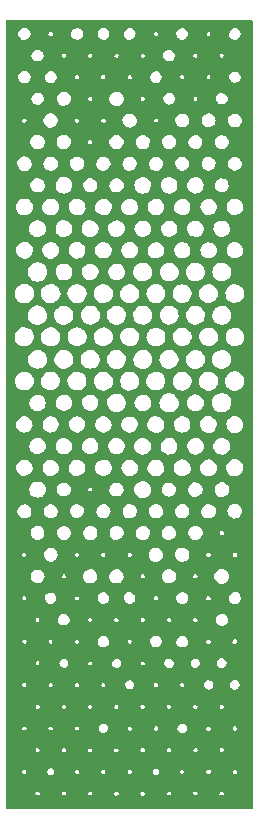
<source format=gbr>
%TF.GenerationSoftware,KiCad,Pcbnew,7.0.5*%
%TF.CreationDate,2024-12-02T14:14:43-05:00*%
%TF.ProjectId,isabel_model,69736162-656c-45f6-9d6f-64656c2e6b69,rev?*%
%TF.SameCoordinates,Original*%
%TF.FileFunction,Soldermask,Bot*%
%TF.FilePolarity,Negative*%
%FSLAX46Y46*%
G04 Gerber Fmt 4.6, Leading zero omitted, Abs format (unit mm)*
G04 Created by KiCad (PCBNEW 7.0.5) date 2024-12-02 14:14:43*
%MOMM*%
%LPD*%
G01*
G04 APERTURE LIST*
G04 APERTURE END LIST*
G36*
X55393039Y-16598635D02*
G01*
X55438794Y-16651439D01*
X55450000Y-16702950D01*
X55450000Y-83296000D01*
X55430315Y-83363039D01*
X55377511Y-83408794D01*
X55326000Y-83420000D01*
X34672325Y-83420000D01*
X34605286Y-83400315D01*
X34559531Y-83347511D01*
X34548325Y-83296000D01*
X34548325Y-82078286D01*
X37026348Y-82078286D01*
X37036870Y-82160596D01*
X37081443Y-82217381D01*
X37116997Y-82233418D01*
X37116995Y-82233418D01*
X37209469Y-82244751D01*
X37298550Y-82223768D01*
X37365630Y-82176868D01*
X37392123Y-82110451D01*
X37392123Y-82110449D01*
X37392035Y-82109211D01*
X39247046Y-82109211D01*
X39291213Y-82194690D01*
X39368524Y-82240029D01*
X39465971Y-82246053D01*
X39465973Y-82246053D01*
X39555898Y-82210895D01*
X39596234Y-82150563D01*
X39600950Y-82082037D01*
X41453698Y-82082037D01*
X41469316Y-82128952D01*
X41469320Y-82128960D01*
X41514321Y-82189500D01*
X41579757Y-82233955D01*
X41671927Y-82250375D01*
X41671929Y-82250374D01*
X41758455Y-82226780D01*
X41822627Y-82168596D01*
X41822628Y-82168593D01*
X41847732Y-82081248D01*
X41846148Y-82061082D01*
X41846148Y-82061079D01*
X41838641Y-82043553D01*
X43702029Y-82043553D01*
X43711311Y-82135539D01*
X43711311Y-82135540D01*
X43777197Y-82218139D01*
X43859594Y-82260689D01*
X43950290Y-82252361D01*
X43950291Y-82252360D01*
X44037647Y-82183508D01*
X44041067Y-82179517D01*
X44041072Y-82179510D01*
X44083356Y-82111374D01*
X44081694Y-82085266D01*
X45913505Y-82085266D01*
X45928061Y-82141354D01*
X45928064Y-82141360D01*
X45983700Y-82206027D01*
X45998153Y-82220077D01*
X46071030Y-82270634D01*
X46071031Y-82270635D01*
X46139677Y-82269501D01*
X46139678Y-82269501D01*
X46223480Y-82217606D01*
X46227275Y-82214576D01*
X46290721Y-82134556D01*
X46291798Y-82107325D01*
X48156134Y-82107325D01*
X48156135Y-82107327D01*
X48202429Y-82194689D01*
X48255272Y-82233866D01*
X48255271Y-82233866D01*
X48341948Y-82250318D01*
X48426462Y-82227152D01*
X48426463Y-82227152D01*
X48490565Y-82170636D01*
X48515990Y-82087042D01*
X48514891Y-82081732D01*
X50376533Y-82081732D01*
X50408565Y-82175824D01*
X50408568Y-82175830D01*
X50421110Y-82192518D01*
X50421113Y-82192521D01*
X50494900Y-82241051D01*
X50583510Y-82249291D01*
X50583516Y-82249290D01*
X50669017Y-82222101D01*
X50669021Y-82222099D01*
X50733477Y-82164344D01*
X50755146Y-82093341D01*
X52609103Y-82093341D01*
X52635618Y-82180140D01*
X52698803Y-82241180D01*
X52757150Y-82261533D01*
X52857994Y-82252035D01*
X52857995Y-82252035D01*
X52948864Y-82183507D01*
X52994781Y-82108538D01*
X52988174Y-82039302D01*
X52927508Y-81960792D01*
X52854717Y-81905214D01*
X52854712Y-81905212D01*
X52768317Y-81891256D01*
X52673582Y-81934741D01*
X52621157Y-82003836D01*
X52609103Y-82093341D01*
X50755146Y-82093341D01*
X50758950Y-82080878D01*
X50758013Y-82063048D01*
X50723350Y-81977224D01*
X50723346Y-81977219D01*
X50651971Y-81919762D01*
X50651970Y-81919761D01*
X50562064Y-81900318D01*
X50471817Y-81928540D01*
X50471814Y-81928542D01*
X50403183Y-81993746D01*
X50403180Y-81993750D01*
X50376533Y-82081731D01*
X50376533Y-82081732D01*
X48514891Y-82081732D01*
X48498200Y-82001118D01*
X48434959Y-81931653D01*
X48334125Y-81906602D01*
X48296141Y-81909850D01*
X48210240Y-81949050D01*
X48161153Y-82020164D01*
X48156134Y-82107325D01*
X46291798Y-82107325D01*
X46294155Y-82047694D01*
X46237436Y-81956548D01*
X46193361Y-81918631D01*
X46193358Y-81918629D01*
X46103668Y-81885619D01*
X46103667Y-81885619D01*
X46019774Y-81905000D01*
X46019771Y-81905001D01*
X45955552Y-81975819D01*
X45955549Y-81975824D01*
X45937019Y-82013077D01*
X45937018Y-82013079D01*
X45913505Y-82085266D01*
X44081694Y-82085266D01*
X44079262Y-82047048D01*
X44027871Y-81966260D01*
X44021721Y-81958726D01*
X44021718Y-81958724D01*
X43938009Y-81897931D01*
X43845702Y-81893732D01*
X43845701Y-81893733D01*
X43757280Y-81947016D01*
X43757275Y-81947020D01*
X43750247Y-81954335D01*
X43702029Y-82043553D01*
X41838641Y-82043553D01*
X41810645Y-81978192D01*
X41743436Y-81912885D01*
X41743434Y-81912884D01*
X41664495Y-81886396D01*
X41664492Y-81886395D01*
X41608258Y-81903449D01*
X41608253Y-81903452D01*
X41536506Y-81954584D01*
X41536499Y-81954591D01*
X41477928Y-82020663D01*
X41453699Y-82082033D01*
X41453698Y-82082037D01*
X39600950Y-82082037D01*
X39602029Y-82066361D01*
X39602028Y-82066356D01*
X39574452Y-81983947D01*
X39516829Y-81927469D01*
X39511062Y-81924777D01*
X39421522Y-81910927D01*
X39329745Y-81933889D01*
X39329741Y-81933891D01*
X39264863Y-81986801D01*
X39250225Y-82017955D01*
X39247046Y-82109211D01*
X37392035Y-82109211D01*
X37389711Y-82076472D01*
X37352692Y-81982518D01*
X37352692Y-81982517D01*
X37282391Y-81920926D01*
X37282390Y-81920925D01*
X37193566Y-81900785D01*
X37193563Y-81900785D01*
X37100967Y-81931177D01*
X37048273Y-81993965D01*
X37048272Y-81993966D01*
X37026348Y-82078286D01*
X34548325Y-82078286D01*
X34548325Y-80195243D01*
X35912224Y-80195243D01*
X35914522Y-80284097D01*
X35967538Y-80370879D01*
X35967540Y-80370880D01*
X36020279Y-80411535D01*
X36106933Y-80427350D01*
X36203279Y-80384319D01*
X36223941Y-80366412D01*
X36264863Y-80287055D01*
X36265035Y-80238556D01*
X38027291Y-80238556D01*
X38049122Y-80348583D01*
X38049123Y-80348585D01*
X38121893Y-80443961D01*
X38121895Y-80443963D01*
X38168305Y-80477833D01*
X38288146Y-80521878D01*
X38406484Y-80507150D01*
X38406484Y-80507149D01*
X38515935Y-80433834D01*
X38573295Y-80361893D01*
X38608120Y-80253075D01*
X38603194Y-80232058D01*
X40363245Y-80232058D01*
X40373253Y-80314796D01*
X40429892Y-80384318D01*
X40429895Y-80384320D01*
X40484908Y-80414919D01*
X40484914Y-80414921D01*
X40544389Y-80431503D01*
X40544394Y-80431504D01*
X40545200Y-80431501D01*
X40632196Y-80404205D01*
X40699341Y-80336956D01*
X40726252Y-80250089D01*
X40715679Y-80197849D01*
X42582544Y-80197849D01*
X42583130Y-80284825D01*
X42635798Y-80370881D01*
X42693792Y-80410422D01*
X42772195Y-80431503D01*
X42772199Y-80431504D01*
X42797351Y-80429047D01*
X42797352Y-80429046D01*
X42878462Y-80393118D01*
X42878466Y-80393116D01*
X42942934Y-80329178D01*
X42957151Y-80289795D01*
X44824732Y-80289795D01*
X44868300Y-80376073D01*
X44868299Y-80376073D01*
X44943266Y-80423033D01*
X45035079Y-80422476D01*
X45121240Y-80370883D01*
X45148331Y-80338230D01*
X45177934Y-80254384D01*
X45176729Y-80247937D01*
X46939857Y-80247937D01*
X46953041Y-80351846D01*
X47004940Y-80436806D01*
X47106566Y-80506532D01*
X47217087Y-80538818D01*
X47217095Y-80538818D01*
X47326208Y-80514335D01*
X47326212Y-80514333D01*
X47432395Y-80429947D01*
X47432398Y-80429944D01*
X47497212Y-80331292D01*
X47509171Y-80230626D01*
X49273940Y-80230626D01*
X49286129Y-80315547D01*
X49341944Y-80385370D01*
X49365712Y-80399754D01*
X49459135Y-80419355D01*
X49459138Y-80419355D01*
X49546890Y-80391730D01*
X49611993Y-80325783D01*
X49611995Y-80325779D01*
X49637469Y-80230412D01*
X49637469Y-80230410D01*
X49636149Y-80214832D01*
X49627984Y-80199251D01*
X51489524Y-80199251D01*
X51495656Y-80294782D01*
X51536559Y-80376074D01*
X51557271Y-80394398D01*
X51557275Y-80394401D01*
X51643384Y-80426864D01*
X51643388Y-80426865D01*
X51741807Y-80422680D01*
X51741811Y-80422679D01*
X51824999Y-80381341D01*
X51865872Y-80314790D01*
X51865873Y-80314788D01*
X51875618Y-80247671D01*
X53712803Y-80247671D01*
X53731188Y-80337436D01*
X53731190Y-80337440D01*
X53785779Y-80400657D01*
X53785782Y-80400659D01*
X53809431Y-80412718D01*
X53909474Y-80430986D01*
X53909476Y-80430986D01*
X54000786Y-80404132D01*
X54000788Y-80404131D01*
X54067331Y-80340170D01*
X54093078Y-80247108D01*
X54071454Y-80153992D01*
X54071452Y-80153989D01*
X54003612Y-80090110D01*
X53894596Y-80067781D01*
X53804361Y-80083980D01*
X53804359Y-80083981D01*
X53743826Y-80140346D01*
X53734623Y-80156161D01*
X53712804Y-80247668D01*
X53712803Y-80247671D01*
X51875618Y-80247671D01*
X51879473Y-80221124D01*
X51856615Y-80137875D01*
X51840920Y-80118381D01*
X51840919Y-80118380D01*
X51764721Y-80075849D01*
X51668243Y-80064840D01*
X51668235Y-80064840D01*
X51575482Y-80085376D01*
X51510448Y-80137489D01*
X51510446Y-80137491D01*
X51489524Y-80199251D01*
X49627984Y-80199251D01*
X49598982Y-80143911D01*
X49525548Y-80089508D01*
X49525545Y-80089507D01*
X49435875Y-80067781D01*
X49358812Y-80088589D01*
X49299967Y-80148879D01*
X49273940Y-80230621D01*
X49273940Y-80230626D01*
X47509171Y-80230626D01*
X47510605Y-80218557D01*
X47510605Y-80218555D01*
X47464510Y-80096475D01*
X47426622Y-80044714D01*
X47332595Y-79976605D01*
X47332593Y-79976604D01*
X47226219Y-79954339D01*
X47120626Y-79974131D01*
X47028952Y-80032185D01*
X46964319Y-80124718D01*
X46964317Y-80124723D01*
X46939857Y-80247937D01*
X45176729Y-80247937D01*
X45163053Y-80174757D01*
X45114433Y-80110329D01*
X45042816Y-80072069D01*
X45042814Y-80072068D01*
X44958946Y-80070949D01*
X44958944Y-80070950D01*
X44873570Y-80117941D01*
X44873567Y-80117945D01*
X44827177Y-80195007D01*
X44827177Y-80195008D01*
X44824732Y-80289793D01*
X44824732Y-80289795D01*
X42957151Y-80289795D01*
X42969211Y-80256387D01*
X42943505Y-80164523D01*
X42943505Y-80164522D01*
X42874756Y-80094881D01*
X42780439Y-80067780D01*
X42780438Y-80067780D01*
X42710909Y-80077098D01*
X42710908Y-80077099D01*
X42627363Y-80123941D01*
X42582544Y-80197849D01*
X40715679Y-80197849D01*
X40708960Y-80164652D01*
X40647840Y-80093756D01*
X40552187Y-80067780D01*
X40549953Y-80067792D01*
X40549951Y-80067793D01*
X40457898Y-80092235D01*
X40393562Y-80152429D01*
X40393561Y-80152431D01*
X40363245Y-80232058D01*
X38603194Y-80232058D01*
X38582768Y-80144899D01*
X38497393Y-80040609D01*
X38493829Y-80037497D01*
X38493820Y-80037490D01*
X38391847Y-79967478D01*
X38391844Y-79967477D01*
X38299279Y-79949474D01*
X38299274Y-79949474D01*
X38200932Y-79980396D01*
X38126820Y-80031063D01*
X38053995Y-80128002D01*
X38027291Y-80238555D01*
X38027291Y-80238556D01*
X36265035Y-80238556D01*
X36265191Y-80194701D01*
X36223014Y-80115410D01*
X36169844Y-80083953D01*
X36088780Y-80067780D01*
X36034514Y-80074558D01*
X36034510Y-80074560D01*
X35954328Y-80120132D01*
X35954327Y-80120133D01*
X35912224Y-80195243D01*
X34548325Y-80195243D01*
X34548325Y-78453283D01*
X37032247Y-78453283D01*
X37032248Y-78453288D01*
X37076030Y-78534946D01*
X37098995Y-78553849D01*
X37186819Y-78582757D01*
X37278422Y-78566314D01*
X37278423Y-78566313D01*
X37349301Y-78507022D01*
X37358795Y-78491344D01*
X37358795Y-78491343D01*
X37380523Y-78409222D01*
X39246654Y-78409222D01*
X39284873Y-78508548D01*
X39284878Y-78508558D01*
X39297413Y-78525641D01*
X39370976Y-78577871D01*
X39370975Y-78577871D01*
X39454125Y-78584337D01*
X39530631Y-78551154D01*
X39530635Y-78551151D01*
X39584277Y-78484431D01*
X39584278Y-78484430D01*
X39598831Y-78390279D01*
X39597998Y-78386579D01*
X41455792Y-78386579D01*
X41469973Y-78449960D01*
X41469974Y-78449961D01*
X41509492Y-78517083D01*
X41575440Y-78573906D01*
X41575441Y-78573907D01*
X41607314Y-78589791D01*
X41607316Y-78589792D01*
X41660903Y-78608336D01*
X41660905Y-78608337D01*
X41704907Y-78596276D01*
X41704916Y-78596272D01*
X41767835Y-78550093D01*
X41767866Y-78550069D01*
X41775402Y-78543917D01*
X41836197Y-78460205D01*
X41836197Y-78460204D01*
X41840396Y-78367898D01*
X41840395Y-78367895D01*
X41834456Y-78358039D01*
X43706398Y-78358039D01*
X43708462Y-78446922D01*
X43771054Y-78538488D01*
X43771055Y-78538489D01*
X43824060Y-78582610D01*
X43907070Y-78609743D01*
X43981957Y-78576877D01*
X44049229Y-78483906D01*
X44049229Y-78483905D01*
X44077007Y-78421550D01*
X44076500Y-78407378D01*
X45909308Y-78407378D01*
X45909438Y-78410887D01*
X45932653Y-78471883D01*
X45983705Y-78538490D01*
X45988979Y-78543648D01*
X46053232Y-78592721D01*
X46106323Y-78612887D01*
X46158488Y-78594987D01*
X46225771Y-78540110D01*
X46225778Y-78540103D01*
X46280655Y-78468754D01*
X46290772Y-78439026D01*
X48158277Y-78439026D01*
X48158278Y-78439029D01*
X48200156Y-78524637D01*
X48252198Y-78561465D01*
X48334126Y-78582577D01*
X48353851Y-78581629D01*
X48440397Y-78549156D01*
X48440399Y-78549154D01*
X48494279Y-78482845D01*
X48502417Y-78442931D01*
X50372454Y-78442931D01*
X50412096Y-78515208D01*
X50412102Y-78515216D01*
X50422334Y-78528402D01*
X50422340Y-78528407D01*
X50497307Y-78577420D01*
X50497308Y-78577421D01*
X50585779Y-78582992D01*
X50585783Y-78582991D01*
X50670432Y-78550990D01*
X50670435Y-78550988D01*
X50733932Y-78487280D01*
X50758949Y-78397738D01*
X50758950Y-78397736D01*
X50752079Y-78370692D01*
X52612383Y-78370692D01*
X52619432Y-78467811D01*
X52619432Y-78467813D01*
X52668495Y-78552268D01*
X52668496Y-78552269D01*
X52723116Y-78592428D01*
X52786380Y-78612887D01*
X52789277Y-78612848D01*
X52871410Y-78584426D01*
X52944408Y-78515936D01*
X52944413Y-78515930D01*
X52988086Y-78426081D01*
X52988087Y-78426077D01*
X52991552Y-78405469D01*
X52991552Y-78405468D01*
X52975136Y-78322560D01*
X52975136Y-78322559D01*
X52918357Y-78259845D01*
X52836964Y-78224941D01*
X52746700Y-78225461D01*
X52663306Y-78269017D01*
X52647800Y-78285525D01*
X52612383Y-78370692D01*
X50752079Y-78370692D01*
X50737398Y-78312914D01*
X50737396Y-78312910D01*
X50676740Y-78251254D01*
X50676738Y-78251253D01*
X50593680Y-78224978D01*
X50593677Y-78224977D01*
X50505069Y-78239120D01*
X50505065Y-78239121D01*
X50427739Y-78298715D01*
X50421290Y-78306992D01*
X50421289Y-78306993D01*
X50374935Y-78381600D01*
X50374934Y-78381602D01*
X50372454Y-78442931D01*
X48502417Y-78442931D01*
X48511248Y-78399622D01*
X48511248Y-78399619D01*
X48487064Y-78316407D01*
X48417482Y-78250120D01*
X48370828Y-78226847D01*
X48316884Y-78220764D01*
X48316880Y-78220765D01*
X48250777Y-78250119D01*
X48222507Y-78269352D01*
X48222506Y-78269353D01*
X48166988Y-78347098D01*
X48166987Y-78347101D01*
X48158277Y-78439026D01*
X46290772Y-78439026D01*
X46303341Y-78402095D01*
X46301695Y-78383786D01*
X46301695Y-78383785D01*
X46264659Y-78306504D01*
X46264659Y-78306503D01*
X46195371Y-78244352D01*
X46115856Y-78218855D01*
X46115854Y-78218855D01*
X46073270Y-78227047D01*
X46073265Y-78227049D01*
X45996578Y-78271845D01*
X45996573Y-78271849D01*
X45934723Y-78338526D01*
X45909308Y-78407376D01*
X45909308Y-78407378D01*
X44076500Y-78407378D01*
X44075267Y-78372895D01*
X44037531Y-78313294D01*
X44037527Y-78313288D01*
X44021341Y-78293548D01*
X44021336Y-78293543D01*
X43936521Y-78235185D01*
X43844089Y-78229239D01*
X43844087Y-78229240D01*
X43759115Y-78277639D01*
X43759114Y-78277640D01*
X43706398Y-78358039D01*
X41834456Y-78358039D01*
X41787113Y-78279476D01*
X41787114Y-78279476D01*
X41708950Y-78228126D01*
X41621797Y-78230678D01*
X41524202Y-78291476D01*
X41524200Y-78291478D01*
X41475570Y-78338600D01*
X41475567Y-78338604D01*
X41455792Y-78386579D01*
X39597998Y-78386579D01*
X39586631Y-78336120D01*
X39586629Y-78336115D01*
X39531803Y-78260924D01*
X39531800Y-78260922D01*
X39446956Y-78230664D01*
X39345399Y-78252573D01*
X39337182Y-78256685D01*
X39264811Y-78322213D01*
X39264809Y-78322216D01*
X39246654Y-78409217D01*
X39246654Y-78409222D01*
X37380523Y-78409222D01*
X37384342Y-78394787D01*
X37353987Y-78310037D01*
X37271448Y-78249400D01*
X37271447Y-78249399D01*
X37233055Y-78235103D01*
X37233052Y-78235102D01*
X37169657Y-78229639D01*
X37169655Y-78229640D01*
X37104357Y-78261414D01*
X37081167Y-78280019D01*
X37034802Y-78360170D01*
X37034802Y-78360173D01*
X37032247Y-78453283D01*
X34548325Y-78453283D01*
X34548325Y-76535371D01*
X35911907Y-76535371D01*
X35922460Y-76621703D01*
X35986784Y-76701142D01*
X35986790Y-76701147D01*
X35992281Y-76705426D01*
X36051978Y-76746908D01*
X36088782Y-76763961D01*
X36133841Y-76747535D01*
X36133842Y-76747535D01*
X36196464Y-76695185D01*
X36196468Y-76695181D01*
X36248756Y-76627728D01*
X36248759Y-76627722D01*
X36261824Y-76591418D01*
X38126585Y-76591418D01*
X38126586Y-76591419D01*
X38159959Y-76654382D01*
X38221649Y-76712504D01*
X38316915Y-76733792D01*
X38424666Y-76702274D01*
X38425401Y-76701876D01*
X38425402Y-76701876D01*
X38471368Y-76646605D01*
X38485765Y-76565735D01*
X38485765Y-76565731D01*
X38485418Y-76564066D01*
X40362993Y-76564066D01*
X40364389Y-76590937D01*
X40392974Y-76667621D01*
X40468612Y-76727740D01*
X40468613Y-76727741D01*
X40491247Y-76740351D01*
X40491256Y-76740355D01*
X40540135Y-76759130D01*
X40540138Y-76759131D01*
X40583042Y-76747380D01*
X40583044Y-76747378D01*
X40646387Y-76701144D01*
X40646391Y-76701140D01*
X40708194Y-76629027D01*
X40708194Y-76629026D01*
X40720662Y-76548164D01*
X42373615Y-76548164D01*
X42379614Y-76608973D01*
X42379615Y-76608978D01*
X42409088Y-76694016D01*
X42409093Y-76694030D01*
X42465503Y-76800370D01*
X42555930Y-76887653D01*
X42555932Y-76887655D01*
X42565254Y-76893023D01*
X42565270Y-76893030D01*
X42665347Y-76930326D01*
X42772193Y-76945596D01*
X42799004Y-76944881D01*
X42799010Y-76944881D01*
X42938354Y-76914099D01*
X42938356Y-76914098D01*
X43045535Y-76845535D01*
X43045538Y-76845532D01*
X43119756Y-76749764D01*
X43119757Y-76749761D01*
X43160221Y-76637361D01*
X43161351Y-76614727D01*
X44825916Y-76614727D01*
X44878759Y-76703343D01*
X44949772Y-76751992D01*
X44949773Y-76751993D01*
X45036111Y-76754934D01*
X45120059Y-76697625D01*
X45169385Y-76622265D01*
X45170744Y-76587729D01*
X47042667Y-76587729D01*
X47092260Y-76682386D01*
X47146482Y-76737870D01*
X47218023Y-76761571D01*
X47304879Y-76732955D01*
X47304884Y-76732953D01*
X47319722Y-76724425D01*
X47392831Y-76651734D01*
X47413251Y-76565994D01*
X47407650Y-76551157D01*
X49040270Y-76551157D01*
X49050968Y-76661384D01*
X49092840Y-76741739D01*
X49092847Y-76741750D01*
X49170138Y-76838730D01*
X49253560Y-76906862D01*
X49253562Y-76906863D01*
X49278221Y-76917333D01*
X49364465Y-76936613D01*
X49466760Y-76944749D01*
X49512966Y-76944274D01*
X49512976Y-76944273D01*
X49591238Y-76932993D01*
X49591242Y-76932992D01*
X49655456Y-76898146D01*
X49731958Y-76828156D01*
X49758112Y-76801471D01*
X49816835Y-76729657D01*
X49843406Y-76661990D01*
X49843407Y-76661987D01*
X49849642Y-76572837D01*
X49849641Y-76572833D01*
X49847944Y-76563429D01*
X51486396Y-76563429D01*
X51502657Y-76626639D01*
X51502658Y-76626641D01*
X51548196Y-76697625D01*
X51633494Y-76752992D01*
X51730343Y-76755779D01*
X51730344Y-76755779D01*
X51819806Y-76703343D01*
X51819813Y-76703337D01*
X51826415Y-76696481D01*
X51826417Y-76696478D01*
X51874914Y-76607261D01*
X51870243Y-76559010D01*
X53728576Y-76559010D01*
X53740733Y-76646428D01*
X53796722Y-76716779D01*
X53796722Y-76716780D01*
X53852778Y-76747137D01*
X53917960Y-76763960D01*
X53940194Y-76761210D01*
X53940195Y-76761210D01*
X54012214Y-76720916D01*
X54069634Y-76649331D01*
X54069635Y-76649328D01*
X54093079Y-76568128D01*
X54093079Y-76568126D01*
X54088145Y-76535048D01*
X54088144Y-76535045D01*
X54047471Y-76457938D01*
X54047470Y-76457937D01*
X53982168Y-76395588D01*
X53982169Y-76395588D01*
X53912250Y-76369930D01*
X53912241Y-76369929D01*
X53896330Y-76370676D01*
X53896325Y-76370677D01*
X53812248Y-76403495D01*
X53754371Y-76472154D01*
X53728576Y-76559007D01*
X53728576Y-76559010D01*
X51870243Y-76559010D01*
X51866000Y-76515190D01*
X51800564Y-76432748D01*
X51800565Y-76432748D01*
X51796724Y-76429760D01*
X51796722Y-76429758D01*
X51731382Y-76387409D01*
X51731370Y-76387403D01*
X51683414Y-76369929D01*
X51637972Y-76382643D01*
X51568203Y-76432193D01*
X51510456Y-76499547D01*
X51486396Y-76563429D01*
X49847944Y-76563429D01*
X49826310Y-76443565D01*
X49826308Y-76443559D01*
X49755093Y-76321561D01*
X49755092Y-76321560D01*
X49648029Y-76229427D01*
X49648027Y-76229426D01*
X49517361Y-76177410D01*
X49375323Y-76175757D01*
X49359422Y-76179219D01*
X49245266Y-76232027D01*
X49147383Y-76321562D01*
X49075729Y-76432911D01*
X49040270Y-76551157D01*
X47407650Y-76551157D01*
X47381317Y-76481405D01*
X47297371Y-76412184D01*
X47297362Y-76412178D01*
X47232203Y-76383245D01*
X47184224Y-76385526D01*
X47184222Y-76385526D01*
X47125227Y-76423131D01*
X47122612Y-76425092D01*
X47122609Y-76425094D01*
X47052646Y-76503055D01*
X47042667Y-76587729D01*
X45170744Y-76587729D01*
X45172942Y-76531858D01*
X45172941Y-76531854D01*
X45115963Y-76440088D01*
X45115955Y-76440078D01*
X45114849Y-76438903D01*
X45114841Y-76438896D01*
X45039698Y-76381119D01*
X45039699Y-76381119D01*
X44968582Y-76380179D01*
X44968581Y-76380180D01*
X44888289Y-76435833D01*
X44830658Y-76520310D01*
X44825916Y-76614727D01*
X43161351Y-76614727D01*
X43166137Y-76518898D01*
X43166137Y-76518897D01*
X43136713Y-76404955D01*
X43071155Y-76306100D01*
X42968666Y-76232906D01*
X42828456Y-76195953D01*
X42743933Y-76192700D01*
X42603776Y-76219815D01*
X42497285Y-76294695D01*
X42418100Y-76420826D01*
X42392074Y-76481902D01*
X42392073Y-76481903D01*
X42373615Y-76548160D01*
X42373615Y-76548164D01*
X40720662Y-76548164D01*
X40721610Y-76542017D01*
X40676089Y-76455669D01*
X40676087Y-76455666D01*
X40622565Y-76417391D01*
X40536566Y-76403614D01*
X40536562Y-76403614D01*
X40452169Y-76427784D01*
X40452163Y-76427788D01*
X40388072Y-76483427D01*
X40362993Y-76564066D01*
X38485418Y-76564066D01*
X38468925Y-76484903D01*
X38421173Y-76429746D01*
X38419223Y-76428714D01*
X38419211Y-76428710D01*
X38317318Y-76403371D01*
X38317317Y-76403372D01*
X38221864Y-76427162D01*
X38152643Y-76495251D01*
X38152638Y-76495258D01*
X38130618Y-76539691D01*
X38126585Y-76591418D01*
X36261824Y-76591418D01*
X36270643Y-76566911D01*
X36270644Y-76566909D01*
X36263413Y-76518285D01*
X36215752Y-76445746D01*
X36215749Y-76445743D01*
X36138178Y-76405902D01*
X36138173Y-76405901D01*
X36047955Y-76405277D01*
X36047952Y-76405278D01*
X35962351Y-76450401D01*
X35956469Y-76455949D01*
X35956468Y-76455950D01*
X35911907Y-76535369D01*
X35911907Y-76535371D01*
X34548325Y-76535371D01*
X34548325Y-74714708D01*
X37031541Y-74714708D01*
X37041516Y-74799063D01*
X37095763Y-74867848D01*
X37095769Y-74867854D01*
X37101720Y-74871973D01*
X37178380Y-74909552D01*
X37244314Y-74899350D01*
X37319611Y-74838751D01*
X37325895Y-74832360D01*
X37375056Y-74761768D01*
X37375057Y-74761765D01*
X37375394Y-74730977D01*
X39241050Y-74730977D01*
X39241108Y-74733253D01*
X39265528Y-74792220D01*
X39265531Y-74792224D01*
X39320908Y-74852211D01*
X39320910Y-74852213D01*
X39329187Y-74858661D01*
X39403795Y-74905016D01*
X39403797Y-74905017D01*
X39465125Y-74907497D01*
X39537407Y-74867851D01*
X39537411Y-74867848D01*
X39589013Y-74805384D01*
X39589015Y-74805378D01*
X39602249Y-74721654D01*
X39600378Y-74715615D01*
X41484665Y-74715615D01*
X41494679Y-74798312D01*
X41551375Y-74867852D01*
X41605937Y-74898549D01*
X41663082Y-74915035D01*
X41663083Y-74915035D01*
X41703045Y-74903322D01*
X41768666Y-74856184D01*
X41824276Y-74792743D01*
X41847733Y-74734635D01*
X41847528Y-74727391D01*
X41846220Y-74723641D01*
X43696659Y-74723641D01*
X43715718Y-74779780D01*
X43762563Y-74844883D01*
X43762565Y-74844886D01*
X43824855Y-74896273D01*
X43903160Y-74910285D01*
X43993018Y-74867850D01*
X44044622Y-74805384D01*
X44044624Y-74805378D01*
X44057858Y-74721654D01*
X44056592Y-74717568D01*
X45916215Y-74717568D01*
X45921981Y-74775590D01*
X45921982Y-74775593D01*
X45969514Y-74838819D01*
X45970226Y-74839574D01*
X46061298Y-74902327D01*
X46155506Y-74906800D01*
X46244554Y-74852581D01*
X46262309Y-74832335D01*
X46296618Y-74744372D01*
X46282422Y-74680034D01*
X48161429Y-74680034D01*
X48161851Y-74768798D01*
X48212889Y-74854417D01*
X48265625Y-74895067D01*
X48352278Y-74910882D01*
X48448626Y-74867850D01*
X48448627Y-74867849D01*
X48501835Y-74802961D01*
X48513914Y-74719445D01*
X48512082Y-74713933D01*
X50364915Y-74713933D01*
X50364970Y-74715728D01*
X50384244Y-74768290D01*
X50384248Y-74768299D01*
X50427736Y-74835171D01*
X50488310Y-74889590D01*
X50564131Y-74915036D01*
X50564132Y-74915036D01*
X50585049Y-74913319D01*
X50667438Y-74877694D01*
X50732513Y-74811009D01*
X50744479Y-74775778D01*
X52616110Y-74775778D01*
X52658039Y-74859606D01*
X52730842Y-74904443D01*
X52730845Y-74904444D01*
X52821713Y-74909024D01*
X52909501Y-74877196D01*
X52909505Y-74877193D01*
X52975726Y-74815832D01*
X53001908Y-74731796D01*
X52988353Y-74680576D01*
X52988349Y-74680568D01*
X52935763Y-74605960D01*
X52862998Y-74545751D01*
X52791115Y-74521003D01*
X52722599Y-74537465D01*
X52655464Y-74596712D01*
X52655461Y-74596717D01*
X52617608Y-74682149D01*
X52617607Y-74682153D01*
X52616110Y-74775778D01*
X50744479Y-74775778D01*
X50758950Y-74733173D01*
X50758950Y-74733172D01*
X50757086Y-74713391D01*
X50718689Y-74636324D01*
X50718688Y-74636323D01*
X50646611Y-74575811D01*
X50561931Y-74551312D01*
X50530099Y-74555519D01*
X50530091Y-74555521D01*
X50453144Y-74591981D01*
X50390677Y-74650899D01*
X50390677Y-74650900D01*
X50364916Y-74713932D01*
X50364915Y-74713933D01*
X48512082Y-74713933D01*
X48486789Y-74637849D01*
X48486787Y-74637845D01*
X48426584Y-74575902D01*
X48426578Y-74575899D01*
X48339395Y-74551313D01*
X48285213Y-74558265D01*
X48204819Y-74604423D01*
X48204817Y-74604425D01*
X48161429Y-74680034D01*
X46282422Y-74680034D01*
X46276351Y-74652522D01*
X46276350Y-74652520D01*
X46203443Y-74570088D01*
X46144845Y-74531591D01*
X46097542Y-74525375D01*
X46037139Y-74552871D01*
X46037135Y-74552874D01*
X45974657Y-74605198D01*
X45974655Y-74605200D01*
X45926743Y-74680631D01*
X45916215Y-74717568D01*
X44056592Y-74717568D01*
X44032321Y-74639204D01*
X43974025Y-74576334D01*
X43888977Y-74551313D01*
X43863438Y-74554154D01*
X43785534Y-74590682D01*
X43722566Y-74653786D01*
X43696659Y-74723641D01*
X41846220Y-74723641D01*
X41818349Y-74643762D01*
X41818348Y-74643760D01*
X41753826Y-74577973D01*
X41674118Y-74551313D01*
X41674118Y-74551312D01*
X41671605Y-74551327D01*
X41579441Y-74575845D01*
X41579439Y-74575846D01*
X41515023Y-74636032D01*
X41484666Y-74715614D01*
X41484665Y-74715615D01*
X39600378Y-74715615D01*
X39576712Y-74639207D01*
X39518416Y-74576333D01*
X39433364Y-74551312D01*
X39411789Y-74553265D01*
X39411782Y-74553267D01*
X39331424Y-74589292D01*
X39267267Y-74655297D01*
X39241050Y-74730976D01*
X39241050Y-74730977D01*
X37375394Y-74730977D01*
X37375790Y-74694780D01*
X37358412Y-74652881D01*
X37290642Y-74579089D01*
X37290641Y-74579088D01*
X37199281Y-74551313D01*
X37199275Y-74551313D01*
X37120436Y-74572604D01*
X37120434Y-74572606D01*
X37059842Y-74633115D01*
X37031541Y-74714704D01*
X37031541Y-74714708D01*
X34548325Y-74714708D01*
X34548325Y-72931367D01*
X35919021Y-72931367D01*
X35964915Y-73002863D01*
X36020976Y-73046118D01*
X36107455Y-73061886D01*
X36107456Y-73061885D01*
X36203278Y-73018926D01*
X36213868Y-73010857D01*
X36213871Y-73010854D01*
X36262685Y-72936582D01*
X36262142Y-72893622D01*
X38147402Y-72893622D01*
X38157137Y-72975940D01*
X38202921Y-73033370D01*
X38202924Y-73033372D01*
X38241800Y-73050105D01*
X38322002Y-73065187D01*
X38343693Y-73064079D01*
X38343698Y-73064078D01*
X38420487Y-73030804D01*
X38420491Y-73030800D01*
X38466807Y-72964074D01*
X38466808Y-72964072D01*
X38477945Y-72889438D01*
X40362530Y-72889438D01*
X40372737Y-72940394D01*
X40412694Y-73010680D01*
X40464795Y-73047763D01*
X40550725Y-73060725D01*
X40550726Y-73060725D01*
X40635592Y-73035475D01*
X40635593Y-73035474D01*
X40700425Y-72978849D01*
X40700426Y-72978849D01*
X40726253Y-72897683D01*
X40724535Y-72876657D01*
X40722002Y-72870776D01*
X42604885Y-72870776D01*
X42608058Y-72953813D01*
X42654744Y-73021146D01*
X42672313Y-73033240D01*
X42672321Y-73033244D01*
X42765460Y-73063569D01*
X42851380Y-73045404D01*
X42914411Y-72985859D01*
X42926206Y-72940680D01*
X44611892Y-72940680D01*
X44652708Y-73070008D01*
X44744355Y-73185035D01*
X44813704Y-73238428D01*
X44813707Y-73238429D01*
X44893394Y-73270294D01*
X44893397Y-73270295D01*
X44999996Y-73278281D01*
X45091057Y-73273037D01*
X45091058Y-73273037D01*
X45173136Y-73246130D01*
X45254986Y-73185611D01*
X45296108Y-73143926D01*
X45364386Y-73025567D01*
X45381642Y-72923118D01*
X47035375Y-72923118D01*
X47080951Y-73010680D01*
X47080952Y-73010681D01*
X47081687Y-73011488D01*
X47081689Y-73011489D01*
X47159023Y-73056110D01*
X47255014Y-73062351D01*
X47255016Y-73062351D01*
X47340190Y-73028221D01*
X47392828Y-72966405D01*
X47406794Y-72877134D01*
X47406794Y-72877131D01*
X47406377Y-72876244D01*
X49269666Y-72876244D01*
X49274272Y-72959702D01*
X49321217Y-73025858D01*
X49362349Y-73049066D01*
X49456716Y-73064428D01*
X49545576Y-73039031D01*
X49545581Y-73039028D01*
X49611607Y-72980061D01*
X49611608Y-72980059D01*
X49634069Y-72905930D01*
X51274423Y-72905930D01*
X51285787Y-72987162D01*
X51285788Y-72987164D01*
X51344055Y-73110849D01*
X51344056Y-73110850D01*
X51439362Y-73213168D01*
X51439364Y-73213170D01*
X51557675Y-73275788D01*
X51568066Y-73278700D01*
X51568065Y-73278700D01*
X51715293Y-73291817D01*
X51715297Y-73291817D01*
X51848042Y-73256255D01*
X51848045Y-73256254D01*
X51958728Y-73181562D01*
X52039757Y-73077291D01*
X52039759Y-73077288D01*
X52083548Y-72952988D01*
X52083549Y-72952986D01*
X52083027Y-72885222D01*
X53486872Y-72885222D01*
X53488526Y-72916401D01*
X53488528Y-72916410D01*
X53528658Y-73048724D01*
X53528659Y-73048726D01*
X53613230Y-73168567D01*
X53729961Y-73257136D01*
X53729960Y-73257136D01*
X53822649Y-73290754D01*
X53822653Y-73290755D01*
X53962217Y-73293796D01*
X53962219Y-73293796D01*
X54094707Y-73245304D01*
X54209095Y-73150048D01*
X54294341Y-73012811D01*
X54309800Y-72967335D01*
X54314985Y-72836539D01*
X54314985Y-72836537D01*
X54268234Y-72710054D01*
X54175218Y-72599060D01*
X54041622Y-72514752D01*
X53953928Y-72481165D01*
X53953919Y-72481162D01*
X53881822Y-72472790D01*
X53881817Y-72472791D01*
X53804414Y-72490452D01*
X53783921Y-72498095D01*
X53675605Y-72565533D01*
X53580377Y-72664488D01*
X53512654Y-72777034D01*
X53512653Y-72777037D01*
X53486873Y-72885219D01*
X53486872Y-72885222D01*
X52083027Y-72885222D01*
X52082510Y-72818205D01*
X52029055Y-72682497D01*
X51961062Y-72598016D01*
X51961060Y-72598014D01*
X51846471Y-72522284D01*
X51846467Y-72522282D01*
X51718661Y-72491996D01*
X51588873Y-72503832D01*
X51468332Y-72554465D01*
X51368256Y-72640576D01*
X51299877Y-72758838D01*
X51274424Y-72905925D01*
X51274423Y-72905930D01*
X49634069Y-72905930D01*
X49637469Y-72894707D01*
X49637470Y-72894701D01*
X49636627Y-72880048D01*
X49601806Y-72795257D01*
X49531026Y-72729082D01*
X49445149Y-72702386D01*
X49440768Y-72702452D01*
X49440761Y-72702454D01*
X49359823Y-72729578D01*
X49359822Y-72729578D01*
X49300489Y-72793518D01*
X49300488Y-72793519D01*
X49269666Y-72876244D01*
X47406377Y-72876244D01*
X47362531Y-72782924D01*
X47352824Y-72771249D01*
X47352823Y-72771248D01*
X47269148Y-72712634D01*
X47178781Y-72711601D01*
X47178780Y-72711602D01*
X47092589Y-72768722D01*
X47049199Y-72831043D01*
X47035375Y-72923118D01*
X45381642Y-72923118D01*
X45386022Y-72897111D01*
X45386022Y-72897108D01*
X45365845Y-72769907D01*
X45308677Y-72655294D01*
X45219352Y-72564630D01*
X45102696Y-72509258D01*
X45102691Y-72509257D01*
X44963533Y-72500521D01*
X44880536Y-72519021D01*
X44756230Y-72586227D01*
X44756225Y-72586230D01*
X44667476Y-72686854D01*
X44667474Y-72686856D01*
X44618086Y-72808989D01*
X44611892Y-72940680D01*
X42926206Y-72940680D01*
X42938901Y-72892050D01*
X42938658Y-72883045D01*
X42938658Y-72883044D01*
X42912999Y-72796306D01*
X42912997Y-72796303D01*
X42856625Y-72729271D01*
X42856623Y-72729270D01*
X42786014Y-72702388D01*
X42786005Y-72702386D01*
X42784397Y-72702394D01*
X42784392Y-72702395D01*
X42700257Y-72727569D01*
X42638021Y-72789528D01*
X42638020Y-72789530D01*
X42604885Y-72870775D01*
X42604885Y-72870776D01*
X40722002Y-72870776D01*
X40688953Y-72794030D01*
X40622298Y-72728845D01*
X40622297Y-72728844D01*
X40544392Y-72702387D01*
X40544390Y-72702387D01*
X40525527Y-72704190D01*
X40449315Y-72741602D01*
X40449313Y-72741603D01*
X40387810Y-72810727D01*
X40362530Y-72889437D01*
X40362530Y-72889438D01*
X38477945Y-72889438D01*
X38479187Y-72881118D01*
X38479187Y-72881114D01*
X38454166Y-72799167D01*
X38454165Y-72799165D01*
X38388277Y-72735446D01*
X38343855Y-72713437D01*
X38292119Y-72709403D01*
X38229150Y-72742776D01*
X38228037Y-72743512D01*
X38171705Y-72808716D01*
X38147402Y-72893622D01*
X36262142Y-72893622D01*
X36261563Y-72847893D01*
X36210022Y-72763006D01*
X36126706Y-72711483D01*
X36040493Y-72712246D01*
X35967359Y-72762908D01*
X35921109Y-72858889D01*
X35919021Y-72931367D01*
X34548325Y-72931367D01*
X34548325Y-71112931D01*
X37033470Y-71112931D01*
X37064772Y-71180811D01*
X37116622Y-71206093D01*
X37116627Y-71206095D01*
X37195105Y-71217184D01*
X37195111Y-71217183D01*
X37286730Y-71202384D01*
X37286734Y-71202382D01*
X37343994Y-71148760D01*
X37343995Y-71148758D01*
X37358202Y-71070398D01*
X39039400Y-71070398D01*
X39067464Y-71201610D01*
X39067465Y-71201612D01*
X39149189Y-71314303D01*
X39281303Y-71400696D01*
X39317469Y-71415822D01*
X39399470Y-71441401D01*
X39453222Y-71446025D01*
X39502055Y-71432736D01*
X39592711Y-71400346D01*
X39658441Y-71357686D01*
X39724147Y-71290454D01*
X39763205Y-71241947D01*
X39805705Y-71156070D01*
X39812798Y-71089576D01*
X41489799Y-71089576D01*
X41531641Y-71169555D01*
X41555645Y-71189268D01*
X41555651Y-71189271D01*
X41643794Y-71217807D01*
X41735418Y-71199803D01*
X41735422Y-71199802D01*
X41807339Y-71137919D01*
X41807344Y-71137914D01*
X41829996Y-71099598D01*
X43503201Y-71099598D01*
X43538344Y-71224843D01*
X43538343Y-71224843D01*
X43617546Y-71334552D01*
X43742124Y-71417155D01*
X43742128Y-71417157D01*
X43822086Y-71445612D01*
X43822100Y-71445615D01*
X43889547Y-71458479D01*
X43898968Y-71458242D01*
X43898972Y-71458241D01*
X43984459Y-71433836D01*
X43984464Y-71433834D01*
X44083376Y-71379920D01*
X44172865Y-71311039D01*
X44230059Y-71241748D01*
X44265336Y-71126758D01*
X44265874Y-71050478D01*
X45932040Y-71050478D01*
X45942594Y-71110506D01*
X45942594Y-71110507D01*
X45999809Y-71192621D01*
X45999811Y-71192623D01*
X46056785Y-71229539D01*
X46056792Y-71229542D01*
X46111060Y-71247492D01*
X46162583Y-71227278D01*
X46162584Y-71227278D01*
X46227043Y-71173691D01*
X46280793Y-71107766D01*
X47942422Y-71107766D01*
X47986494Y-71237234D01*
X47986495Y-71237236D01*
X48077047Y-71350023D01*
X48077050Y-71350026D01*
X48210872Y-71434801D01*
X48219758Y-71438428D01*
X48338218Y-71454845D01*
X48465934Y-71426623D01*
X48583368Y-71360968D01*
X48671007Y-71265072D01*
X48678483Y-71252107D01*
X48720732Y-71121033D01*
X48720478Y-71037750D01*
X50158673Y-71037750D01*
X50179746Y-71172289D01*
X50251931Y-71297007D01*
X50251935Y-71297013D01*
X50372217Y-71400984D01*
X50458624Y-71441515D01*
X50595486Y-71455486D01*
X50730520Y-71411957D01*
X50856322Y-71312290D01*
X50856331Y-71312282D01*
X50898221Y-71262268D01*
X50898221Y-71262267D01*
X50963050Y-71133012D01*
X50963051Y-71133010D01*
X50965382Y-71063910D01*
X52380990Y-71063910D01*
X52405171Y-71201334D01*
X52405173Y-71201339D01*
X52486353Y-71322635D01*
X52486352Y-71322635D01*
X52623034Y-71424297D01*
X52661992Y-71441647D01*
X52661995Y-71441648D01*
X52788320Y-71460884D01*
X52920085Y-71439482D01*
X52920086Y-71439482D01*
X53030978Y-71380281D01*
X53030982Y-71380278D01*
X53135154Y-71269919D01*
X53199999Y-71136246D01*
X53200000Y-71136244D01*
X53206505Y-70998380D01*
X53206505Y-70998375D01*
X53153623Y-70860759D01*
X53109722Y-70799609D01*
X53109719Y-70799606D01*
X52995206Y-70702892D01*
X52995205Y-70702891D01*
X52864134Y-70654770D01*
X52728287Y-70654186D01*
X52728285Y-70654186D01*
X52599462Y-70700087D01*
X52489452Y-70791423D01*
X52489451Y-70791425D01*
X52410049Y-70927136D01*
X52380990Y-71063907D01*
X52380990Y-71063910D01*
X50965382Y-71063910D01*
X50967528Y-71000312D01*
X50967527Y-71000310D01*
X50911836Y-70862687D01*
X50849767Y-70780689D01*
X50849766Y-70780688D01*
X50731257Y-70691865D01*
X50598208Y-70654582D01*
X50598207Y-70654581D01*
X50461532Y-70668987D01*
X50332143Y-70735225D01*
X50220940Y-70853449D01*
X50220938Y-70853451D01*
X50191735Y-70904293D01*
X50191733Y-70904299D01*
X50158673Y-71037750D01*
X48720478Y-71037750D01*
X48720297Y-70978610D01*
X48720295Y-70978601D01*
X48676804Y-70851648D01*
X48676802Y-70851644D01*
X48660299Y-70828240D01*
X48587885Y-70757620D01*
X48587880Y-70757616D01*
X48498230Y-70697213D01*
X48498228Y-70697212D01*
X48477090Y-70686155D01*
X48397818Y-70652211D01*
X48397814Y-70652210D01*
X48332127Y-70646831D01*
X48249300Y-70666190D01*
X48238359Y-70669727D01*
X48129645Y-70726564D01*
X48033837Y-70809425D01*
X48006538Y-70844047D01*
X47948035Y-70972924D01*
X47948035Y-70972925D01*
X47942422Y-71107761D01*
X47942422Y-71107766D01*
X46280793Y-71107766D01*
X46280831Y-71107720D01*
X46303340Y-71050477D01*
X46303340Y-71050475D01*
X46283612Y-70997686D01*
X46283609Y-70997680D01*
X46231314Y-70931640D01*
X46231311Y-70931636D01*
X46166924Y-70876523D01*
X46166922Y-70876522D01*
X46111059Y-70853461D01*
X46090632Y-70855554D01*
X46015386Y-70894521D01*
X45956095Y-70966569D01*
X45956093Y-70966573D01*
X45932040Y-71050477D01*
X45932040Y-71050478D01*
X44265874Y-71050478D01*
X44266341Y-70984297D01*
X44266340Y-70984293D01*
X44227915Y-70855062D01*
X44227913Y-70855058D01*
X44220546Y-70842180D01*
X44146274Y-70763904D01*
X44040955Y-70699849D01*
X43927386Y-70661194D01*
X43828370Y-70659119D01*
X43828367Y-70659120D01*
X43776914Y-70674342D01*
X43776909Y-70674344D01*
X43648974Y-70746169D01*
X43648971Y-70746172D01*
X43559830Y-70848696D01*
X43559829Y-70848697D01*
X43510800Y-70970359D01*
X43503201Y-71099594D01*
X43503201Y-71099598D01*
X41829996Y-71099598D01*
X41833429Y-71093792D01*
X41833431Y-71093788D01*
X41842228Y-71042131D01*
X41814674Y-70978787D01*
X41782768Y-70938584D01*
X41782769Y-70938584D01*
X41701850Y-70894394D01*
X41610856Y-70890089D01*
X41610851Y-70890090D01*
X41533278Y-70929764D01*
X41493680Y-70997499D01*
X41493679Y-70997502D01*
X41489799Y-71089574D01*
X41489799Y-71089576D01*
X39812798Y-71089576D01*
X39816944Y-71050711D01*
X39816944Y-71050702D01*
X39816670Y-71027938D01*
X39816669Y-71027923D01*
X39805897Y-70945779D01*
X39770976Y-70876291D01*
X39700401Y-70794122D01*
X39700384Y-70794103D01*
X39672264Y-70765166D01*
X39602569Y-70705287D01*
X39537728Y-70678047D01*
X39453908Y-70671598D01*
X39442398Y-70671735D01*
X39288770Y-70702865D01*
X39288766Y-70702866D01*
X39163523Y-70784701D01*
X39163520Y-70784703D01*
X39075423Y-70911687D01*
X39068270Y-70928430D01*
X39039400Y-71070398D01*
X37358202Y-71070398D01*
X37361813Y-71050479D01*
X37361813Y-71050477D01*
X37351529Y-70974881D01*
X37351527Y-70974875D01*
X37325441Y-70920143D01*
X37311762Y-70909101D01*
X37235754Y-70885938D01*
X37235753Y-70885938D01*
X37147018Y-70893832D01*
X37147017Y-70893832D01*
X37076030Y-70931402D01*
X37063707Y-70946133D01*
X37063705Y-70946136D01*
X37033573Y-71024546D01*
X37033470Y-71112931D01*
X34548325Y-71112931D01*
X34548325Y-69192426D01*
X35919378Y-69192426D01*
X35931620Y-69283979D01*
X35931621Y-69283982D01*
X35990145Y-69360676D01*
X35990149Y-69360679D01*
X36024540Y-69380630D01*
X36024544Y-69380632D01*
X36094576Y-69398567D01*
X36094578Y-69398567D01*
X36115513Y-69395953D01*
X36187001Y-69357268D01*
X36187004Y-69357266D01*
X36246059Y-69289931D01*
X36270643Y-69216707D01*
X36268816Y-69198060D01*
X36266177Y-69192663D01*
X38150725Y-69192663D01*
X38159794Y-69279667D01*
X38217245Y-69351384D01*
X38281536Y-69388643D01*
X38281537Y-69388644D01*
X38343179Y-69391439D01*
X38343181Y-69391438D01*
X38417631Y-69350191D01*
X38461863Y-69301317D01*
X38461864Y-69301315D01*
X38477210Y-69234934D01*
X40369260Y-69234934D01*
X40396303Y-69313892D01*
X40396305Y-69313895D01*
X40463701Y-69368299D01*
X40537015Y-69391673D01*
X40602747Y-69385761D01*
X40665632Y-69337946D01*
X40692169Y-69306057D01*
X40704650Y-69270888D01*
X42284676Y-69270888D01*
X42328138Y-69422863D01*
X42328139Y-69422866D01*
X42418948Y-69554620D01*
X42418950Y-69554622D01*
X42551187Y-69652837D01*
X42551192Y-69652840D01*
X42644295Y-69684683D01*
X42644297Y-69684684D01*
X42807895Y-69692808D01*
X42899182Y-69679144D01*
X42899183Y-69679144D01*
X43048070Y-69618558D01*
X43048073Y-69618557D01*
X43162137Y-69521226D01*
X43237957Y-69397418D01*
X43237959Y-69397415D01*
X43272128Y-69257387D01*
X43272129Y-69257380D01*
X43270171Y-69231144D01*
X44822683Y-69231144D01*
X44822684Y-69231147D01*
X44866513Y-69332904D01*
X44866515Y-69332907D01*
X44916912Y-69378311D01*
X45000156Y-69396623D01*
X45084565Y-69369785D01*
X45150605Y-69300059D01*
X45173862Y-69253427D01*
X45173864Y-69253422D01*
X45179950Y-69199465D01*
X45156127Y-69145814D01*
X46719329Y-69145814D01*
X46722326Y-69293826D01*
X46772726Y-69435957D01*
X46870506Y-69561633D01*
X46870505Y-69561633D01*
X47015633Y-69660252D01*
X47067894Y-69683907D01*
X47176695Y-69716501D01*
X47176700Y-69716501D01*
X47272221Y-69714979D01*
X47272228Y-69714978D01*
X47315430Y-69705938D01*
X47477652Y-69641055D01*
X47600411Y-69541312D01*
X47600418Y-69541304D01*
X47682192Y-69416514D01*
X47721439Y-69276501D01*
X47721439Y-69276500D01*
X47718810Y-69197379D01*
X48938852Y-69197379D01*
X48955326Y-69344812D01*
X48955327Y-69344814D01*
X49020203Y-69481891D01*
X49132250Y-69598600D01*
X49132255Y-69598604D01*
X49290247Y-69684943D01*
X49290252Y-69684945D01*
X49368724Y-69706440D01*
X49524866Y-69707179D01*
X49524869Y-69707179D01*
X49673658Y-69658711D01*
X49673664Y-69658707D01*
X49803370Y-69568007D01*
X49902263Y-69442043D01*
X49958608Y-69287785D01*
X49961504Y-69269552D01*
X49961504Y-69269549D01*
X49955710Y-69179681D01*
X51487285Y-69179681D01*
X51498703Y-69271402D01*
X51550864Y-69352472D01*
X51637949Y-69404835D01*
X51670389Y-69411653D01*
X51757782Y-69396843D01*
X51826762Y-69342098D01*
X51868030Y-69262624D01*
X51869619Y-69229454D01*
X53708703Y-69229454D01*
X53741009Y-69321137D01*
X53820788Y-69389898D01*
X53820791Y-69389900D01*
X53902790Y-69422530D01*
X53967997Y-69417385D01*
X54032459Y-69368256D01*
X54071263Y-69309414D01*
X54093078Y-69202250D01*
X54091506Y-69174707D01*
X54091506Y-69174705D01*
X54057266Y-69083992D01*
X54057264Y-69083989D01*
X53989734Y-69028673D01*
X53904159Y-69012589D01*
X53904155Y-69012589D01*
X53815790Y-69039569D01*
X53739866Y-69113453D01*
X53728953Y-69132208D01*
X53728952Y-69132211D01*
X53708703Y-69229454D01*
X51869619Y-69229454D01*
X51872295Y-69173617D01*
X51830264Y-69090274D01*
X51830263Y-69090273D01*
X51796558Y-69064180D01*
X51796552Y-69064177D01*
X51707119Y-69037814D01*
X51609925Y-69043658D01*
X51609924Y-69043658D01*
X51534026Y-69082476D01*
X51534025Y-69082476D01*
X51522430Y-69095353D01*
X51487285Y-69179681D01*
X49955710Y-69179681D01*
X49952299Y-69126774D01*
X49952298Y-69126773D01*
X49894622Y-68986866D01*
X49894621Y-68986864D01*
X49798205Y-68862795D01*
X49798204Y-68862794D01*
X49672752Y-68767500D01*
X49528004Y-68713954D01*
X49423626Y-68705024D01*
X49423623Y-68705024D01*
X49308015Y-68730109D01*
X49308011Y-68730110D01*
X49181740Y-68799785D01*
X49181734Y-68799790D01*
X49056005Y-68911442D01*
X48972003Y-69049581D01*
X48972002Y-69049584D01*
X48938852Y-69197377D01*
X48938852Y-69197379D01*
X47718810Y-69197379D01*
X47716608Y-69131085D01*
X47666157Y-68990104D01*
X47568541Y-68863374D01*
X47568540Y-68863373D01*
X47422214Y-68760723D01*
X47422211Y-68760721D01*
X47409709Y-68754471D01*
X47409700Y-68754468D01*
X47278666Y-68709316D01*
X47153704Y-68712156D01*
X47153702Y-68712157D01*
X47013431Y-68763119D01*
X46995006Y-68772410D01*
X46855645Y-68874517D01*
X46855641Y-68874521D01*
X46763758Y-69002517D01*
X46763757Y-69002518D01*
X46719330Y-69145810D01*
X46719329Y-69145814D01*
X45156127Y-69145814D01*
X45150596Y-69133357D01*
X45150589Y-69133344D01*
X45131366Y-69105087D01*
X45053616Y-69049565D01*
X44961689Y-69040855D01*
X44961686Y-69040856D01*
X44876079Y-69082734D01*
X44876076Y-69082736D01*
X44834796Y-69137719D01*
X44834795Y-69137721D01*
X44822683Y-69231144D01*
X43270171Y-69231144D01*
X43261235Y-69111398D01*
X43261235Y-69111397D01*
X43201862Y-68969717D01*
X43090605Y-68842609D01*
X43090601Y-68842605D01*
X43069697Y-68825863D01*
X42923463Y-68747870D01*
X42769878Y-68723192D01*
X42619875Y-68748420D01*
X42484384Y-68820138D01*
X42484383Y-68820138D01*
X42374321Y-68934939D01*
X42300627Y-69089389D01*
X42300623Y-69089396D01*
X42294488Y-69112016D01*
X42294487Y-69112018D01*
X42284676Y-69270887D01*
X42284676Y-69270888D01*
X40704650Y-69270888D01*
X40722236Y-69221331D01*
X40705941Y-69141777D01*
X40652515Y-69080400D01*
X40571195Y-69050196D01*
X40471210Y-69064168D01*
X40434235Y-69084229D01*
X40382071Y-69151631D01*
X40382070Y-69151633D01*
X40369260Y-69234929D01*
X40369260Y-69234934D01*
X38477210Y-69234934D01*
X38481118Y-69218030D01*
X38455883Y-69133433D01*
X38388279Y-69067904D01*
X38343856Y-69045896D01*
X38292120Y-69041861D01*
X38292118Y-69041861D01*
X38229148Y-69075235D01*
X38189172Y-69110432D01*
X38150725Y-69192663D01*
X36266177Y-69192663D01*
X36231835Y-69122432D01*
X36231832Y-69122429D01*
X36164300Y-69060502D01*
X36164299Y-69060501D01*
X36088784Y-69034845D01*
X36088780Y-69034844D01*
X36031184Y-69051527D01*
X35964918Y-69098090D01*
X35964914Y-69098093D01*
X35955562Y-69108307D01*
X35919378Y-69192426D01*
X34548325Y-69192426D01*
X34548325Y-67410263D01*
X37035497Y-67410263D01*
X37035498Y-67410265D01*
X37078563Y-67494211D01*
X37117298Y-67526605D01*
X37117297Y-67526605D01*
X37199596Y-67549300D01*
X37278751Y-67526299D01*
X37338306Y-67464719D01*
X37352655Y-67407925D01*
X38947602Y-67407925D01*
X38975093Y-67540903D01*
X38975094Y-67540905D01*
X39050896Y-67671636D01*
X39050898Y-67671639D01*
X39180122Y-67784547D01*
X39216418Y-67806621D01*
X39358493Y-67852774D01*
X39358499Y-67852775D01*
X39506725Y-67849030D01*
X39649312Y-67800796D01*
X39774439Y-67713486D01*
X39870298Y-67592510D01*
X39925083Y-67443270D01*
X39925393Y-67408469D01*
X41489252Y-67408469D01*
X41535502Y-67495682D01*
X41604277Y-67541954D01*
X41684934Y-67546567D01*
X41758624Y-67513479D01*
X41758628Y-67513477D01*
X41811961Y-67452926D01*
X41811962Y-67452924D01*
X41831550Y-67375149D01*
X41824559Y-67353643D01*
X43698751Y-67353643D01*
X43712933Y-67417023D01*
X43752450Y-67484145D01*
X43818404Y-67540974D01*
X43818407Y-67540976D01*
X43874969Y-67566703D01*
X43874968Y-67566703D01*
X43916408Y-67579506D01*
X43946864Y-67568946D01*
X43998836Y-67519519D01*
X43998836Y-67519518D01*
X44042219Y-67449947D01*
X44042222Y-67449942D01*
X44060381Y-67382936D01*
X44060381Y-67382934D01*
X44056546Y-67352342D01*
X44050889Y-67340265D01*
X45943117Y-67340265D01*
X45949804Y-67434661D01*
X46000238Y-67519332D01*
X46002113Y-67521196D01*
X46076149Y-67571737D01*
X46076152Y-67571738D01*
X46147900Y-67566755D01*
X46147903Y-67566754D01*
X46228941Y-67505556D01*
X46228947Y-67505550D01*
X46231887Y-67502587D01*
X46291617Y-67418585D01*
X46292449Y-67380739D01*
X48152267Y-67380739D01*
X48171667Y-67446201D01*
X48232806Y-67517663D01*
X48260615Y-67536622D01*
X48352694Y-67562691D01*
X48352695Y-67562691D01*
X48434679Y-67537813D01*
X48493478Y-67469110D01*
X48493480Y-67469107D01*
X48513696Y-67374444D01*
X50364915Y-67374444D01*
X50365047Y-67377947D01*
X50365047Y-67377951D01*
X50388261Y-67438946D01*
X50388263Y-67438950D01*
X50439314Y-67505555D01*
X50439319Y-67505560D01*
X50443375Y-67509528D01*
X50443386Y-67509537D01*
X50512489Y-67559403D01*
X50575708Y-67579952D01*
X50575712Y-67579953D01*
X50594932Y-67578245D01*
X50594935Y-67578244D01*
X50673039Y-67540261D01*
X50673039Y-67540260D01*
X50734219Y-67468160D01*
X50734220Y-67468158D01*
X50758950Y-67382936D01*
X50758950Y-67382935D01*
X50757728Y-67364605D01*
X50757728Y-67364604D01*
X50737680Y-67315565D01*
X52283529Y-67315565D01*
X52287078Y-67470444D01*
X52287079Y-67470448D01*
X52343777Y-67624800D01*
X52343778Y-67624803D01*
X52358138Y-67647794D01*
X52439121Y-67742073D01*
X52439131Y-67742083D01*
X52532710Y-67815488D01*
X52532714Y-67815490D01*
X52614218Y-67855329D01*
X52614219Y-67855330D01*
X52706334Y-67875449D01*
X52706336Y-67875450D01*
X52827151Y-67874831D01*
X52827165Y-67874830D01*
X52901941Y-67865768D01*
X52901948Y-67865767D01*
X53064232Y-67807177D01*
X53064236Y-67807175D01*
X53193361Y-67698134D01*
X53287410Y-67540045D01*
X53287416Y-67540033D01*
X53297114Y-67516361D01*
X53325333Y-67430045D01*
X53325335Y-67430033D01*
X53327777Y-67358669D01*
X53327776Y-67358664D01*
X53306706Y-67270553D01*
X53306705Y-67270551D01*
X53241269Y-67132382D01*
X53137307Y-67008228D01*
X53137304Y-67008226D01*
X53011007Y-66915264D01*
X52877733Y-66867910D01*
X52830311Y-66862926D01*
X52667843Y-66879132D01*
X52667840Y-66879133D01*
X52525287Y-66941920D01*
X52525283Y-66941923D01*
X52409281Y-67041871D01*
X52409277Y-67041875D01*
X52326480Y-67169558D01*
X52326477Y-67169563D01*
X52283529Y-67315561D01*
X52283529Y-67315565D01*
X50737680Y-67315565D01*
X50722773Y-67279102D01*
X50654134Y-67212657D01*
X50571462Y-67185919D01*
X50528879Y-67194111D01*
X50452183Y-67238912D01*
X50390331Y-67305591D01*
X50364915Y-67374443D01*
X50364915Y-67374444D01*
X48513696Y-67374444D01*
X48515989Y-67363708D01*
X48515910Y-67359217D01*
X48486321Y-67275361D01*
X48416890Y-67211385D01*
X48327381Y-67185918D01*
X48305257Y-67188660D01*
X48305255Y-67188661D01*
X48233302Y-67228848D01*
X48175788Y-67300124D01*
X48175786Y-67300127D01*
X48152267Y-67380736D01*
X48152267Y-67380739D01*
X46292449Y-67380739D01*
X46293345Y-67339957D01*
X46237436Y-67256070D01*
X46237435Y-67256069D01*
X46175148Y-67204684D01*
X46175147Y-67204683D01*
X46096838Y-67190669D01*
X46006983Y-67233103D01*
X46006975Y-67233108D01*
X45979658Y-67258115D01*
X45979656Y-67258118D01*
X45943117Y-67340265D01*
X44050889Y-67340265D01*
X44020145Y-67274624D01*
X43960246Y-67211780D01*
X43895363Y-67185918D01*
X43889698Y-67186411D01*
X43889697Y-67186412D01*
X43834624Y-67210150D01*
X43834620Y-67210152D01*
X43767165Y-67258539D01*
X43767156Y-67258546D01*
X43718531Y-67305664D01*
X43718527Y-67305670D01*
X43698752Y-67353642D01*
X43698751Y-67353643D01*
X41824559Y-67353643D01*
X41803996Y-67290390D01*
X41803995Y-67290388D01*
X41794141Y-67276887D01*
X41794141Y-67276886D01*
X41718463Y-67225098D01*
X41626727Y-67220979D01*
X41539436Y-67266394D01*
X41498982Y-67320747D01*
X41498981Y-67320752D01*
X41489252Y-67408469D01*
X39925393Y-67408469D01*
X39925909Y-67350525D01*
X39925909Y-67350524D01*
X39887739Y-67219101D01*
X39887734Y-67219090D01*
X39814095Y-67092074D01*
X39814093Y-67092072D01*
X39714270Y-66989449D01*
X39714267Y-66989446D01*
X39680683Y-66965959D01*
X39536834Y-66905020D01*
X39388621Y-66894936D01*
X39388618Y-66894936D01*
X39246490Y-66930012D01*
X39246488Y-66930013D01*
X39120884Y-67004545D01*
X39120880Y-67004549D01*
X39022237Y-67112845D01*
X38960997Y-67249203D01*
X38947602Y-67407925D01*
X37352655Y-67407925D01*
X37361813Y-67371679D01*
X37352811Y-67305169D01*
X37304186Y-67238615D01*
X37214167Y-67216229D01*
X37214162Y-67216229D01*
X37178926Y-67219094D01*
X37178924Y-67219094D01*
X37093435Y-67256806D01*
X37093434Y-67256806D01*
X37043040Y-67325830D01*
X37035497Y-67410263D01*
X34548325Y-67410263D01*
X34548325Y-65539000D01*
X35923695Y-65539000D01*
X35952278Y-65629029D01*
X35952281Y-65629034D01*
X35995159Y-65673479D01*
X36071834Y-65700549D01*
X36151724Y-65689745D01*
X36219107Y-65647894D01*
X36219108Y-65647893D01*
X36232410Y-65625440D01*
X37829717Y-65625440D01*
X37833092Y-65640506D01*
X37833093Y-65640512D01*
X37881930Y-65749031D01*
X37964363Y-65858347D01*
X38063139Y-65948894D01*
X38063143Y-65948898D01*
X38161039Y-66001146D01*
X38161044Y-66001147D01*
X38227436Y-66016942D01*
X38227434Y-66016942D01*
X38392872Y-66020532D01*
X38541089Y-65966379D01*
X38541093Y-65966377D01*
X38675611Y-65853475D01*
X38675620Y-65853466D01*
X38706069Y-65817668D01*
X38786084Y-65680103D01*
X38806649Y-65544736D01*
X40374633Y-65544736D01*
X40406180Y-65626423D01*
X40406181Y-65626425D01*
X40465808Y-65682313D01*
X40544345Y-65700655D01*
X40621989Y-65681182D01*
X40621993Y-65681180D01*
X40683916Y-65631603D01*
X40697732Y-65599908D01*
X42284087Y-65599908D01*
X42324382Y-65745272D01*
X42413233Y-65871729D01*
X42549044Y-65968633D01*
X42549051Y-65968637D01*
X42566757Y-65977207D01*
X42702095Y-66024393D01*
X42828515Y-66026388D01*
X42971682Y-65984139D01*
X42971690Y-65984136D01*
X43049045Y-65944034D01*
X43049048Y-65944032D01*
X43165776Y-65839056D01*
X43243851Y-65705293D01*
X43243853Y-65705288D01*
X43272314Y-65558266D01*
X43263792Y-65485935D01*
X44510602Y-65485935D01*
X44516915Y-65637534D01*
X44568538Y-65780277D01*
X44664150Y-65902340D01*
X44664149Y-65902340D01*
X44802421Y-65991890D01*
X44917732Y-66026023D01*
X45080758Y-66024038D01*
X45237316Y-65966402D01*
X45377474Y-65855475D01*
X45377479Y-65855470D01*
X45399480Y-65831020D01*
X45443219Y-65765728D01*
X45466809Y-65687029D01*
X45466810Y-65687025D01*
X45478636Y-65571404D01*
X45478637Y-65571391D01*
X45481189Y-65521560D01*
X45480600Y-65494944D01*
X47048004Y-65494944D01*
X47052196Y-65592109D01*
X47052197Y-65592111D01*
X47110713Y-65685382D01*
X47138521Y-65706949D01*
X47217759Y-65725514D01*
X47299687Y-65702681D01*
X47369066Y-65648575D01*
X47410651Y-65573324D01*
X47410340Y-65554860D01*
X48940334Y-65554860D01*
X48946604Y-65622134D01*
X48946606Y-65622144D01*
X48998280Y-65765371D01*
X48998281Y-65765373D01*
X49092304Y-65891555D01*
X49092306Y-65891557D01*
X49216772Y-65982284D01*
X49331373Y-66019851D01*
X49483158Y-66028249D01*
X49632839Y-65999653D01*
X49632847Y-65999651D01*
X49762844Y-65937802D01*
X49855571Y-65846434D01*
X49928694Y-65695425D01*
X49928695Y-65695424D01*
X49953398Y-65529465D01*
X51486396Y-65529465D01*
X51497139Y-65587134D01*
X51497140Y-65587138D01*
X51533580Y-65663661D01*
X51533581Y-65663662D01*
X51547267Y-65680592D01*
X51621876Y-65724247D01*
X51621878Y-65724248D01*
X51709496Y-65725391D01*
X51793128Y-65690267D01*
X51855770Y-65625126D01*
X51855772Y-65625122D01*
X51880429Y-65536211D01*
X51876171Y-65519309D01*
X53373148Y-65519309D01*
X53379723Y-65594359D01*
X53411831Y-65692152D01*
X53413961Y-65697670D01*
X53497131Y-65848748D01*
X53497136Y-65848754D01*
X53609808Y-65964075D01*
X53609812Y-65964078D01*
X53740081Y-66031345D01*
X53740088Y-66031347D01*
X53848994Y-66055176D01*
X53848995Y-66055176D01*
X53976988Y-66051977D01*
X54111751Y-66006451D01*
X54111753Y-66006450D01*
X54242280Y-65924176D01*
X54242282Y-65924175D01*
X54349345Y-65798749D01*
X54349347Y-65798746D01*
X54408500Y-65649754D01*
X54415720Y-65487954D01*
X54366980Y-65324130D01*
X54366976Y-65324122D01*
X54346734Y-65285950D01*
X54346735Y-65285950D01*
X54238465Y-65151705D01*
X54100060Y-65061968D01*
X53942533Y-65022091D01*
X53942530Y-65022090D01*
X53776873Y-65037418D01*
X53776872Y-65037419D01*
X53688170Y-65074221D01*
X53688163Y-65074225D01*
X53563574Y-65166068D01*
X53563572Y-65166070D01*
X53459762Y-65287358D01*
X53459758Y-65287365D01*
X53394707Y-65420093D01*
X53394707Y-65420094D01*
X53390134Y-65435691D01*
X53390127Y-65435717D01*
X53373148Y-65519307D01*
X53373148Y-65519309D01*
X51876171Y-65519309D01*
X51869362Y-65492278D01*
X51820240Y-65420442D01*
X51820236Y-65420439D01*
X51751120Y-65361464D01*
X51683412Y-65336992D01*
X51683411Y-65336992D01*
X51637655Y-65349924D01*
X51568067Y-65399382D01*
X51568066Y-65399384D01*
X51510425Y-65466284D01*
X51486396Y-65529465D01*
X49953398Y-65529465D01*
X49953686Y-65527532D01*
X49953686Y-65527529D01*
X49919879Y-65364817D01*
X49827527Y-65213009D01*
X49827522Y-65213003D01*
X49825261Y-65210332D01*
X49701226Y-65105013D01*
X49701225Y-65105012D01*
X49560613Y-65049961D01*
X49413622Y-65041236D01*
X49270458Y-65074906D01*
X49141343Y-65147035D01*
X49036478Y-65253692D01*
X49036476Y-65253695D01*
X48966070Y-65390945D01*
X48940334Y-65554855D01*
X48940334Y-65554860D01*
X47410340Y-65554860D01*
X47409197Y-65487070D01*
X47409196Y-65487067D01*
X47381952Y-65440312D01*
X47311529Y-65385526D01*
X47311526Y-65385525D01*
X47226828Y-65357281D01*
X47226823Y-65357281D01*
X47152450Y-65367077D01*
X47152449Y-65367077D01*
X47096169Y-65408855D01*
X47048004Y-65494944D01*
X45480600Y-65494944D01*
X45478985Y-65422040D01*
X45459961Y-65348479D01*
X45419175Y-65276371D01*
X45395593Y-65245906D01*
X45309958Y-65165194D01*
X45309955Y-65165191D01*
X45211931Y-65100141D01*
X45211923Y-65100137D01*
X45176107Y-65083308D01*
X45176108Y-65083308D01*
X45014359Y-65044798D01*
X45014354Y-65044797D01*
X44854809Y-65064502D01*
X44707200Y-65141621D01*
X44707194Y-65141625D01*
X44639207Y-65203495D01*
X44639206Y-65203497D01*
X44550924Y-65337312D01*
X44510602Y-65485935D01*
X43263792Y-65485935D01*
X43256264Y-65422040D01*
X43194810Y-65288687D01*
X43080391Y-65163670D01*
X43080390Y-65163668D01*
X43017626Y-65116764D01*
X42869779Y-65055746D01*
X42869772Y-65055745D01*
X42714614Y-65048397D01*
X42714610Y-65048398D01*
X42564984Y-65094150D01*
X42564981Y-65094151D01*
X42433739Y-65192431D01*
X42433734Y-65192435D01*
X42355482Y-65295005D01*
X42293927Y-65446278D01*
X42293927Y-65446279D01*
X42284087Y-65599908D01*
X40697732Y-65599908D01*
X40715288Y-65559631D01*
X40701274Y-65472986D01*
X40701272Y-65472983D01*
X40668614Y-65425807D01*
X40668609Y-65425803D01*
X40592844Y-65382860D01*
X40592840Y-65382859D01*
X40505841Y-65379935D01*
X40505836Y-65379936D01*
X40427372Y-65415993D01*
X40427371Y-65415995D01*
X40377225Y-65489994D01*
X40377223Y-65489999D01*
X40374633Y-65544735D01*
X40374633Y-65544736D01*
X38806649Y-65544736D01*
X38807743Y-65537536D01*
X38807742Y-65537531D01*
X38772683Y-65382017D01*
X38772679Y-65382008D01*
X38702654Y-65252581D01*
X38588546Y-65139945D01*
X38450422Y-65072569D01*
X38450418Y-65072568D01*
X38299278Y-65053446D01*
X38299271Y-65053446D01*
X38146100Y-65085572D01*
X38001884Y-65171946D01*
X37950865Y-65224236D01*
X37950863Y-65224238D01*
X37874485Y-65350120D01*
X37831049Y-65491900D01*
X37829717Y-65625440D01*
X36232410Y-65625440D01*
X36258255Y-65581816D01*
X36253440Y-65498346D01*
X36253439Y-65498342D01*
X36219322Y-65431755D01*
X36219319Y-65431752D01*
X36146270Y-65378001D01*
X36046936Y-65378842D01*
X36046935Y-65378842D01*
X36011070Y-65392209D01*
X36011065Y-65392213D01*
X35945720Y-65453642D01*
X35923695Y-65538999D01*
X35923695Y-65539000D01*
X34548325Y-65539000D01*
X34548325Y-63783293D01*
X36612659Y-63783293D01*
X36657731Y-63941063D01*
X36657732Y-63941064D01*
X36747539Y-64082380D01*
X36747539Y-64082381D01*
X36879629Y-64197391D01*
X37051559Y-64276263D01*
X37051560Y-64276264D01*
X37096432Y-64287682D01*
X37096428Y-64287682D01*
X37268807Y-64295423D01*
X37268814Y-64295422D01*
X37433686Y-64250836D01*
X37433689Y-64250835D01*
X37579991Y-64160218D01*
X37696637Y-64029872D01*
X37772549Y-63866106D01*
X37788936Y-63802773D01*
X37799893Y-63700238D01*
X39241050Y-63700238D01*
X39241329Y-63703383D01*
X39265091Y-63748568D01*
X39315444Y-63807699D01*
X39315449Y-63807704D01*
X39320845Y-63812982D01*
X39320851Y-63812987D01*
X39384595Y-63861968D01*
X39384596Y-63861969D01*
X39436688Y-63882100D01*
X39460304Y-63878116D01*
X39526395Y-63837130D01*
X39581636Y-63770172D01*
X39604772Y-63700238D01*
X39604769Y-63700215D01*
X41074821Y-63700215D01*
X41076491Y-63790837D01*
X41076491Y-63790848D01*
X41087685Y-63882771D01*
X41087686Y-63882772D01*
X41115223Y-63956400D01*
X41115226Y-63956406D01*
X41165743Y-64036277D01*
X41165751Y-64036289D01*
X41194381Y-64072733D01*
X41289590Y-64165761D01*
X41289594Y-64165765D01*
X41390267Y-64235918D01*
X41537970Y-64290692D01*
X41716137Y-64299763D01*
X41893195Y-64248805D01*
X42025760Y-64169786D01*
X42025763Y-64169784D01*
X42154498Y-64041037D01*
X42154499Y-64041035D01*
X42235319Y-63890247D01*
X42266747Y-63726791D01*
X42258785Y-63658504D01*
X43284885Y-63658504D01*
X43295860Y-63826283D01*
X43356367Y-63984775D01*
X43465136Y-64123829D01*
X43465137Y-64123830D01*
X43620871Y-64233270D01*
X43620884Y-64233277D01*
X43661349Y-64252245D01*
X43831790Y-64297620D01*
X43996450Y-64292092D01*
X43996452Y-64292092D01*
X44148503Y-64242680D01*
X44281122Y-64156402D01*
X44281123Y-64156402D01*
X44387477Y-64040284D01*
X44387478Y-64040282D01*
X44460748Y-63901338D01*
X44460749Y-63901335D01*
X44494103Y-63746596D01*
X44489053Y-63684904D01*
X45925697Y-63684904D01*
X45927670Y-63738753D01*
X45948384Y-63770171D01*
X45994389Y-63829056D01*
X45994393Y-63829060D01*
X46049942Y-63867447D01*
X46049944Y-63867448D01*
X46133315Y-63874568D01*
X46133319Y-63874567D01*
X46215555Y-63843980D01*
X46278341Y-63783322D01*
X46278342Y-63783320D01*
X46303341Y-63700238D01*
X46302178Y-63690159D01*
X47712697Y-63690159D01*
X47736545Y-63850723D01*
X47806410Y-64006020D01*
X47915385Y-64142150D01*
X48056546Y-64245189D01*
X48056554Y-64245193D01*
X48203818Y-64295920D01*
X48203825Y-64295921D01*
X48374435Y-64303131D01*
X48374443Y-64303131D01*
X48543603Y-64265541D01*
X48543607Y-64265540D01*
X48697888Y-64188070D01*
X48697895Y-64188065D01*
X48823860Y-64075643D01*
X48823865Y-64075637D01*
X48908092Y-63933175D01*
X48908094Y-63933168D01*
X48927080Y-63869989D01*
X48938018Y-63731354D01*
X50386263Y-63731354D01*
X50407515Y-63811291D01*
X50407518Y-63811294D01*
X50461463Y-63861372D01*
X50461467Y-63861374D01*
X50468686Y-63864116D01*
X50468690Y-63864117D01*
X50570076Y-63876141D01*
X50570078Y-63876141D01*
X50663626Y-63846673D01*
X50663628Y-63846672D01*
X50717640Y-63798113D01*
X52182134Y-63798113D01*
X52233713Y-63964759D01*
X52233716Y-63964766D01*
X52338771Y-64114036D01*
X52339765Y-64115068D01*
X52443063Y-64211185D01*
X52443064Y-64211186D01*
X52539410Y-64271040D01*
X52539408Y-64271040D01*
X52653343Y-64309907D01*
X52717308Y-64320884D01*
X52717317Y-64320885D01*
X52878956Y-64312673D01*
X52878957Y-64312673D01*
X53043025Y-64263426D01*
X53043032Y-64263423D01*
X53189510Y-64180544D01*
X53298395Y-64071422D01*
X53298396Y-64071420D01*
X53352765Y-63982158D01*
X53352768Y-63982151D01*
X53413504Y-63807139D01*
X53413505Y-63807134D01*
X53414154Y-63628487D01*
X53355046Y-63442515D01*
X53326473Y-63388082D01*
X53209885Y-63244822D01*
X53209881Y-63244819D01*
X53058710Y-63146992D01*
X53058712Y-63146992D01*
X52881819Y-63100993D01*
X52881822Y-63100993D01*
X52765573Y-63094642D01*
X52765567Y-63094643D01*
X52620447Y-63110269D01*
X52499011Y-63161713D01*
X52499008Y-63161715D01*
X52382530Y-63254747D01*
X52382521Y-63254755D01*
X52343085Y-63295731D01*
X52237335Y-63453424D01*
X52183514Y-63624274D01*
X52182134Y-63798113D01*
X50717640Y-63798113D01*
X50732274Y-63784957D01*
X50758949Y-63700237D01*
X50755561Y-63670875D01*
X50713193Y-63594647D01*
X50637923Y-63540484D01*
X50549570Y-63519188D01*
X50467962Y-63541573D01*
X50440153Y-63565553D01*
X50440152Y-63565554D01*
X50397284Y-63642467D01*
X50397284Y-63642470D01*
X50386263Y-63731354D01*
X48938018Y-63731354D01*
X48940580Y-63698875D01*
X48940580Y-63698868D01*
X48909322Y-63524010D01*
X48838056Y-63364126D01*
X48838054Y-63364123D01*
X48731538Y-63237922D01*
X48731535Y-63237919D01*
X48713995Y-63223691D01*
X48713985Y-63223685D01*
X48556514Y-63134995D01*
X48387746Y-63098698D01*
X48387741Y-63098698D01*
X48217753Y-63111342D01*
X48217743Y-63111344D01*
X48056605Y-63169475D01*
X47914393Y-63269641D01*
X47914389Y-63269644D01*
X47801181Y-63408387D01*
X47801177Y-63408393D01*
X47727045Y-63582258D01*
X47727043Y-63582267D01*
X47712697Y-63690159D01*
X46302178Y-63690159D01*
X46299954Y-63670877D01*
X46299953Y-63670873D01*
X46257588Y-63594651D01*
X46182312Y-63540483D01*
X46093961Y-63519189D01*
X46012352Y-63541574D01*
X46012351Y-63541575D01*
X45997580Y-63553422D01*
X45997574Y-63553428D01*
X45952938Y-63613955D01*
X45925697Y-63684904D01*
X44489053Y-63684904D01*
X44480718Y-63583066D01*
X44480717Y-63583064D01*
X44413767Y-63417779D01*
X44413766Y-63417776D01*
X44300452Y-63273447D01*
X44300447Y-63273442D01*
X44155029Y-63169199D01*
X44155027Y-63169198D01*
X43991513Y-63112953D01*
X43991507Y-63112952D01*
X43820426Y-63106622D01*
X43652313Y-63152120D01*
X43652309Y-63152122D01*
X43497700Y-63251356D01*
X43497695Y-63251361D01*
X43416623Y-63335718D01*
X43324713Y-63491596D01*
X43284885Y-63658504D01*
X42258785Y-63658504D01*
X42247306Y-63560047D01*
X42175517Y-63399380D01*
X42049906Y-63254178D01*
X41959332Y-63187797D01*
X41959328Y-63187795D01*
X41793361Y-63119221D01*
X41620196Y-63103963D01*
X41620193Y-63103963D01*
X41450644Y-63140668D01*
X41295557Y-63227982D01*
X41165752Y-63364558D01*
X41165747Y-63364565D01*
X41126848Y-63423461D01*
X41126845Y-63423466D01*
X41093517Y-63496148D01*
X41093516Y-63496150D01*
X41078387Y-63580245D01*
X41074821Y-63700215D01*
X39604769Y-63700215D01*
X39601091Y-63674689D01*
X39563208Y-63603177D01*
X39501323Y-63543408D01*
X39436690Y-63518377D01*
X39435380Y-63518403D01*
X39382037Y-63540759D01*
X39317787Y-63591606D01*
X39317783Y-63591609D01*
X39263755Y-63651306D01*
X39241050Y-63700238D01*
X37799893Y-63700238D01*
X37802125Y-63679354D01*
X37802124Y-63679348D01*
X37780606Y-63560615D01*
X37780604Y-63560609D01*
X37721517Y-63421626D01*
X37721515Y-63421624D01*
X37706595Y-63393654D01*
X37706591Y-63393648D01*
X37596963Y-63257666D01*
X37450417Y-63169364D01*
X37450408Y-63169360D01*
X37269033Y-63130079D01*
X37269024Y-63130078D01*
X37248112Y-63128642D01*
X37248121Y-63128642D01*
X37105402Y-63126463D01*
X36997815Y-63146034D01*
X36997813Y-63146035D01*
X36904139Y-63194053D01*
X36904128Y-63194059D01*
X36803131Y-63277234D01*
X36770316Y-63309630D01*
X36770305Y-63309643D01*
X36666504Y-63457733D01*
X36666502Y-63457737D01*
X36614768Y-63618899D01*
X36614767Y-63618903D01*
X36612659Y-63783293D01*
X34548325Y-63783293D01*
X34548325Y-61896253D01*
X35919655Y-61896253D01*
X35950655Y-61959011D01*
X35950659Y-61959017D01*
X35988954Y-62001147D01*
X36071361Y-62034555D01*
X36158151Y-62018691D01*
X36230254Y-61953907D01*
X36256516Y-61909457D01*
X36256516Y-61909456D01*
X36263692Y-61866475D01*
X37725537Y-61866475D01*
X37736809Y-61991179D01*
X37797763Y-62158991D01*
X37797764Y-62158993D01*
X37910571Y-62295859D01*
X38074104Y-62400053D01*
X38074103Y-62400053D01*
X38216562Y-62445494D01*
X38388500Y-62450724D01*
X38550289Y-62406823D01*
X38692511Y-62319875D01*
X38805747Y-62195964D01*
X38880597Y-62041159D01*
X38880597Y-62041158D01*
X38907637Y-61861558D01*
X38907637Y-61861557D01*
X38904282Y-61835579D01*
X40371789Y-61835579D01*
X40372229Y-61903446D01*
X40372230Y-61903449D01*
X40424983Y-61974387D01*
X40449071Y-61994983D01*
X40537443Y-62027777D01*
X40624915Y-62008012D01*
X40624916Y-62008011D01*
X40693182Y-61938159D01*
X40715204Y-61893722D01*
X40719163Y-61842949D01*
X42599999Y-61842949D01*
X42610155Y-61929027D01*
X42652957Y-61992921D01*
X42661108Y-61998642D01*
X42752626Y-62033150D01*
X42835317Y-62020004D01*
X42835318Y-62020004D01*
X42899134Y-61971084D01*
X42899135Y-61971083D01*
X42934010Y-61898279D01*
X42934011Y-61898273D01*
X42932361Y-61864268D01*
X44818138Y-61864268D01*
X44837424Y-61929571D01*
X44837425Y-61929573D01*
X44898001Y-62000663D01*
X44898005Y-62000668D01*
X44903487Y-62004940D01*
X44903496Y-62004947D01*
X44963198Y-62046432D01*
X44963203Y-62046434D01*
X45000000Y-62063484D01*
X45000001Y-62063485D01*
X45045087Y-62046288D01*
X45107240Y-61994808D01*
X45107252Y-61994796D01*
X45159747Y-61930103D01*
X45159751Y-61930096D01*
X45181860Y-61873798D01*
X45181860Y-61873797D01*
X45180383Y-61866473D01*
X46606443Y-61866473D01*
X46609590Y-61928364D01*
X46656237Y-62102952D01*
X46755110Y-62253570D01*
X46755112Y-62253572D01*
X46901633Y-62374615D01*
X47091212Y-62460453D01*
X47194229Y-62474109D01*
X47345167Y-62452225D01*
X47345169Y-62452224D01*
X47511615Y-62390568D01*
X47593635Y-62341914D01*
X47710000Y-62225343D01*
X47785396Y-62081513D01*
X47819530Y-61921898D01*
X47819530Y-61921889D01*
X47816440Y-61853590D01*
X48828075Y-61853590D01*
X48847759Y-62013397D01*
X48847760Y-62013404D01*
X48913610Y-62165331D01*
X48913614Y-62165338D01*
X49026652Y-62300220D01*
X49026659Y-62300226D01*
X49187917Y-62408917D01*
X49201455Y-62415556D01*
X49201454Y-62415556D01*
X49363192Y-62474016D01*
X49363191Y-62474016D01*
X49510928Y-62482045D01*
X49510933Y-62482045D01*
X49661174Y-62440755D01*
X49742514Y-62400090D01*
X49886696Y-62284952D01*
X49989585Y-62139009D01*
X49989587Y-62139006D01*
X50046666Y-61972991D01*
X50046667Y-61972988D01*
X50052294Y-61826608D01*
X51491766Y-61826608D01*
X51501048Y-61918594D01*
X51501048Y-61918595D01*
X51566934Y-62001195D01*
X51649330Y-62043744D01*
X51740029Y-62035415D01*
X51740031Y-62035414D01*
X51827383Y-61966564D01*
X51827390Y-61966557D01*
X51830799Y-61962579D01*
X51830807Y-61962568D01*
X51873093Y-61894427D01*
X51868999Y-61830103D01*
X51868724Y-61829670D01*
X53717587Y-61829670D01*
X53718186Y-61925011D01*
X53778970Y-62017838D01*
X53837754Y-62056213D01*
X53925169Y-62064457D01*
X53925172Y-62064456D01*
X54007658Y-62030378D01*
X54069025Y-61961780D01*
X54069026Y-61961778D01*
X54093078Y-61866473D01*
X54093078Y-61866470D01*
X54093026Y-61861307D01*
X54093026Y-61861305D01*
X54067438Y-61762002D01*
X54005388Y-61698118D01*
X53922014Y-61674186D01*
X53832466Y-61694741D01*
X53751887Y-61764316D01*
X53717587Y-61829670D01*
X51868724Y-61829670D01*
X51817612Y-61749320D01*
X51811457Y-61741780D01*
X51811454Y-61741777D01*
X51727748Y-61680986D01*
X51635440Y-61676787D01*
X51635439Y-61676788D01*
X51547018Y-61730071D01*
X51539982Y-61737394D01*
X51491766Y-61826608D01*
X50052294Y-61826608D01*
X50053407Y-61797652D01*
X50053407Y-61797645D01*
X50005284Y-61623721D01*
X49925311Y-61495698D01*
X49925308Y-61495694D01*
X49796992Y-61376218D01*
X49643511Y-61294664D01*
X49478419Y-61257927D01*
X49315282Y-61272896D01*
X49315277Y-61272897D01*
X49190481Y-61318608D01*
X49190480Y-61318608D01*
X49035756Y-61418405D01*
X48923102Y-61546932D01*
X48853531Y-61695047D01*
X48828075Y-61853590D01*
X47816440Y-61853590D01*
X47812114Y-61757964D01*
X47812114Y-61757961D01*
X47762859Y-61601182D01*
X47671479Y-61463032D01*
X47671475Y-61463028D01*
X47537680Y-61354972D01*
X47482512Y-61324928D01*
X47340113Y-61269576D01*
X47204598Y-61257997D01*
X47204592Y-61257997D01*
X47053587Y-61287047D01*
X46999164Y-61305656D01*
X46999154Y-61305660D01*
X46839884Y-61397655D01*
X46839878Y-61397660D01*
X46715765Y-61529007D01*
X46715763Y-61529009D01*
X46635165Y-61688889D01*
X46606444Y-61866465D01*
X46606443Y-61866473D01*
X45180383Y-61866473D01*
X45173286Y-61831274D01*
X45128278Y-61755852D01*
X45062127Y-61694673D01*
X45062125Y-61694672D01*
X44994716Y-61669451D01*
X44973127Y-61671977D01*
X44973120Y-61671979D01*
X44900122Y-61711722D01*
X44900115Y-61711727D01*
X44841907Y-61783046D01*
X44841906Y-61783047D01*
X44818138Y-61864268D01*
X42932361Y-61864268D01*
X42929896Y-61813463D01*
X42876731Y-61728522D01*
X42817875Y-61690811D01*
X42729720Y-61690352D01*
X42639588Y-61745773D01*
X42624107Y-61764589D01*
X42599999Y-61842943D01*
X42599999Y-61842949D01*
X40719163Y-61842949D01*
X40719237Y-61841996D01*
X40685862Y-61779028D01*
X40685861Y-61779026D01*
X40650665Y-61739054D01*
X40650659Y-61739050D01*
X40568436Y-61700606D01*
X40481429Y-61709676D01*
X40409716Y-61767123D01*
X40409711Y-61767129D01*
X40371791Y-61835573D01*
X40371789Y-61835579D01*
X38904282Y-61835579D01*
X38888840Y-61716028D01*
X38888840Y-61716027D01*
X38820913Y-61560009D01*
X38712757Y-61432559D01*
X38712758Y-61432559D01*
X38574184Y-61339897D01*
X38574180Y-61339895D01*
X38415010Y-61288247D01*
X38245045Y-61283834D01*
X38074105Y-61332882D01*
X37962200Y-61396730D01*
X37831474Y-61522339D01*
X37752211Y-61679494D01*
X37752209Y-61679499D01*
X37725537Y-61866464D01*
X37725537Y-61866475D01*
X36263692Y-61866475D01*
X36265104Y-61858015D01*
X36265104Y-61858013D01*
X36237368Y-61794775D01*
X36225494Y-61775303D01*
X36172131Y-61727679D01*
X36088034Y-61714917D01*
X36088030Y-61714916D01*
X36048757Y-61716573D01*
X35985325Y-61738998D01*
X35985322Y-61739000D01*
X35942790Y-61799882D01*
X35942784Y-61799893D01*
X35926329Y-61837827D01*
X35919655Y-61896253D01*
X34548325Y-61896253D01*
X34548325Y-60001532D01*
X36612180Y-60001532D01*
X36630522Y-60173069D01*
X36697756Y-60332945D01*
X36697757Y-60332946D01*
X36807312Y-60467526D01*
X36807317Y-60467530D01*
X36952626Y-60563182D01*
X36952627Y-60563183D01*
X37020055Y-60585654D01*
X37020061Y-60585655D01*
X37170448Y-60603800D01*
X37330166Y-60591892D01*
X37471418Y-60550604D01*
X37530328Y-60519626D01*
X37530329Y-60519626D01*
X37658182Y-60412101D01*
X37743307Y-60276972D01*
X37786421Y-60124722D01*
X37788248Y-59965816D01*
X37786013Y-59956870D01*
X38847678Y-59956870D01*
X38856635Y-60153381D01*
X38918107Y-60322730D01*
X39030456Y-60461454D01*
X39192033Y-60566090D01*
X39192042Y-60566094D01*
X39225935Y-60581732D01*
X39225941Y-60581734D01*
X39321632Y-60620633D01*
X39397404Y-60634490D01*
X39479002Y-60625126D01*
X39479021Y-60625122D01*
X39592222Y-60594356D01*
X39702518Y-60548948D01*
X39702519Y-60548947D01*
X39843451Y-60445941D01*
X39949394Y-60311034D01*
X40011839Y-60156121D01*
X40011840Y-60156119D01*
X40022286Y-59993088D01*
X40017013Y-59970984D01*
X41068888Y-59970984D01*
X41075465Y-60129539D01*
X41075466Y-60129545D01*
X41123281Y-60281342D01*
X41123282Y-60281344D01*
X41211393Y-60416251D01*
X41338850Y-60524126D01*
X41338853Y-60524128D01*
X41504712Y-60594835D01*
X41514826Y-60597418D01*
X41514831Y-60597419D01*
X41695145Y-60615529D01*
X41862185Y-60583742D01*
X42009210Y-60509849D01*
X42129488Y-60401636D01*
X42216277Y-60266899D01*
X42262838Y-60113428D01*
X42262838Y-60113427D01*
X42262708Y-60060534D01*
X43297012Y-60060534D01*
X43297013Y-60060542D01*
X43315904Y-60201674D01*
X43358322Y-60312678D01*
X43358322Y-60312679D01*
X43420273Y-60401152D01*
X43546545Y-60520381D01*
X43546544Y-60520381D01*
X43701000Y-60594995D01*
X43786681Y-60616160D01*
X43786694Y-60616162D01*
X43966465Y-60620416D01*
X43966470Y-60620415D01*
X44133662Y-60574119D01*
X44279169Y-60483908D01*
X44393899Y-60356414D01*
X44468743Y-60198282D01*
X44468745Y-60198277D01*
X44485400Y-60080993D01*
X45504260Y-60080993D01*
X45504261Y-60080997D01*
X45541901Y-60244254D01*
X45541902Y-60244256D01*
X45625918Y-60392162D01*
X45625923Y-60392169D01*
X45754156Y-60514822D01*
X45924459Y-60602330D01*
X45957803Y-60612848D01*
X46129879Y-60633221D01*
X46129881Y-60633221D01*
X46294761Y-60601841D01*
X46443857Y-60526081D01*
X46568602Y-60413306D01*
X46568604Y-60413304D01*
X46660414Y-60270890D01*
X46660416Y-60270885D01*
X46710722Y-60106192D01*
X46710810Y-60033688D01*
X47718617Y-60033688D01*
X47723342Y-60108076D01*
X47773694Y-60269898D01*
X47871775Y-60414766D01*
X48008659Y-60531452D01*
X48008661Y-60531453D01*
X48175425Y-60608721D01*
X48175426Y-60608722D01*
X48292496Y-60632170D01*
X48437575Y-60622073D01*
X48597393Y-60565128D01*
X48597396Y-60565126D01*
X48731760Y-60481353D01*
X48843756Y-60357964D01*
X48911739Y-60214677D01*
X48934988Y-60077474D01*
X49947910Y-60077474D01*
X49990164Y-60238822D01*
X50077642Y-60388018D01*
X50077644Y-60388021D01*
X50201662Y-60511601D01*
X50201664Y-60511603D01*
X50353543Y-60596107D01*
X50353542Y-60596107D01*
X50505786Y-60629324D01*
X50686772Y-60616280D01*
X50860554Y-60551149D01*
X51013884Y-60437121D01*
X51013888Y-60437118D01*
X51057091Y-60389486D01*
X51143629Y-60241693D01*
X51180124Y-60082659D01*
X51179381Y-60070008D01*
X52614365Y-60070008D01*
X52614366Y-60070010D01*
X52658038Y-60159128D01*
X52658041Y-60159131D01*
X52700173Y-60189592D01*
X52787167Y-60212216D01*
X52877125Y-60205114D01*
X52877127Y-60205114D01*
X52942627Y-60167479D01*
X52942629Y-60167477D01*
X52955138Y-60149087D01*
X52955141Y-60149080D01*
X52979284Y-60061670D01*
X52979285Y-60061663D01*
X52971407Y-59964882D01*
X52932630Y-59889808D01*
X52932626Y-59889803D01*
X52891646Y-59861973D01*
X52803476Y-59841882D01*
X52713607Y-59853801D01*
X52649051Y-59897042D01*
X52616613Y-59967138D01*
X52616613Y-59967141D01*
X52614365Y-60070008D01*
X51179381Y-60070008D01*
X51170688Y-59921917D01*
X51119432Y-59769003D01*
X51030467Y-59633465D01*
X50907905Y-59524840D01*
X50907903Y-59524839D01*
X50755858Y-59452670D01*
X50755853Y-59452668D01*
X50578432Y-59426492D01*
X50578424Y-59426491D01*
X50414101Y-59446858D01*
X50243010Y-59518246D01*
X50243009Y-59518246D01*
X50102870Y-59633969D01*
X50102869Y-59633970D01*
X50002125Y-59786739D01*
X49949228Y-59969271D01*
X49947910Y-60077474D01*
X48934988Y-60077474D01*
X48937831Y-60060694D01*
X48924163Y-59905192D01*
X48924162Y-59905186D01*
X48872862Y-59757361D01*
X48786049Y-59626385D01*
X48786046Y-59626381D01*
X48665859Y-59521461D01*
X48514409Y-59451765D01*
X48514405Y-59451764D01*
X48333833Y-59426492D01*
X48333824Y-59426491D01*
X48287972Y-59428179D01*
X48108313Y-59469238D01*
X47952928Y-59558826D01*
X47952926Y-59558827D01*
X47830443Y-59688429D01*
X47830442Y-59688430D01*
X47749463Y-59849557D01*
X47718617Y-60033688D01*
X46710810Y-60033688D01*
X46710941Y-59926589D01*
X46683487Y-59818334D01*
X46683484Y-59818327D01*
X46602009Y-59670468D01*
X46483305Y-59554880D01*
X46337996Y-59475152D01*
X46337986Y-59475149D01*
X46176709Y-59434868D01*
X46010071Y-59437616D01*
X46010069Y-59437616D01*
X45848704Y-59486982D01*
X45848702Y-59486983D01*
X45703233Y-59586551D01*
X45691169Y-59598155D01*
X45691168Y-59598155D01*
X45576740Y-59748043D01*
X45576738Y-59748046D01*
X45515155Y-59912291D01*
X45515155Y-59912293D01*
X45504260Y-60080993D01*
X44485400Y-60080993D01*
X44494609Y-60016141D01*
X44491458Y-59962068D01*
X44445400Y-59792939D01*
X44445398Y-59792933D01*
X44351738Y-59645938D01*
X44219758Y-59529943D01*
X44058743Y-59453833D01*
X43877991Y-59426491D01*
X43877989Y-59426492D01*
X43735515Y-59449346D01*
X43580287Y-59521502D01*
X43443708Y-59632563D01*
X43443707Y-59632564D01*
X43342351Y-59771842D01*
X43332895Y-59792101D01*
X43332891Y-59792112D01*
X43302419Y-59915330D01*
X43302418Y-59915337D01*
X43297012Y-60060534D01*
X42262708Y-60060534D01*
X42262433Y-59949005D01*
X42262433Y-59949003D01*
X42208324Y-59781429D01*
X42199059Y-59763293D01*
X42124605Y-59648750D01*
X42029161Y-59562348D01*
X41893202Y-59485770D01*
X41893186Y-59485761D01*
X41876413Y-59478001D01*
X41725091Y-59434021D01*
X41572027Y-59441299D01*
X41402604Y-59500266D01*
X41402602Y-59500267D01*
X41306050Y-59556119D01*
X41183240Y-59674129D01*
X41183236Y-59674134D01*
X41104499Y-59815797D01*
X41104498Y-59815800D01*
X41068888Y-59970983D01*
X41068888Y-59970984D01*
X40017013Y-59970984D01*
X39976959Y-59803084D01*
X39976957Y-59803078D01*
X39884917Y-59645306D01*
X39748080Y-59528023D01*
X39748076Y-59528021D01*
X39567633Y-59452627D01*
X39567616Y-59452621D01*
X39540275Y-59445586D01*
X39540262Y-59445583D01*
X39451370Y-59430773D01*
X39451361Y-59430773D01*
X39368346Y-59437320D01*
X39260465Y-59466628D01*
X39147664Y-59515257D01*
X39013446Y-59612602D01*
X39013445Y-59612603D01*
X38913191Y-59733897D01*
X38913187Y-59733903D01*
X38860192Y-59865884D01*
X38847679Y-59956868D01*
X38847678Y-59956870D01*
X37786013Y-59956870D01*
X37749511Y-59810744D01*
X37670926Y-59669956D01*
X37670926Y-59669955D01*
X37553229Y-59553952D01*
X37553227Y-59553950D01*
X37397124Y-59473186D01*
X37310210Y-59446780D01*
X37189757Y-59429977D01*
X37189755Y-59429978D01*
X37076450Y-59448721D01*
X37076449Y-59448721D01*
X36943633Y-59504873D01*
X36911432Y-59521590D01*
X36911427Y-59521593D01*
X36778648Y-59614563D01*
X36778648Y-59614564D01*
X36689109Y-59732395D01*
X36629135Y-59891922D01*
X36612180Y-60001532D01*
X34548325Y-60001532D01*
X34548325Y-58210314D01*
X35483243Y-58210314D01*
X35484630Y-58235007D01*
X35518052Y-58358176D01*
X35518055Y-58358183D01*
X35586930Y-58486681D01*
X35679108Y-58604384D01*
X35782435Y-58695165D01*
X35884745Y-58742893D01*
X35931204Y-58752653D01*
X36013010Y-58769362D01*
X36015351Y-58769817D01*
X36078197Y-58774996D01*
X36161921Y-58766994D01*
X36285257Y-58744069D01*
X36293490Y-58742031D01*
X36293505Y-58742025D01*
X36373486Y-58702694D01*
X36373499Y-58702686D01*
X36466589Y-58633908D01*
X36552259Y-58552637D01*
X36609952Y-58475857D01*
X36609955Y-58475851D01*
X36623275Y-58448863D01*
X36667819Y-58289608D01*
X36669459Y-58134108D01*
X37728900Y-58134108D01*
X37734845Y-58296963D01*
X37734847Y-58296974D01*
X37784230Y-58451377D01*
X37874126Y-58586537D01*
X38001594Y-58691637D01*
X38163698Y-58755870D01*
X38192268Y-58762281D01*
X38264961Y-58778341D01*
X38301423Y-58785987D01*
X38301434Y-58785988D01*
X38326300Y-58786425D01*
X38409606Y-58769943D01*
X38513179Y-58735987D01*
X38513185Y-58735985D01*
X38614402Y-58692586D01*
X38614405Y-58692585D01*
X38690575Y-58647805D01*
X38735920Y-58607885D01*
X38735922Y-58607883D01*
X38832103Y-58474068D01*
X38890774Y-58312921D01*
X38894156Y-58277204D01*
X39958433Y-58277204D01*
X40009150Y-58439781D01*
X40105455Y-58581943D01*
X40105456Y-58581945D01*
X40240639Y-58693057D01*
X40240641Y-58693058D01*
X40407996Y-58762479D01*
X40408001Y-58762480D01*
X40488430Y-58775988D01*
X40488431Y-58775988D01*
X40663144Y-58764421D01*
X40663145Y-58764421D01*
X40827604Y-58702199D01*
X40968336Y-58595639D01*
X41071892Y-58451049D01*
X41077706Y-58439216D01*
X41077713Y-58439199D01*
X41136603Y-58277085D01*
X41136604Y-58277078D01*
X41138252Y-58247658D01*
X42183150Y-58247658D01*
X42208554Y-58402308D01*
X42230769Y-58454073D01*
X42315959Y-58572613D01*
X42433330Y-58675879D01*
X42563801Y-58745445D01*
X42667191Y-58775652D01*
X42799942Y-58785519D01*
X42947303Y-58757845D01*
X42947304Y-58757845D01*
X43038873Y-58721460D01*
X43176043Y-58623820D01*
X43176047Y-58623817D01*
X43288404Y-58491653D01*
X43288407Y-58491649D01*
X43364330Y-58339962D01*
X43364331Y-58339957D01*
X43389089Y-58201113D01*
X44408949Y-58201113D01*
X44408961Y-58213034D01*
X44408961Y-58213035D01*
X44412006Y-58328653D01*
X44412008Y-58328672D01*
X44424528Y-58406945D01*
X44424530Y-58406951D01*
X44452439Y-58469297D01*
X44501636Y-58537102D01*
X44525232Y-58564323D01*
X44623270Y-58652932D01*
X44623275Y-58652936D01*
X44727811Y-58721778D01*
X44873095Y-58773623D01*
X45057261Y-58785989D01*
X45057266Y-58785988D01*
X45235466Y-58743062D01*
X45236762Y-58742519D01*
X45236768Y-58742517D01*
X45395173Y-58647484D01*
X45509564Y-58520640D01*
X45579715Y-58372024D01*
X45579717Y-58372019D01*
X45605413Y-58211655D01*
X45605155Y-58209453D01*
X46606444Y-58209453D01*
X46622327Y-58328906D01*
X46622329Y-58328913D01*
X46688777Y-58484997D01*
X46797632Y-58621189D01*
X46797634Y-58621192D01*
X46938702Y-58721778D01*
X46967426Y-58735190D01*
X47132861Y-58781155D01*
X47132867Y-58781156D01*
X47306724Y-58786247D01*
X47306727Y-58786247D01*
X47463681Y-58749146D01*
X47463681Y-58749145D01*
X47502616Y-58728877D01*
X47596720Y-58657470D01*
X47689997Y-58563480D01*
X47765555Y-58465081D01*
X47806492Y-58380445D01*
X47813224Y-58333878D01*
X47813226Y-58333866D01*
X47816877Y-58234962D01*
X47814554Y-58168618D01*
X48819927Y-58168618D01*
X48820228Y-58188604D01*
X48853679Y-58350619D01*
X48853680Y-58350621D01*
X48934803Y-58505984D01*
X49053002Y-58638863D01*
X49053008Y-58638868D01*
X49197708Y-58733446D01*
X49197716Y-58733450D01*
X49315677Y-58773949D01*
X49315675Y-58773949D01*
X49487662Y-58789171D01*
X49649528Y-58756952D01*
X49649532Y-58756950D01*
X49794074Y-58684235D01*
X49914067Y-58577978D01*
X50002304Y-58445123D01*
X50051574Y-58292610D01*
X50051574Y-58292609D01*
X50054089Y-58157989D01*
X51069796Y-58157989D01*
X51079214Y-58333954D01*
X51079215Y-58333956D01*
X51140993Y-58494123D01*
X51252381Y-58629903D01*
X51410615Y-58732686D01*
X51431958Y-58741706D01*
X51560247Y-58775928D01*
X51560260Y-58775930D01*
X51702725Y-58789311D01*
X51717380Y-58789308D01*
X51828215Y-58781397D01*
X51917813Y-58752156D01*
X52018881Y-58691458D01*
X52076010Y-58648290D01*
X52076020Y-58648280D01*
X52198212Y-58511305D01*
X52198216Y-58511300D01*
X52271061Y-58354758D01*
X52295283Y-58189907D01*
X53279184Y-58189907D01*
X53309198Y-58368686D01*
X53335381Y-58435514D01*
X53440239Y-58597242D01*
X53588042Y-58717472D01*
X53774820Y-58792595D01*
X53858963Y-58806315D01*
X54033631Y-58793025D01*
X54199344Y-58728697D01*
X54339679Y-58618397D01*
X54377319Y-58574465D01*
X54470857Y-58414971D01*
X54513555Y-58247290D01*
X54513555Y-58247289D01*
X54509154Y-58080488D01*
X54461392Y-57923650D01*
X54374007Y-57785861D01*
X54250730Y-57676195D01*
X54095298Y-57603736D01*
X53911453Y-57577565D01*
X53891595Y-57577748D01*
X53722025Y-57600117D01*
X53722021Y-57600118D01*
X53581424Y-57665726D01*
X53581421Y-57665728D01*
X53451004Y-57782957D01*
X53450999Y-57782962D01*
X53397681Y-57848476D01*
X53308954Y-58015364D01*
X53279184Y-58189907D01*
X52295283Y-58189907D01*
X52295445Y-58188806D01*
X52272254Y-58023609D01*
X52202381Y-57869319D01*
X52202380Y-57869318D01*
X52086724Y-57736101D01*
X52086723Y-57736100D01*
X51926151Y-57634092D01*
X51917778Y-57630366D01*
X51917779Y-57630366D01*
X51741826Y-57584380D01*
X51565000Y-57593255D01*
X51399020Y-57652876D01*
X51399017Y-57652877D01*
X51255599Y-57759127D01*
X51255595Y-57759130D01*
X51146448Y-57907901D01*
X51115494Y-57974851D01*
X51069796Y-58157989D01*
X50054089Y-58157989D01*
X50054660Y-58127405D01*
X50054659Y-58127402D01*
X50004350Y-57956442D01*
X50004222Y-57956167D01*
X50004218Y-57956161D01*
X49905437Y-57804669D01*
X49905429Y-57804660D01*
X49770600Y-57684728D01*
X49770599Y-57684727D01*
X49613772Y-57605934D01*
X49613768Y-57605932D01*
X49449000Y-57577862D01*
X49417257Y-57580266D01*
X49417253Y-57580266D01*
X49307419Y-57607631D01*
X49307417Y-57607631D01*
X49184183Y-57656957D01*
X49071934Y-57717473D01*
X48995043Y-57778410D01*
X48977148Y-57800967D01*
X48924287Y-57887749D01*
X48873533Y-57993391D01*
X48873526Y-57993408D01*
X48835277Y-58094744D01*
X48835276Y-58094746D01*
X48819927Y-58168618D01*
X47814554Y-58168618D01*
X47812940Y-58122534D01*
X47812938Y-58122507D01*
X47805816Y-58061107D01*
X47750641Y-57892250D01*
X47750640Y-57892248D01*
X47644194Y-57754593D01*
X47484839Y-57645763D01*
X47455852Y-57631943D01*
X47455838Y-57631937D01*
X47286569Y-57586499D01*
X47286563Y-57586498D01*
X47117693Y-57593700D01*
X47117688Y-57593701D01*
X46958566Y-57647548D01*
X46958562Y-57647550D01*
X46818529Y-57742042D01*
X46706937Y-57871186D01*
X46706934Y-57871191D01*
X46633124Y-58028988D01*
X46606444Y-58209450D01*
X46606444Y-58209453D01*
X45605155Y-58209453D01*
X45586436Y-58049571D01*
X45586435Y-58049566D01*
X45522567Y-57895812D01*
X45522566Y-57895809D01*
X45413579Y-57760390D01*
X45259270Y-57653358D01*
X45259255Y-57653350D01*
X45201503Y-57627491D01*
X45091092Y-57591634D01*
X45000001Y-57577565D01*
X45000000Y-57577566D01*
X44878897Y-57596807D01*
X44732834Y-57657569D01*
X44597823Y-57748111D01*
X44495727Y-57856351D01*
X44495725Y-57856353D01*
X44454363Y-57921507D01*
X44425319Y-57992123D01*
X44412088Y-58077748D01*
X44408950Y-58201084D01*
X44408949Y-58201113D01*
X43389089Y-58201113D01*
X43392181Y-58183773D01*
X43392181Y-58183771D01*
X43391360Y-58164363D01*
X43361831Y-58043873D01*
X43361829Y-58043868D01*
X43299056Y-57912735D01*
X43299054Y-57912733D01*
X43215537Y-57793147D01*
X43123759Y-57707281D01*
X43094315Y-57688504D01*
X43094300Y-57688497D01*
X42918250Y-57613374D01*
X42918246Y-57613373D01*
X42739604Y-57594372D01*
X42739597Y-57594373D01*
X42567795Y-57629810D01*
X42412258Y-57718009D01*
X42282431Y-57857284D01*
X42282430Y-57857285D01*
X42244679Y-57924177D01*
X42196382Y-58079493D01*
X42183150Y-58247657D01*
X42183150Y-58247658D01*
X41138252Y-58247658D01*
X41144897Y-58129005D01*
X41144896Y-58129004D01*
X41103683Y-57978616D01*
X41103683Y-57978615D01*
X41015774Y-57827127D01*
X40891949Y-57708617D01*
X40746653Y-57633963D01*
X40746652Y-57633962D01*
X40589614Y-57602423D01*
X40430547Y-57613256D01*
X40430544Y-57613257D01*
X40279174Y-57665717D01*
X40279169Y-57665719D01*
X40145200Y-57759064D01*
X40145199Y-57759065D01*
X40038353Y-57892556D01*
X39968353Y-58065436D01*
X39968352Y-58065442D01*
X39960012Y-58104845D01*
X39958433Y-58277204D01*
X38894156Y-58277204D01*
X38906904Y-58142570D01*
X38875469Y-57981156D01*
X38875467Y-57981149D01*
X38847824Y-57925215D01*
X38765139Y-57815619D01*
X38765133Y-57815612D01*
X38659548Y-57716465D01*
X38659541Y-57716459D01*
X38552464Y-57649727D01*
X38552462Y-57649726D01*
X38515033Y-57636224D01*
X38515023Y-57636222D01*
X38377098Y-57611914D01*
X38227415Y-57612934D01*
X38227403Y-57612935D01*
X38098815Y-57639989D01*
X38098806Y-57639993D01*
X38065906Y-57655882D01*
X38065897Y-57655888D01*
X37983101Y-57711436D01*
X37983100Y-57711437D01*
X37899451Y-57782899D01*
X37899448Y-57782902D01*
X37859072Y-57826253D01*
X37859068Y-57826258D01*
X37769332Y-57973598D01*
X37769329Y-57973604D01*
X37728900Y-58134108D01*
X36669459Y-58134108D01*
X36669629Y-58118017D01*
X36630462Y-57954095D01*
X36552079Y-57817836D01*
X36453755Y-57725106D01*
X36453755Y-57725105D01*
X36297371Y-57641479D01*
X36297367Y-57641477D01*
X36125602Y-57606366D01*
X36125601Y-57606366D01*
X35950927Y-57620081D01*
X35950925Y-57620081D01*
X35785815Y-57682931D01*
X35642730Y-57795229D01*
X35642728Y-57795231D01*
X35602373Y-57849255D01*
X35543141Y-57966438D01*
X35499689Y-58096528D01*
X35483243Y-58210314D01*
X34548325Y-58210314D01*
X34548325Y-56316046D01*
X36517716Y-56316046D01*
X36533643Y-56528376D01*
X36600562Y-56708716D01*
X36600565Y-56708722D01*
X36717748Y-56855766D01*
X36717753Y-56855771D01*
X36884478Y-56968194D01*
X36911352Y-56980291D01*
X36911367Y-56980296D01*
X37052906Y-57018899D01*
X37052916Y-57018900D01*
X37213144Y-57032640D01*
X37213157Y-57032640D01*
X37367672Y-57020914D01*
X37367676Y-57020914D01*
X37492139Y-56983120D01*
X37550503Y-56948989D01*
X37662841Y-56862474D01*
X37763172Y-56762271D01*
X37763173Y-56762270D01*
X37830156Y-56668260D01*
X37830161Y-56668251D01*
X37852038Y-56619815D01*
X37852039Y-56619809D01*
X37893510Y-56441430D01*
X37893511Y-56441428D01*
X37890972Y-56366784D01*
X38848540Y-56366784D01*
X38859181Y-56499616D01*
X38889896Y-56601563D01*
X38935987Y-56671272D01*
X39023485Y-56768692D01*
X39122074Y-56853990D01*
X39210737Y-56907149D01*
X39210739Y-56907150D01*
X39268720Y-56925471D01*
X39433115Y-56939291D01*
X39433118Y-56939291D01*
X39603237Y-56908685D01*
X39603242Y-56908683D01*
X39759851Y-56838598D01*
X39759855Y-56838596D01*
X39883791Y-56733961D01*
X39932565Y-56667294D01*
X40002237Y-56507874D01*
X40002238Y-56507868D01*
X40017059Y-56379932D01*
X41492382Y-56379932D01*
X41531736Y-56458585D01*
X41544327Y-56470760D01*
X41544331Y-56470763D01*
X41622609Y-56508857D01*
X41710923Y-56512867D01*
X41710926Y-56512867D01*
X41781050Y-56480333D01*
X41782068Y-56479277D01*
X41795283Y-56449956D01*
X43295555Y-56449956D01*
X43295556Y-56449962D01*
X43349742Y-56621214D01*
X43452892Y-56768691D01*
X43599776Y-56880865D01*
X43684486Y-56916717D01*
X43782143Y-56932929D01*
X43915421Y-56932862D01*
X43915465Y-56932861D01*
X43950346Y-56930992D01*
X43950359Y-56930991D01*
X44083606Y-56912319D01*
X44083608Y-56912319D01*
X44188528Y-56869471D01*
X44283329Y-56792298D01*
X44283332Y-56792295D01*
X44386211Y-56670669D01*
X44386215Y-56670665D01*
X44414381Y-56632726D01*
X44414382Y-56632726D01*
X44459508Y-56555251D01*
X44459511Y-56555245D01*
X44479933Y-56474403D01*
X44481903Y-56428073D01*
X45400496Y-56428073D01*
X45445828Y-56610178D01*
X45445830Y-56610183D01*
X45545948Y-56781690D01*
X45545949Y-56781692D01*
X45569819Y-56809452D01*
X45672226Y-56901003D01*
X45672246Y-56901018D01*
X45793189Y-56981873D01*
X45793192Y-56981874D01*
X45905440Y-57032988D01*
X45905439Y-57032988D01*
X46088150Y-57062268D01*
X46275556Y-57040493D01*
X46275565Y-57040491D01*
X46448198Y-56970809D01*
X46597430Y-56859738D01*
X46597433Y-56859735D01*
X46714617Y-56713806D01*
X46791129Y-56539527D01*
X46813097Y-56381158D01*
X47716028Y-56381158D01*
X47743655Y-56504179D01*
X47754676Y-56538392D01*
X47811710Y-56666341D01*
X47893103Y-56767199D01*
X47893104Y-56767200D01*
X48015702Y-56863202D01*
X48015717Y-56863212D01*
X48037308Y-56876789D01*
X48037314Y-56876792D01*
X48181683Y-56931179D01*
X48347223Y-56946930D01*
X48347236Y-56946930D01*
X48512278Y-56924069D01*
X48655136Y-56862611D01*
X48655139Y-56862609D01*
X48780110Y-56758666D01*
X48780114Y-56758661D01*
X48883128Y-56611054D01*
X48883130Y-56611049D01*
X48936387Y-56446384D01*
X48937879Y-56321290D01*
X49950323Y-56321290D01*
X49960672Y-56485823D01*
X49960672Y-56485825D01*
X50024025Y-56647259D01*
X50063539Y-56703708D01*
X50063546Y-56703716D01*
X50165773Y-56807111D01*
X50285667Y-56892650D01*
X50285669Y-56892651D01*
X50400365Y-56942404D01*
X50400373Y-56942406D01*
X50457816Y-56952151D01*
X50595646Y-56953733D01*
X50736482Y-56933681D01*
X50849481Y-56895236D01*
X50912777Y-56853617D01*
X50912784Y-56853612D01*
X51010909Y-56764583D01*
X51010925Y-56764567D01*
X51097110Y-56661973D01*
X51097114Y-56661968D01*
X51151123Y-56567776D01*
X51184359Y-56413551D01*
X51184359Y-56413548D01*
X51170949Y-56253997D01*
X52189838Y-56253997D01*
X52190755Y-56428381D01*
X52190755Y-56428383D01*
X52238130Y-56596769D01*
X52326312Y-56746737D01*
X52326315Y-56746741D01*
X52449644Y-56865842D01*
X52602478Y-56941650D01*
X52713389Y-56964346D01*
X52713397Y-56964347D01*
X52898957Y-56955867D01*
X52898959Y-56955866D01*
X53075151Y-56891043D01*
X53232580Y-56772408D01*
X53232582Y-56772406D01*
X53299555Y-56694955D01*
X53299558Y-56694950D01*
X53385086Y-56532469D01*
X53385086Y-56532468D01*
X53413636Y-56357581D01*
X53413636Y-56357580D01*
X53384623Y-56177245D01*
X53297466Y-55998433D01*
X53297464Y-55998429D01*
X53256336Y-55949977D01*
X53256332Y-55949974D01*
X53158706Y-55871056D01*
X53158704Y-55871055D01*
X53039721Y-55799898D01*
X52920516Y-55748492D01*
X52822188Y-55728809D01*
X52770689Y-55731649D01*
X52603635Y-55774369D01*
X52446258Y-55859963D01*
X52446256Y-55859965D01*
X52315241Y-55977563D01*
X52227283Y-56116296D01*
X52189838Y-56253997D01*
X51170949Y-56253997D01*
X51169932Y-56241893D01*
X51107832Y-56079543D01*
X51004246Y-55937531D01*
X51004243Y-55937528D01*
X50865374Y-55826913D01*
X50697409Y-55758730D01*
X50697393Y-55758725D01*
X50638127Y-55747697D01*
X50466641Y-55751263D01*
X50309247Y-55803051D01*
X50172440Y-55894500D01*
X50062691Y-56017062D01*
X50062690Y-56017063D01*
X49986490Y-56162175D01*
X49950324Y-56321276D01*
X49950323Y-56321290D01*
X48937879Y-56321290D01*
X48938431Y-56274996D01*
X48938429Y-56274986D01*
X48887812Y-56107187D01*
X48887810Y-56107184D01*
X48783075Y-55953285D01*
X48701580Y-55877809D01*
X48545294Y-55788042D01*
X48545290Y-55788040D01*
X48379487Y-55749991D01*
X48379479Y-55749990D01*
X48213293Y-55761116D01*
X48213291Y-55761116D01*
X48055879Y-55818875D01*
X48055870Y-55818879D01*
X47916377Y-55920726D01*
X47803941Y-56064129D01*
X47727714Y-56246546D01*
X47720009Y-56279513D01*
X47716028Y-56381158D01*
X46813097Y-56381158D01*
X46818330Y-56343435D01*
X46818330Y-56343428D01*
X46813446Y-56262344D01*
X46764975Y-56079245D01*
X46764974Y-56079243D01*
X46671826Y-55920568D01*
X46671826Y-55920567D01*
X46542939Y-55792235D01*
X46387237Y-55700163D01*
X46213676Y-55650284D01*
X46213674Y-55650283D01*
X46031180Y-55648515D01*
X46031176Y-55648516D01*
X45848690Y-55700780D01*
X45716147Y-55775637D01*
X45716144Y-55775640D01*
X45567780Y-55909167D01*
X45464019Y-56068477D01*
X45407409Y-56244473D01*
X45407408Y-56244481D01*
X45400496Y-56428070D01*
X45400496Y-56428073D01*
X44481903Y-56428073D01*
X44484724Y-56361731D01*
X44484724Y-56361727D01*
X44466504Y-56203877D01*
X44466503Y-56203871D01*
X44404233Y-56048672D01*
X44404227Y-56048664D01*
X44306246Y-55925751D01*
X44181436Y-55836146D01*
X44181435Y-55836145D01*
X44038693Y-55780867D01*
X44038690Y-55780866D01*
X43886888Y-55760923D01*
X43734925Y-55777334D01*
X43734924Y-55777334D01*
X43591668Y-55831114D01*
X43466015Y-55923277D01*
X43466014Y-55923278D01*
X43366856Y-56054832D01*
X43366855Y-56054833D01*
X43303062Y-56226803D01*
X43295555Y-56266432D01*
X43295555Y-56449956D01*
X41795283Y-56449956D01*
X41807069Y-56423807D01*
X41807071Y-56423799D01*
X41817421Y-56343290D01*
X41816628Y-56316740D01*
X41816627Y-56316736D01*
X41796555Y-56248717D01*
X41796554Y-56248715D01*
X41738827Y-56206804D01*
X41708092Y-56195802D01*
X41619993Y-56195761D01*
X41619991Y-56195761D01*
X41547409Y-56235268D01*
X41501239Y-56301076D01*
X41492382Y-56379930D01*
X41492382Y-56379932D01*
X40017059Y-56379932D01*
X40021495Y-56341639D01*
X40021495Y-56341630D01*
X39994375Y-56178835D01*
X39994373Y-56178830D01*
X39924913Y-56029716D01*
X39924910Y-56029710D01*
X39817144Y-55904520D01*
X39675106Y-55813504D01*
X39675107Y-55813504D01*
X39502834Y-55766908D01*
X39432616Y-55763902D01*
X39263639Y-55793184D01*
X39263635Y-55793185D01*
X39106297Y-55867010D01*
X38975957Y-55976716D01*
X38975952Y-55976722D01*
X38887967Y-56113647D01*
X38887967Y-56113648D01*
X38887895Y-56113819D01*
X38887890Y-56113834D01*
X38858075Y-56229408D01*
X38858075Y-56229410D01*
X38848540Y-56366784D01*
X37890972Y-56366784D01*
X37887100Y-56252950D01*
X37887100Y-56252947D01*
X37834964Y-56072203D01*
X37739272Y-55917058D01*
X37739267Y-55917052D01*
X37633231Y-55815734D01*
X37465779Y-55719102D01*
X37465780Y-55719102D01*
X37283582Y-55672243D01*
X37097191Y-55674632D01*
X37097182Y-55674634D01*
X36917174Y-55725752D01*
X36917174Y-55725753D01*
X36754095Y-55825087D01*
X36618530Y-55972106D01*
X36618522Y-55972117D01*
X36610026Y-55984562D01*
X36610023Y-55984567D01*
X36559571Y-56074889D01*
X36559570Y-56074893D01*
X36531751Y-56171763D01*
X36531750Y-56171769D01*
X36518413Y-56302055D01*
X36518412Y-56302065D01*
X36517716Y-56316046D01*
X34548325Y-56316046D01*
X34548325Y-54584922D01*
X35397110Y-54584922D01*
X35443914Y-54773499D01*
X35540181Y-54939336D01*
X35540181Y-54939337D01*
X35681436Y-55073773D01*
X35863205Y-55168138D01*
X35863208Y-55168139D01*
X35962082Y-55195015D01*
X35962081Y-55195015D01*
X36153609Y-55203580D01*
X36338356Y-55159460D01*
X36338365Y-55159457D01*
X36506005Y-55067429D01*
X36506007Y-55067427D01*
X36646195Y-54932274D01*
X36748590Y-54758777D01*
X36748593Y-54758771D01*
X36751105Y-54752605D01*
X36778827Y-54627413D01*
X36778827Y-54627405D01*
X36777510Y-54459632D01*
X36777509Y-54459628D01*
X36774559Y-54433068D01*
X37623583Y-54433068D01*
X37628672Y-54632504D01*
X37628673Y-54632505D01*
X37687974Y-54814573D01*
X37687975Y-54814576D01*
X37796834Y-54971990D01*
X37796834Y-54971991D01*
X37950598Y-55097459D01*
X38144620Y-55183690D01*
X38274074Y-55209033D01*
X38457299Y-55195171D01*
X38457303Y-55195170D01*
X38634466Y-55121073D01*
X38805786Y-54986675D01*
X38846767Y-54945622D01*
X38921877Y-54857697D01*
X38966795Y-54774954D01*
X38966795Y-54774952D01*
X38994904Y-54675362D01*
X38994907Y-54675349D01*
X38997777Y-54660996D01*
X38997778Y-54660990D01*
X39002549Y-54578031D01*
X39853182Y-54578031D01*
X39896705Y-54773182D01*
X39896706Y-54773185D01*
X39991755Y-54940203D01*
X40135449Y-55074185D01*
X40135450Y-55074186D01*
X40324917Y-55170235D01*
X40324919Y-55170237D01*
X40416451Y-55195178D01*
X40604676Y-55203767D01*
X40604678Y-55203767D01*
X40788664Y-55161403D01*
X40956336Y-55073466D01*
X40956337Y-55073465D01*
X41095621Y-54945345D01*
X41095624Y-54945341D01*
X41194452Y-54782420D01*
X41194455Y-54782414D01*
X41216843Y-54714121D01*
X41216846Y-54714109D01*
X41238578Y-54549426D01*
X41237229Y-54528312D01*
X42071356Y-54528312D01*
X42071357Y-54528316D01*
X42097281Y-54703879D01*
X42168997Y-54868999D01*
X42169000Y-54869004D01*
X42286509Y-55013926D01*
X42449823Y-55128899D01*
X42472790Y-55140384D01*
X42668529Y-55203502D01*
X42668538Y-55203503D01*
X42865876Y-55206829D01*
X42865877Y-55206829D01*
X43060140Y-55150198D01*
X43083792Y-55139213D01*
X43225141Y-55055357D01*
X43225146Y-55055353D01*
X43328160Y-54950089D01*
X43328161Y-54950087D01*
X43412425Y-54804177D01*
X43412428Y-54804171D01*
X43470536Y-54626443D01*
X43473682Y-54516227D01*
X44291011Y-54516227D01*
X44291166Y-54530487D01*
X44324214Y-54723844D01*
X44410059Y-54899731D01*
X44541677Y-55047481D01*
X44712052Y-55156417D01*
X44712054Y-55156418D01*
X44779933Y-55181295D01*
X44943759Y-55208841D01*
X45115622Y-55204039D01*
X45266184Y-55166365D01*
X45266186Y-55166365D01*
X45316116Y-55143038D01*
X45475050Y-55030064D01*
X45599259Y-54879491D01*
X45599263Y-54879484D01*
X45680117Y-54703987D01*
X45708987Y-54516229D01*
X45707449Y-54503408D01*
X46496354Y-54503408D01*
X46502966Y-54580849D01*
X46529726Y-54684183D01*
X46529728Y-54684190D01*
X46549670Y-54742485D01*
X46549671Y-54742489D01*
X46642494Y-54912394D01*
X46642495Y-54912395D01*
X46772302Y-55056798D01*
X46772305Y-55056801D01*
X46924697Y-55158410D01*
X46924704Y-55158414D01*
X47006999Y-55188829D01*
X47006998Y-55188829D01*
X47117163Y-55205968D01*
X47117174Y-55205969D01*
X47263784Y-55206224D01*
X47263786Y-55206224D01*
X47349649Y-55201247D01*
X47450378Y-55186370D01*
X47529826Y-55156799D01*
X47611993Y-55105596D01*
X47621636Y-55098727D01*
X47621643Y-55098721D01*
X47778914Y-54952428D01*
X47882684Y-54783817D01*
X47932020Y-54600450D01*
X47931303Y-54577810D01*
X48733722Y-54577810D01*
X48771414Y-54749011D01*
X48852010Y-54907001D01*
X48852011Y-54907003D01*
X48973825Y-55043121D01*
X48973831Y-55043126D01*
X49135173Y-55148711D01*
X49334368Y-55215115D01*
X49423206Y-55226856D01*
X49423208Y-55226857D01*
X49615840Y-55210825D01*
X49615847Y-55210823D01*
X49796414Y-55141040D01*
X49796415Y-55141040D01*
X49955077Y-55022197D01*
X49955084Y-55022190D01*
X50081975Y-54858987D01*
X50127705Y-54769242D01*
X50156275Y-54665075D01*
X50163812Y-54534173D01*
X50163440Y-54510977D01*
X50160156Y-54490746D01*
X50958707Y-54490746D01*
X50975418Y-54668723D01*
X50975419Y-54668728D01*
X51035241Y-54838080D01*
X51035241Y-54838081D01*
X51137118Y-54989454D01*
X51279989Y-55113488D01*
X51279993Y-55113491D01*
X51462812Y-55200833D01*
X51478485Y-55205715D01*
X51478492Y-55205717D01*
X51665538Y-55232755D01*
X51849600Y-55207967D01*
X51849602Y-55207967D01*
X52021248Y-55138017D01*
X52171069Y-55029575D01*
X52289668Y-54889299D01*
X52367623Y-54723866D01*
X52391091Y-54569216D01*
X53185366Y-54569216D01*
X53224311Y-54748393D01*
X53311276Y-54914942D01*
X53444764Y-55059897D01*
X53623266Y-55174283D01*
X53623271Y-55174285D01*
X53725760Y-55212329D01*
X53725763Y-55212330D01*
X53908790Y-55234515D01*
X54092369Y-55207447D01*
X54092376Y-55207445D01*
X54265146Y-55136455D01*
X54265148Y-55136454D01*
X54415783Y-55026858D01*
X54532916Y-54884002D01*
X54532917Y-54884000D01*
X54605198Y-54713210D01*
X54605200Y-54713206D01*
X54628374Y-54609318D01*
X54635960Y-54519959D01*
X54635960Y-54519952D01*
X54624105Y-54429100D01*
X54591899Y-54309141D01*
X54591892Y-54309121D01*
X54508674Y-54126851D01*
X54508670Y-54126845D01*
X54375462Y-53973388D01*
X54199379Y-53860049D01*
X54199378Y-53860048D01*
X54175432Y-53849337D01*
X54175425Y-53849335D01*
X53979749Y-53795010D01*
X53788252Y-53800888D01*
X53602963Y-53866623D01*
X53602962Y-53866624D01*
X53425892Y-53991879D01*
X53371597Y-54045521D01*
X53257510Y-54208815D01*
X53195933Y-54386371D01*
X53185366Y-54569211D01*
X53185366Y-54569216D01*
X52391091Y-54569216D01*
X52395534Y-54539941D01*
X52391851Y-54445596D01*
X52360036Y-54286199D01*
X52288344Y-54147920D01*
X52288342Y-54147917D01*
X52168022Y-54010393D01*
X52168019Y-54010390D01*
X52066342Y-53924310D01*
X51887760Y-53828266D01*
X51700395Y-53791148D01*
X51508246Y-53813492D01*
X51508240Y-53813494D01*
X51315306Y-53895834D01*
X51315302Y-53895836D01*
X51177826Y-53998625D01*
X51177825Y-53998625D01*
X51058854Y-54146334D01*
X51058851Y-54146339D01*
X50986167Y-54313492D01*
X50986167Y-54313493D01*
X50958707Y-54490742D01*
X50958707Y-54490746D01*
X50160156Y-54490746D01*
X50131190Y-54312276D01*
X50131189Y-54312272D01*
X50052772Y-54139293D01*
X50052769Y-54139288D01*
X49936545Y-53996852D01*
X49936540Y-53996847D01*
X49790843Y-53889738D01*
X49790844Y-53889738D01*
X49624037Y-53822773D01*
X49624031Y-53822772D01*
X49444462Y-53800753D01*
X49260470Y-53828488D01*
X49080422Y-53910779D01*
X49080416Y-53910782D01*
X49045694Y-53933977D01*
X49045692Y-53933978D01*
X48894917Y-54071474D01*
X48793787Y-54230382D01*
X48740618Y-54402048D01*
X48733722Y-54577810D01*
X47931303Y-54577810D01*
X47925986Y-54409900D01*
X47863644Y-54219732D01*
X47744055Y-54037507D01*
X47733177Y-54025194D01*
X47733160Y-54025176D01*
X47642299Y-53943293D01*
X47642295Y-53943289D01*
X47543455Y-53878383D01*
X47537819Y-53875576D01*
X47400366Y-53833423D01*
X47235564Y-53819309D01*
X47235563Y-53819309D01*
X47068609Y-53833344D01*
X46924701Y-53875641D01*
X46867597Y-53905901D01*
X46723729Y-54022154D01*
X46606364Y-54175283D01*
X46529726Y-54348273D01*
X46509892Y-54420592D01*
X46496354Y-54503408D01*
X45707449Y-54503408D01*
X45689294Y-54352032D01*
X45613649Y-54173216D01*
X45480043Y-54010069D01*
X45335710Y-53903121D01*
X45164150Y-53836718D01*
X44986342Y-53818822D01*
X44811269Y-53845617D01*
X44647902Y-53913283D01*
X44505227Y-54017992D01*
X44392201Y-54155935D01*
X44392196Y-54155942D01*
X44317804Y-54323287D01*
X44317803Y-54323289D01*
X44291011Y-54516227D01*
X43473682Y-54516227D01*
X43476049Y-54433291D01*
X43421319Y-54243438D01*
X43410334Y-54219787D01*
X43326477Y-54078436D01*
X43326475Y-54078433D01*
X43221207Y-53975416D01*
X43075301Y-53891155D01*
X43031539Y-53871941D01*
X43031529Y-53871937D01*
X42836392Y-53822091D01*
X42643338Y-53832686D01*
X42449822Y-53903774D01*
X42425610Y-53916936D01*
X42268362Y-54036624D01*
X42268358Y-54036628D01*
X42156896Y-54184931D01*
X42156896Y-54184933D01*
X42091229Y-54352079D01*
X42091228Y-54352084D01*
X42071356Y-54528312D01*
X41237229Y-54528312D01*
X41227573Y-54377240D01*
X41184358Y-54226591D01*
X41184355Y-54226583D01*
X41165435Y-54188705D01*
X41165434Y-54188704D01*
X41051950Y-54039135D01*
X40898397Y-53922282D01*
X40717907Y-53846240D01*
X40717898Y-53846238D01*
X40523584Y-53819093D01*
X40462015Y-53823248D01*
X40299079Y-53870111D01*
X40299078Y-53870112D01*
X40144410Y-53960259D01*
X40144407Y-53960262D01*
X40011087Y-54082627D01*
X40011083Y-54082631D01*
X39912199Y-54226145D01*
X39860841Y-54379731D01*
X39853182Y-54578031D01*
X39002549Y-54578031D01*
X39009159Y-54463087D01*
X39009159Y-54463085D01*
X38970423Y-54282311D01*
X38889221Y-54123986D01*
X38773208Y-53993422D01*
X38773206Y-53993420D01*
X38630030Y-53895921D01*
X38630028Y-53895920D01*
X38467330Y-53836786D01*
X38292770Y-53821331D01*
X38113999Y-53854860D01*
X37938666Y-53942680D01*
X37805261Y-54052234D01*
X37805260Y-54052235D01*
X37692129Y-54204163D01*
X37692126Y-54204170D01*
X37631607Y-54379843D01*
X37623583Y-54433068D01*
X36774559Y-54433068D01*
X36771541Y-54405902D01*
X36719337Y-54222572D01*
X36616839Y-54065852D01*
X36459391Y-53927969D01*
X36442967Y-53916865D01*
X36281409Y-53845181D01*
X36105814Y-53823164D01*
X35927700Y-53846578D01*
X35927696Y-53846579D01*
X35758573Y-53911191D01*
X35758570Y-53911193D01*
X35609938Y-54012777D01*
X35493329Y-54147094D01*
X35420250Y-54309916D01*
X35420248Y-54309921D01*
X35404251Y-54382291D01*
X35404250Y-54382293D01*
X35397110Y-54584919D01*
X35397110Y-54584922D01*
X34548325Y-54584922D01*
X34548325Y-52741135D01*
X36518486Y-52741135D01*
X36534388Y-52861455D01*
X36597017Y-53031061D01*
X36597019Y-53031064D01*
X36708547Y-53168338D01*
X36873240Y-53279765D01*
X36873251Y-53279771D01*
X36959050Y-53318584D01*
X36959056Y-53318586D01*
X37155667Y-53364072D01*
X37348689Y-53350533D01*
X37532022Y-53278920D01*
X37532026Y-53278918D01*
X37699588Y-53150188D01*
X37699593Y-53150184D01*
X37788941Y-53050573D01*
X37843244Y-52956906D01*
X37877825Y-52842552D01*
X37877828Y-52842540D01*
X37892868Y-52746680D01*
X37892869Y-52746666D01*
X37889728Y-52679328D01*
X38733317Y-52679328D01*
X38756855Y-52867068D01*
X38768439Y-52901972D01*
X38768445Y-52901986D01*
X38839024Y-53033442D01*
X38942099Y-53159457D01*
X39061340Y-53262396D01*
X39180426Y-53324624D01*
X39180428Y-53324625D01*
X39302054Y-53352815D01*
X39302053Y-53352815D01*
X39505805Y-53356189D01*
X39505807Y-53356188D01*
X39698986Y-53307311D01*
X39870514Y-53209625D01*
X40009313Y-53066586D01*
X40009319Y-53066578D01*
X40047594Y-53009884D01*
X40084649Y-52933109D01*
X40084651Y-52933104D01*
X40104471Y-52843824D01*
X40114295Y-52718004D01*
X40114295Y-52718002D01*
X40115374Y-52685216D01*
X40983890Y-52685216D01*
X40984152Y-52744949D01*
X40984152Y-52744981D01*
X40988515Y-52853945D01*
X41001988Y-52930408D01*
X41029339Y-52994156D01*
X41029338Y-52994156D01*
X41075343Y-53064995D01*
X41181799Y-53179807D01*
X41181803Y-53179811D01*
X41328856Y-53279770D01*
X41463650Y-53335212D01*
X41649926Y-53365992D01*
X41649929Y-53365992D01*
X41827589Y-53347799D01*
X41990155Y-53286825D01*
X41990158Y-53286823D01*
X42131108Y-53189269D01*
X42243955Y-53061319D01*
X42322188Y-52909180D01*
X42359311Y-52739036D01*
X42350848Y-52592299D01*
X43190483Y-52592299D01*
X43191047Y-52779901D01*
X43243203Y-52957201D01*
X43343218Y-53115246D01*
X43487355Y-53245095D01*
X43487356Y-53245096D01*
X43671883Y-53337811D01*
X43727825Y-53354743D01*
X43727828Y-53354744D01*
X43920717Y-53375393D01*
X44107734Y-53341498D01*
X44278949Y-53257452D01*
X44424424Y-53127652D01*
X44534224Y-52956491D01*
X44534225Y-52956489D01*
X44592000Y-52782343D01*
X44592002Y-52782336D01*
X44596610Y-52604535D01*
X45401323Y-52604535D01*
X45407182Y-52785653D01*
X45407183Y-52785656D01*
X45467101Y-52963835D01*
X45467102Y-52963838D01*
X45563948Y-53114750D01*
X45709309Y-53255411D01*
X45879002Y-53344979D01*
X45908616Y-53354849D01*
X46044168Y-53387139D01*
X46167529Y-53386379D01*
X46167533Y-53386378D01*
X46310594Y-53353179D01*
X46310599Y-53353177D01*
X46412392Y-53314535D01*
X46412402Y-53314530D01*
X46581196Y-53205545D01*
X46581203Y-53205539D01*
X46709138Y-53057680D01*
X46790255Y-52878872D01*
X46808663Y-52747852D01*
X47617282Y-52747852D01*
X47665298Y-52927519D01*
X47685307Y-52970226D01*
X47685314Y-52970239D01*
X47801804Y-53147040D01*
X47801808Y-53147044D01*
X47955245Y-53277753D01*
X47955251Y-53277757D01*
X48152069Y-53368194D01*
X48254405Y-53384251D01*
X48254414Y-53384252D01*
X48393378Y-53378848D01*
X48393386Y-53378847D01*
X48536078Y-53352794D01*
X48536083Y-53352793D01*
X48656099Y-53309182D01*
X48767155Y-53239717D01*
X48906496Y-53101951D01*
X48999625Y-52938611D01*
X49044603Y-52759484D01*
X49039891Y-52588988D01*
X49861676Y-52588988D01*
X49863192Y-52777395D01*
X49912802Y-52958089D01*
X49912805Y-52958096D01*
X50006836Y-53120366D01*
X50006837Y-53120367D01*
X50141603Y-53253481D01*
X50141607Y-53253484D01*
X50313432Y-53346721D01*
X50394302Y-53370825D01*
X50589057Y-53387452D01*
X50781275Y-53351902D01*
X50959217Y-53268905D01*
X50959223Y-53268901D01*
X51111148Y-53143186D01*
X51225296Y-52979492D01*
X51240212Y-52943864D01*
X51240214Y-52943858D01*
X51267496Y-52813629D01*
X51267497Y-52813619D01*
X51272431Y-52662282D01*
X52065164Y-52662282D01*
X52072728Y-52736946D01*
X52072729Y-52736954D01*
X52094389Y-52844301D01*
X52117166Y-52921085D01*
X52205341Y-53080642D01*
X52336920Y-53219188D01*
X52500104Y-53322801D01*
X52500105Y-53322802D01*
X52690323Y-53381472D01*
X52881427Y-53385927D01*
X53062741Y-53340521D01*
X53225109Y-53250345D01*
X53359403Y-53120484D01*
X53456485Y-52956029D01*
X53456488Y-52956022D01*
X53507225Y-52762052D01*
X53507228Y-52762037D01*
X53512304Y-52698797D01*
X53512303Y-52698795D01*
X53492848Y-52496234D01*
X53418706Y-52317046D01*
X53292598Y-52166200D01*
X53117243Y-52048675D01*
X53029314Y-52011792D01*
X52837419Y-51973649D01*
X52647213Y-51986825D01*
X52468864Y-52047094D01*
X52312557Y-52150232D01*
X52188467Y-52292006D01*
X52188465Y-52292009D01*
X52106757Y-52468212D01*
X52095797Y-52505286D01*
X52072571Y-52593856D01*
X52072568Y-52593870D01*
X52065164Y-52662282D01*
X51272431Y-52662282D01*
X51272513Y-52659763D01*
X51272513Y-52659756D01*
X51255589Y-52506399D01*
X51255588Y-52506392D01*
X51217055Y-52377666D01*
X51217054Y-52377663D01*
X51194593Y-52332642D01*
X51081254Y-52181082D01*
X51081253Y-52181081D01*
X50935900Y-52071096D01*
X50768664Y-52003204D01*
X50589675Y-51977925D01*
X50409073Y-51995779D01*
X50236988Y-52057281D01*
X50083561Y-52162948D01*
X49958911Y-52313306D01*
X49911936Y-52403596D01*
X49861676Y-52588988D01*
X49039891Y-52588988D01*
X49039487Y-52574362D01*
X49039486Y-52574360D01*
X48982332Y-52393043D01*
X48871199Y-52225327D01*
X48871193Y-52225320D01*
X48723769Y-52090307D01*
X48550980Y-52001249D01*
X48550980Y-52001248D01*
X48364441Y-51971002D01*
X48364428Y-51971001D01*
X48197398Y-51984255D01*
X48197396Y-51984255D01*
X48033931Y-52038204D01*
X48033928Y-52038205D01*
X47884024Y-52140010D01*
X47884023Y-52140011D01*
X47802273Y-52219787D01*
X47688321Y-52384795D01*
X47625808Y-52563878D01*
X47617282Y-52747852D01*
X46808663Y-52747852D01*
X46818615Y-52677015D01*
X46818498Y-52656756D01*
X46809528Y-52542381D01*
X46809527Y-52542374D01*
X46779774Y-52445254D01*
X46779773Y-52445253D01*
X46720107Y-52333567D01*
X46720098Y-52333552D01*
X46713087Y-52322041D01*
X46579069Y-52156167D01*
X46579066Y-52156164D01*
X46416491Y-52042842D01*
X46416486Y-52042840D01*
X46228901Y-51983853D01*
X46228897Y-51983852D01*
X46019875Y-51980993D01*
X46019863Y-51980994D01*
X45997768Y-51983954D01*
X45812675Y-52038713D01*
X45655197Y-52137555D01*
X45530622Y-52271074D01*
X45444233Y-52429869D01*
X45444232Y-52429870D01*
X45401324Y-52604526D01*
X45401323Y-52604535D01*
X44596610Y-52604535D01*
X44596617Y-52604263D01*
X44542895Y-52424827D01*
X44542893Y-52424823D01*
X44489483Y-52325091D01*
X44363517Y-52171762D01*
X44211570Y-52062719D01*
X44042757Y-51998398D01*
X43866197Y-51979239D01*
X43866195Y-51979239D01*
X43690998Y-52005685D01*
X43526286Y-52078174D01*
X43526278Y-52078179D01*
X43381171Y-52197148D01*
X43264772Y-52363049D01*
X43245246Y-52403315D01*
X43245244Y-52403318D01*
X43190484Y-52592293D01*
X43190483Y-52592299D01*
X42350848Y-52592299D01*
X42348818Y-52557091D01*
X42348817Y-52557086D01*
X42284212Y-52369534D01*
X42284210Y-52369530D01*
X42190038Y-52226867D01*
X42050533Y-52103502D01*
X42050527Y-52103498D01*
X41887343Y-52024345D01*
X41710503Y-51989901D01*
X41710501Y-51989900D01*
X41530064Y-52000667D01*
X41530062Y-52000668D01*
X41356059Y-52057140D01*
X41198521Y-52159823D01*
X41067501Y-52309203D01*
X41067499Y-52309206D01*
X41056320Y-52326355D01*
X41056306Y-52326379D01*
X41017979Y-52395062D01*
X41017978Y-52395066D01*
X40996084Y-52464478D01*
X40996083Y-52464486D01*
X40986199Y-52554540D01*
X40983890Y-52685216D01*
X40115374Y-52685216D01*
X40116970Y-52636715D01*
X40112158Y-52533152D01*
X40091891Y-52450491D01*
X40051836Y-52364201D01*
X40008088Y-52292441D01*
X39872583Y-52146482D01*
X39872575Y-52146476D01*
X39703987Y-52046947D01*
X39703981Y-52046944D01*
X39510685Y-51997871D01*
X39510682Y-51997870D01*
X39301037Y-52003278D01*
X39275655Y-52007844D01*
X39101148Y-52071654D01*
X39101144Y-52071655D01*
X38953076Y-52181161D01*
X38953074Y-52181163D01*
X38838015Y-52325922D01*
X38838014Y-52325924D01*
X38762567Y-52495460D01*
X38733317Y-52679328D01*
X37889728Y-52679328D01*
X37883767Y-52551525D01*
X37883766Y-52551521D01*
X37824421Y-52373273D01*
X37824420Y-52373271D01*
X37721239Y-52220116D01*
X37580625Y-52100230D01*
X37580624Y-52100229D01*
X37408990Y-52021803D01*
X37212727Y-51993009D01*
X37033212Y-52010881D01*
X37033211Y-52010882D01*
X36849507Y-52077996D01*
X36701240Y-52189901D01*
X36593363Y-52341267D01*
X36530800Y-52526784D01*
X36518486Y-52741135D01*
X34548325Y-52741135D01*
X34548325Y-50872339D01*
X35390998Y-50872339D01*
X35419204Y-51045990D01*
X35491245Y-51206333D01*
X35604367Y-51343952D01*
X35755809Y-51449431D01*
X35942813Y-51513350D01*
X36030751Y-51525469D01*
X36227949Y-51514885D01*
X36407300Y-51454974D01*
X36560755Y-51352073D01*
X36560759Y-51352070D01*
X36680307Y-51212506D01*
X36680308Y-51212503D01*
X36757924Y-51042600D01*
X36757924Y-51042598D01*
X36785581Y-50848683D01*
X36776253Y-50761249D01*
X37624990Y-50761249D01*
X37632301Y-50961140D01*
X37692896Y-51143826D01*
X37692896Y-51143827D01*
X37801315Y-51300669D01*
X37952100Y-51423035D01*
X37952102Y-51423037D01*
X38139803Y-51502302D01*
X38139802Y-51502302D01*
X38255424Y-51523254D01*
X38443438Y-51515198D01*
X38616784Y-51458975D01*
X38616790Y-51458972D01*
X38767856Y-51361677D01*
X38767861Y-51361673D01*
X38889024Y-51230409D01*
X38889027Y-51230405D01*
X38972684Y-51072256D01*
X39011212Y-50894317D01*
X39006678Y-50833534D01*
X39848217Y-50833534D01*
X39858100Y-50952767D01*
X39858101Y-50952772D01*
X39917922Y-51139455D01*
X39917923Y-51139458D01*
X40025769Y-51299842D01*
X40025770Y-51299843D01*
X40174532Y-51424557D01*
X40357088Y-51504214D01*
X40392977Y-51512715D01*
X40513315Y-51528373D01*
X40620164Y-51526706D01*
X40738760Y-51501736D01*
X40738763Y-51501735D01*
X40917335Y-51423399D01*
X40917342Y-51423395D01*
X41060067Y-51308012D01*
X41164143Y-51164319D01*
X41164143Y-51164318D01*
X41226729Y-51001097D01*
X41226730Y-51001093D01*
X41245020Y-50827074D01*
X41245020Y-50827069D01*
X41238281Y-50785910D01*
X42077878Y-50785910D01*
X42091232Y-50989984D01*
X42094009Y-51002570D01*
X42159157Y-51166271D01*
X42267620Y-51314042D01*
X42405780Y-51431002D01*
X42405781Y-51431003D01*
X42560020Y-51502274D01*
X42588532Y-51509592D01*
X42796445Y-51530864D01*
X42993181Y-51497210D01*
X42993182Y-51497209D01*
X43169870Y-51412665D01*
X43169872Y-51412664D01*
X43317686Y-51281248D01*
X43317687Y-51281248D01*
X43427773Y-51106996D01*
X43450421Y-51048571D01*
X43479159Y-50871666D01*
X43469672Y-50791613D01*
X44292471Y-50791613D01*
X44300502Y-50976574D01*
X44360458Y-51149564D01*
X44360458Y-51149565D01*
X44468939Y-51302833D01*
X44468942Y-51302836D01*
X44622569Y-51428654D01*
X44817940Y-51519268D01*
X44919495Y-51535340D01*
X45059192Y-51529896D01*
X45203293Y-51503351D01*
X45325733Y-51458810D01*
X45325735Y-51458808D01*
X45441332Y-51385584D01*
X45441333Y-51385584D01*
X45573782Y-51249700D01*
X45660835Y-51089163D01*
X45700799Y-50918646D01*
X46505842Y-50918646D01*
X46565662Y-51109494D01*
X46677742Y-51286921D01*
X46834123Y-51425135D01*
X46834129Y-51425139D01*
X47030584Y-51519304D01*
X47030591Y-51519307D01*
X47074811Y-51528152D01*
X47172305Y-51534776D01*
X47283662Y-51532486D01*
X47283677Y-51532485D01*
X47343565Y-51526140D01*
X47343571Y-51526139D01*
X47536664Y-51468652D01*
X47701532Y-51358497D01*
X47701534Y-51358495D01*
X47833211Y-51198686D01*
X47872328Y-51131244D01*
X47872338Y-51131223D01*
X47905791Y-51050163D01*
X47920903Y-50960265D01*
X47924125Y-50835752D01*
X47924125Y-50835750D01*
X47922860Y-50785643D01*
X47922860Y-50785642D01*
X47917519Y-50753011D01*
X48733992Y-50753011D01*
X48737423Y-50942794D01*
X48800972Y-51140182D01*
X48879950Y-51269401D01*
X48879951Y-51269402D01*
X49024029Y-51407783D01*
X49205482Y-51502576D01*
X49205487Y-51502578D01*
X49250460Y-51517085D01*
X49250462Y-51517086D01*
X49451407Y-51545984D01*
X49451414Y-51545984D01*
X49645720Y-51518962D01*
X49824299Y-51439723D01*
X49978040Y-51311969D01*
X49978041Y-51311968D01*
X50097848Y-51139404D01*
X50107590Y-51119742D01*
X50137715Y-51036067D01*
X50137717Y-51036060D01*
X50149943Y-50939223D01*
X50149943Y-50939220D01*
X50148450Y-50848686D01*
X50972082Y-50848686D01*
X50976340Y-50923763D01*
X51023885Y-51112010D01*
X51023886Y-51112012D01*
X51117928Y-51278666D01*
X51250694Y-51412252D01*
X51414399Y-51501293D01*
X51420834Y-51503557D01*
X51628740Y-51546006D01*
X51831412Y-51530184D01*
X51831413Y-51530184D01*
X52020733Y-51457879D01*
X52188592Y-51330873D01*
X52188596Y-51330869D01*
X52255117Y-51255340D01*
X52255118Y-51255339D01*
X52352706Y-51083798D01*
X52352707Y-51083797D01*
X52396627Y-50899435D01*
X52396627Y-50899433D01*
X52390391Y-50781619D01*
X53196698Y-50781619D01*
X53206496Y-50985409D01*
X53206497Y-50985417D01*
X53268800Y-51170543D01*
X53268803Y-51170548D01*
X53378930Y-51329105D01*
X53378929Y-51329105D01*
X53532198Y-51453167D01*
X53723910Y-51534802D01*
X53776572Y-51547575D01*
X53921716Y-51559995D01*
X54069478Y-51533394D01*
X54239267Y-51465144D01*
X54268352Y-51450431D01*
X54425332Y-51337900D01*
X54536327Y-51198210D01*
X54536330Y-51198205D01*
X54603052Y-51039921D01*
X54627208Y-50871607D01*
X54610503Y-50701832D01*
X54554642Y-50539170D01*
X54554639Y-50539164D01*
X54461329Y-50392182D01*
X54461326Y-50392179D01*
X54332267Y-50269439D01*
X54169160Y-50179510D01*
X53973738Y-50130971D01*
X53973726Y-50130969D01*
X53911591Y-50126771D01*
X53723561Y-50151152D01*
X53548714Y-50225719D01*
X53398090Y-50342613D01*
X53398087Y-50342616D01*
X53282732Y-50493972D01*
X53213677Y-50671946D01*
X53213676Y-50671947D01*
X53196698Y-50781619D01*
X52390391Y-50781619D01*
X52386715Y-50712162D01*
X52386714Y-50712158D01*
X52322805Y-50531927D01*
X52322805Y-50531926D01*
X52204731Y-50368647D01*
X52204721Y-50368636D01*
X52175317Y-50339431D01*
X52175308Y-50339422D01*
X52012516Y-50220919D01*
X51837273Y-50153866D01*
X51658038Y-50134974D01*
X51658035Y-50134974D01*
X51483262Y-50160953D01*
X51321392Y-50228512D01*
X51180897Y-50334349D01*
X51180891Y-50334355D01*
X51070206Y-50475191D01*
X50997785Y-50647733D01*
X50997784Y-50647737D01*
X50972082Y-50848685D01*
X50972082Y-50848686D01*
X50148450Y-50848686D01*
X50147746Y-50805987D01*
X50147745Y-50805969D01*
X50142416Y-50727321D01*
X50142414Y-50727307D01*
X50126139Y-50623178D01*
X50094283Y-50539229D01*
X50094281Y-50539226D01*
X50039014Y-50449810D01*
X50039008Y-50449801D01*
X50011615Y-50412392D01*
X50011611Y-50412388D01*
X49862732Y-50266098D01*
X49686710Y-50171889D01*
X49490493Y-50132506D01*
X49490485Y-50132505D01*
X49280983Y-50150674D01*
X49280976Y-50150675D01*
X49234109Y-50162182D01*
X49234107Y-50162183D01*
X49139382Y-50197335D01*
X49139379Y-50197337D01*
X49054614Y-50253459D01*
X49054610Y-50253462D01*
X48956694Y-50344358D01*
X48907219Y-50397601D01*
X48790614Y-50571169D01*
X48790612Y-50571173D01*
X48733992Y-50753010D01*
X48733992Y-50753011D01*
X47917519Y-50753011D01*
X47893521Y-50606402D01*
X47893521Y-50606399D01*
X47819567Y-50454419D01*
X47693250Y-50312129D01*
X47614299Y-50253543D01*
X47455129Y-50185314D01*
X47455126Y-50185313D01*
X47274671Y-50153308D01*
X47091634Y-50160061D01*
X47091631Y-50160062D01*
X46924702Y-50208099D01*
X46885066Y-50228268D01*
X46750904Y-50329332D01*
X46637280Y-50463531D01*
X46637275Y-50463538D01*
X46552803Y-50616249D01*
X46506117Y-50772829D01*
X46506117Y-50772830D01*
X46505842Y-50918646D01*
X45700799Y-50918646D01*
X45701927Y-50913835D01*
X45696478Y-50733612D01*
X45643919Y-50558355D01*
X45543678Y-50397942D01*
X45543674Y-50397938D01*
X45395176Y-50262244D01*
X45346477Y-50229519D01*
X45346473Y-50229516D01*
X45282706Y-50195182D01*
X45215696Y-50176314D01*
X45126329Y-50168346D01*
X44995553Y-50166707D01*
X44904312Y-50167286D01*
X44904296Y-50167286D01*
X44803170Y-50172462D01*
X44731526Y-50186802D01*
X44731524Y-50186803D01*
X44670563Y-50214803D01*
X44670558Y-50214807D01*
X44601477Y-50260972D01*
X44575773Y-50280730D01*
X44468685Y-50389321D01*
X44379622Y-50518609D01*
X44339753Y-50602417D01*
X44292471Y-50791611D01*
X44292471Y-50791613D01*
X43469672Y-50791613D01*
X43457840Y-50691775D01*
X43392086Y-50520663D01*
X43392085Y-50520661D01*
X43287509Y-50370103D01*
X43287508Y-50370102D01*
X43149735Y-50251875D01*
X42984369Y-50177744D01*
X42984365Y-50177742D01*
X42868680Y-50157906D01*
X42695154Y-50160035D01*
X42527969Y-50193533D01*
X42527959Y-50193536D01*
X42391559Y-50255202D01*
X42391557Y-50255204D01*
X42358792Y-50278199D01*
X42215713Y-50420095D01*
X42215708Y-50420101D01*
X42120723Y-50592639D01*
X42120722Y-50592640D01*
X42077878Y-50785909D01*
X42077878Y-50785910D01*
X41238281Y-50785910D01*
X41216196Y-50651034D01*
X41216193Y-50651025D01*
X41137433Y-50481697D01*
X41005930Y-50327855D01*
X40893179Y-50244914D01*
X40722725Y-50174190D01*
X40545525Y-50152614D01*
X40370640Y-50176228D01*
X40207138Y-50241069D01*
X40207130Y-50241073D01*
X40064079Y-50343177D01*
X40064074Y-50343182D01*
X39950524Y-50478601D01*
X39875551Y-50643370D01*
X39848217Y-50833534D01*
X39006678Y-50833534D01*
X38996993Y-50703687D01*
X38996993Y-50703683D01*
X38967981Y-50603600D01*
X38967979Y-50603594D01*
X38874309Y-50428059D01*
X38737765Y-50293225D01*
X38737761Y-50293222D01*
X38562652Y-50202723D01*
X38562643Y-50202720D01*
X38353272Y-50160192D01*
X38290459Y-50156261D01*
X38190935Y-50159387D01*
X38104232Y-50182898D01*
X37998847Y-50233291D01*
X37968120Y-50250359D01*
X37809743Y-50373124D01*
X37809740Y-50373126D01*
X37695692Y-50526751D01*
X37695690Y-50526755D01*
X37633579Y-50701491D01*
X37624990Y-50761249D01*
X36776253Y-50761249D01*
X36767724Y-50681307D01*
X36700414Y-50513837D01*
X36577905Y-50359573D01*
X36577896Y-50359564D01*
X36498187Y-50289556D01*
X36498176Y-50289549D01*
X36325129Y-50191261D01*
X36325123Y-50191259D01*
X36141071Y-50148966D01*
X36141070Y-50148966D01*
X35954187Y-50162680D01*
X35954182Y-50162681D01*
X35772646Y-50232414D01*
X35604638Y-50358175D01*
X35604636Y-50358178D01*
X35596963Y-50365725D01*
X35477123Y-50522789D01*
X35477122Y-50522791D01*
X35409384Y-50694806D01*
X35390998Y-50872339D01*
X34548325Y-50872339D01*
X34548325Y-49032737D01*
X36511440Y-49032737D01*
X36544468Y-49247788D01*
X36577417Y-49319720D01*
X36577420Y-49319725D01*
X36657705Y-49425151D01*
X36657707Y-49425153D01*
X36764398Y-49527682D01*
X36880844Y-49611839D01*
X36880850Y-49611843D01*
X36990416Y-49662170D01*
X37036456Y-49672807D01*
X37036455Y-49672807D01*
X37206650Y-49684240D01*
X37383570Y-49662140D01*
X37536874Y-49609436D01*
X37692422Y-49498866D01*
X37806862Y-49352430D01*
X37806865Y-49352424D01*
X37876484Y-49181438D01*
X37894334Y-49031663D01*
X38732176Y-49031663D01*
X38732588Y-49037281D01*
X38776390Y-49241287D01*
X38871670Y-49415938D01*
X39014120Y-49555499D01*
X39014121Y-49555500D01*
X39199452Y-49654245D01*
X39351373Y-49688902D01*
X39539829Y-49681777D01*
X39539841Y-49681774D01*
X39723107Y-49626586D01*
X39886691Y-49528009D01*
X40016087Y-49390726D01*
X40034907Y-49362979D01*
X40072487Y-49297050D01*
X40093584Y-49229844D01*
X40102839Y-49141592D01*
X40102839Y-49141577D01*
X40104850Y-49015159D01*
X40968735Y-49015159D01*
X40972280Y-49081337D01*
X40972281Y-49081343D01*
X41019265Y-49265216D01*
X41019266Y-49265218D01*
X41114020Y-49430022D01*
X41114022Y-49430024D01*
X41247841Y-49563247D01*
X41247845Y-49563250D01*
X41412014Y-49652369D01*
X41429648Y-49658408D01*
X41429654Y-49658410D01*
X41624262Y-49694243D01*
X41812884Y-49677650D01*
X41986839Y-49614469D01*
X42137443Y-49510551D01*
X42137448Y-49510546D01*
X42256015Y-49371737D01*
X42256020Y-49371729D01*
X42333879Y-49203855D01*
X42362340Y-49012774D01*
X42353833Y-48919083D01*
X43070297Y-48919083D01*
X43075420Y-49109956D01*
X43075420Y-49109959D01*
X43130895Y-49295527D01*
X43230247Y-49466033D01*
X43230253Y-49466041D01*
X43367022Y-49611771D01*
X43367021Y-49611771D01*
X43534752Y-49722998D01*
X43534755Y-49722999D01*
X43726965Y-49789983D01*
X43726968Y-49789984D01*
X43865001Y-49802713D01*
X44064280Y-49777818D01*
X44263698Y-49707871D01*
X44395993Y-49627800D01*
X44395998Y-49627797D01*
X44535530Y-49489104D01*
X44535535Y-49489098D01*
X44631886Y-49322749D01*
X44631888Y-49322744D01*
X44683864Y-49138397D01*
X44688604Y-48995640D01*
X45394329Y-48995640D01*
X45397077Y-49050828D01*
X45442361Y-49234943D01*
X45442364Y-49234950D01*
X45536262Y-49406425D01*
X45536263Y-49406427D01*
X45669681Y-49551564D01*
X45669685Y-49551567D01*
X45833533Y-49656687D01*
X45852980Y-49664422D01*
X45973661Y-49686266D01*
X45973657Y-49686266D01*
X46146072Y-49686874D01*
X46225433Y-49681597D01*
X46225438Y-49681596D01*
X46330980Y-49666015D01*
X46330994Y-49666011D01*
X46412643Y-49636666D01*
X46493792Y-49586823D01*
X46493800Y-49586818D01*
X46528207Y-49560552D01*
X46528227Y-49560536D01*
X46627843Y-49467491D01*
X46710763Y-49368913D01*
X46730256Y-49340248D01*
X46730264Y-49340234D01*
X46775741Y-49255376D01*
X46775742Y-49255375D01*
X46800036Y-49162861D01*
X46811097Y-49036326D01*
X46811097Y-49036319D01*
X46811788Y-49013840D01*
X47520191Y-49013840D01*
X47544419Y-49199167D01*
X47612292Y-49375436D01*
X47723473Y-49534148D01*
X47723476Y-49534152D01*
X47877619Y-49666796D01*
X47877624Y-49666800D01*
X48074401Y-49764889D01*
X48234408Y-49801563D01*
X48436115Y-49800290D01*
X48634014Y-49753496D01*
X48812581Y-49665155D01*
X48956227Y-49539259D01*
X48956228Y-49539257D01*
X49074917Y-49358822D01*
X49074918Y-49358820D01*
X49142322Y-49159645D01*
X49149012Y-49043222D01*
X49852752Y-49043222D01*
X49886477Y-49221484D01*
X49963951Y-49385618D01*
X50081839Y-49526132D01*
X50081843Y-49526136D01*
X50236812Y-49633543D01*
X50236817Y-49633546D01*
X50425533Y-49698358D01*
X50595815Y-49709888D01*
X50788731Y-49672139D01*
X50788742Y-49672135D01*
X50965974Y-49585318D01*
X51115759Y-49455454D01*
X51115762Y-49455450D01*
X51226320Y-49288566D01*
X51228221Y-49284475D01*
X51262991Y-49157246D01*
X51272196Y-49004850D01*
X51972247Y-49004850D01*
X51996395Y-49193920D01*
X52065627Y-49373937D01*
X52179382Y-49536556D01*
X52179386Y-49536560D01*
X52337109Y-49673452D01*
X52538242Y-49776276D01*
X52541144Y-49777346D01*
X52694994Y-49808909D01*
X52872105Y-49807797D01*
X53046805Y-49776338D01*
X53193464Y-49716856D01*
X53363608Y-49589921D01*
X53497674Y-49422014D01*
X53497675Y-49422014D01*
X53579388Y-49223999D01*
X53607448Y-48998139D01*
X53607448Y-48998130D01*
X53605690Y-48935489D01*
X53565893Y-48726234D01*
X53472905Y-48544181D01*
X53325679Y-48387722D01*
X53325672Y-48387717D01*
X53123150Y-48255229D01*
X53039813Y-48224022D01*
X52890401Y-48199964D01*
X52890404Y-48199964D01*
X52724729Y-48199026D01*
X52565903Y-48220870D01*
X52437098Y-48265157D01*
X52337650Y-48324742D01*
X52175889Y-48466662D01*
X52175887Y-48466665D01*
X52061434Y-48632885D01*
X51993740Y-48815060D01*
X51972247Y-49004845D01*
X51972247Y-49004850D01*
X51272196Y-49004850D01*
X51272360Y-49002127D01*
X51256763Y-48845006D01*
X51216638Y-48711814D01*
X51216639Y-48711814D01*
X51167287Y-48622310D01*
X51040522Y-48475451D01*
X50884405Y-48371643D01*
X50884397Y-48371639D01*
X50709163Y-48312293D01*
X50709156Y-48312292D01*
X50525000Y-48298801D01*
X50524998Y-48298801D01*
X50342157Y-48332575D01*
X50342154Y-48332576D01*
X50170848Y-48415020D01*
X50021294Y-48547544D01*
X49929885Y-48682278D01*
X49866111Y-48860321D01*
X49866110Y-48860326D01*
X49852752Y-49043222D01*
X49149012Y-49043222D01*
X49154035Y-48955813D01*
X49154035Y-48955807D01*
X49110732Y-48755425D01*
X49110730Y-48755417D01*
X49013083Y-48566590D01*
X48861752Y-48397419D01*
X48820143Y-48363216D01*
X48820137Y-48363211D01*
X48635595Y-48257773D01*
X48635591Y-48257771D01*
X48432644Y-48205922D01*
X48222104Y-48209296D01*
X48222096Y-48209297D01*
X48014776Y-48269524D01*
X48014773Y-48269525D01*
X47866513Y-48351902D01*
X47866506Y-48351907D01*
X47712769Y-48488476D01*
X47712760Y-48488487D01*
X47604025Y-48649992D01*
X47539946Y-48827945D01*
X47520191Y-49013840D01*
X46811788Y-49013840D01*
X46813461Y-48959434D01*
X46813461Y-48959417D01*
X46807406Y-48859825D01*
X46807404Y-48859808D01*
X46783591Y-48776395D01*
X46783590Y-48776393D01*
X46736172Y-48681498D01*
X46685930Y-48603582D01*
X46685929Y-48603581D01*
X46544704Y-48460038D01*
X46371299Y-48361044D01*
X46371295Y-48361043D01*
X46176631Y-48311799D01*
X46176630Y-48311799D01*
X45971611Y-48317496D01*
X45932455Y-48325641D01*
X45766099Y-48394622D01*
X45618733Y-48508300D01*
X45500735Y-48654485D01*
X45500734Y-48654486D01*
X45422475Y-48820994D01*
X45422474Y-48820997D01*
X45394329Y-48995640D01*
X44688604Y-48995640D01*
X44690262Y-48945722D01*
X44690262Y-48945719D01*
X44649883Y-48754381D01*
X44649883Y-48754380D01*
X44561533Y-48574048D01*
X44561532Y-48574045D01*
X44424013Y-48414385D01*
X44424007Y-48414379D01*
X44343560Y-48348864D01*
X44343557Y-48348862D01*
X44185601Y-48261392D01*
X44009689Y-48219826D01*
X43800538Y-48219387D01*
X43656391Y-48244653D01*
X43656383Y-48244656D01*
X43463555Y-48326512D01*
X43463549Y-48326515D01*
X43299148Y-48455588D01*
X43171204Y-48625024D01*
X43087741Y-48827972D01*
X43070298Y-48919075D01*
X43070297Y-48919083D01*
X42353833Y-48919083D01*
X42351510Y-48893493D01*
X42292518Y-48717738D01*
X42292517Y-48717734D01*
X42190364Y-48563639D01*
X42054325Y-48438987D01*
X41893657Y-48351541D01*
X41717653Y-48309090D01*
X41535556Y-48319399D01*
X41370337Y-48373527D01*
X41370330Y-48373531D01*
X41201672Y-48480657D01*
X41075389Y-48627146D01*
X40996181Y-48807226D01*
X40968735Y-49015149D01*
X40968735Y-49015159D01*
X40104850Y-49015159D01*
X40104891Y-49012586D01*
X40104891Y-49012483D01*
X40104613Y-48950806D01*
X40100187Y-48842460D01*
X40100186Y-48842447D01*
X40086607Y-48766338D01*
X40086605Y-48766329D01*
X40059082Y-48702618D01*
X40012829Y-48631511D01*
X40003272Y-48618150D01*
X40003273Y-48618150D01*
X39857617Y-48461863D01*
X39689788Y-48360556D01*
X39503345Y-48315748D01*
X39301834Y-48328942D01*
X39268372Y-48336610D01*
X39084098Y-48410382D01*
X38931061Y-48525755D01*
X38931060Y-48525756D01*
X38816544Y-48673744D01*
X38747824Y-48845372D01*
X38747822Y-48845379D01*
X38732176Y-49031663D01*
X37894334Y-49031663D01*
X37898498Y-48996727D01*
X37898498Y-48996726D01*
X37870120Y-48809154D01*
X37788564Y-48629560D01*
X37788564Y-48629559D01*
X37726977Y-48547063D01*
X37726976Y-48547062D01*
X37580239Y-48421621D01*
X37580237Y-48421620D01*
X37405539Y-48343840D01*
X37405535Y-48343839D01*
X37213334Y-48317538D01*
X37014095Y-48346539D01*
X36883639Y-48397316D01*
X36722149Y-48508624D01*
X36722147Y-48508625D01*
X36603887Y-48656238D01*
X36603885Y-48656240D01*
X36532447Y-48833253D01*
X36511440Y-49032737D01*
X34548325Y-49032737D01*
X34548325Y-47180326D01*
X35299887Y-47180326D01*
X35315165Y-47353752D01*
X35358388Y-47499402D01*
X35358392Y-47499412D01*
X35386020Y-47551686D01*
X35386021Y-47551687D01*
X35502240Y-47701277D01*
X35653666Y-47826863D01*
X35821227Y-47911468D01*
X35821229Y-47911469D01*
X35893425Y-47934627D01*
X35893445Y-47934632D01*
X36035674Y-47963198D01*
X36035682Y-47963199D01*
X36170999Y-47958698D01*
X36328641Y-47921718D01*
X36328642Y-47921718D01*
X36403775Y-47893733D01*
X36568490Y-47793922D01*
X36568495Y-47793918D01*
X36712667Y-47655566D01*
X36818925Y-47493832D01*
X36818930Y-47493823D01*
X36820091Y-47491411D01*
X36820092Y-47491409D01*
X36872876Y-47324873D01*
X36884668Y-47179115D01*
X37508145Y-47179115D01*
X37536922Y-47374034D01*
X37616012Y-47555398D01*
X37741845Y-47715642D01*
X37741854Y-47715651D01*
X37910889Y-47847255D01*
X38119571Y-47942672D01*
X38119571Y-47942673D01*
X38238386Y-47960908D01*
X38389313Y-47952889D01*
X38546330Y-47920884D01*
X38685835Y-47868007D01*
X38807256Y-47792222D01*
X38807257Y-47792221D01*
X38953107Y-47648409D01*
X38953110Y-47648405D01*
X39055034Y-47476444D01*
X39055036Y-47476438D01*
X39110541Y-47286395D01*
X39110541Y-47286394D01*
X39114526Y-47166506D01*
X39729123Y-47166506D01*
X39740414Y-47265217D01*
X39740416Y-47265228D01*
X39773978Y-47392277D01*
X39773983Y-47392292D01*
X39787511Y-47431311D01*
X39787513Y-47431316D01*
X39869058Y-47579494D01*
X39869064Y-47579502D01*
X39988060Y-47721688D01*
X40128012Y-47840469D01*
X40128017Y-47840472D01*
X40272418Y-47918425D01*
X40272425Y-47918427D01*
X40387231Y-47947341D01*
X40387238Y-47947342D01*
X40564732Y-47957936D01*
X40742537Y-47936771D01*
X40893844Y-47885281D01*
X40893851Y-47885278D01*
X40938417Y-47860117D01*
X40938421Y-47860115D01*
X41078447Y-47754162D01*
X41203048Y-47623303D01*
X41203050Y-47623301D01*
X41290946Y-47488784D01*
X41290946Y-47488783D01*
X41308763Y-47444908D01*
X41308764Y-47444906D01*
X41339930Y-47296493D01*
X41339931Y-47296489D01*
X41344797Y-47134739D01*
X41969912Y-47134739D01*
X41988931Y-47333404D01*
X41988932Y-47333408D01*
X42055290Y-47521670D01*
X42164742Y-47689152D01*
X42313035Y-47825454D01*
X42495921Y-47920193D01*
X42495929Y-47920196D01*
X42551479Y-47937826D01*
X42551492Y-47937829D01*
X42765182Y-47968053D01*
X42973788Y-47939734D01*
X43170744Y-47854461D01*
X43349510Y-47713810D01*
X43470618Y-47562799D01*
X43556901Y-47374615D01*
X43556901Y-47374613D01*
X43577250Y-47244142D01*
X44187109Y-47244142D01*
X44234515Y-47438782D01*
X44309544Y-47584958D01*
X44309547Y-47584963D01*
X44423434Y-47725546D01*
X44558781Y-47842035D01*
X44698525Y-47916845D01*
X44709879Y-47920778D01*
X44709878Y-47920778D01*
X44930199Y-47966230D01*
X45146325Y-47951228D01*
X45359302Y-47875705D01*
X45415839Y-47845640D01*
X45564086Y-47739047D01*
X45564088Y-47739045D01*
X45674152Y-47604094D01*
X45759987Y-47425094D01*
X45759993Y-47425081D01*
X45783599Y-47357187D01*
X45783602Y-47357176D01*
X45813738Y-47206454D01*
X45813738Y-47206453D01*
X45805927Y-47087666D01*
X46409538Y-47087666D01*
X46414779Y-47276217D01*
X46414780Y-47276224D01*
X46466052Y-47460184D01*
X46563192Y-47631079D01*
X46706026Y-47780397D01*
X46706029Y-47780398D01*
X46894384Y-47899647D01*
X46939788Y-47920435D01*
X46939796Y-47920438D01*
X47031615Y-47951558D01*
X47031620Y-47951559D01*
X47128629Y-47963412D01*
X47258105Y-47960564D01*
X47258120Y-47960563D01*
X47339189Y-47954001D01*
X47339205Y-47953999D01*
X47499276Y-47921424D01*
X47499279Y-47921423D01*
X47637128Y-47856524D01*
X47777779Y-47749120D01*
X47818557Y-47710329D01*
X47936425Y-47548906D01*
X48006970Y-47363570D01*
X48024887Y-47208762D01*
X48635209Y-47208762D01*
X48672876Y-47429482D01*
X48735254Y-47559519D01*
X48735259Y-47559526D01*
X48839208Y-47693156D01*
X48839211Y-47693159D01*
X48968170Y-47811676D01*
X49105888Y-47897512D01*
X49243798Y-47947607D01*
X49449238Y-47974765D01*
X49449249Y-47974766D01*
X49648994Y-47950325D01*
X49649000Y-47950323D01*
X49834600Y-47879178D01*
X49834604Y-47879176D01*
X49997606Y-47766219D01*
X50129574Y-47616336D01*
X50222043Y-47434429D01*
X50222043Y-47434428D01*
X50266567Y-47225396D01*
X50266568Y-47225384D01*
X50267777Y-47202064D01*
X50856399Y-47202064D01*
X50891184Y-47403739D01*
X50976368Y-47588518D01*
X51106560Y-47748022D01*
X51276377Y-47873899D01*
X51480428Y-47957779D01*
X51542403Y-47971618D01*
X51742357Y-47978231D01*
X51742363Y-47978231D01*
X51941136Y-47933099D01*
X51941145Y-47933096D01*
X52126747Y-47841593D01*
X52126755Y-47841587D01*
X52287211Y-47709077D01*
X52287213Y-47709075D01*
X52410527Y-47540935D01*
X52438542Y-47487480D01*
X52476767Y-47392817D01*
X52494315Y-47295194D01*
X52497848Y-47165985D01*
X52497848Y-47165983D01*
X53092840Y-47165983D01*
X53098040Y-47288113D01*
X53098040Y-47288117D01*
X53129264Y-47439127D01*
X53129266Y-47439132D01*
X53196518Y-47572939D01*
X53196521Y-47572945D01*
X53308705Y-47712071D01*
X53308716Y-47712084D01*
X53337672Y-47742832D01*
X53456624Y-47850229D01*
X53576735Y-47920528D01*
X53720792Y-47967877D01*
X53788315Y-47980835D01*
X53788319Y-47980836D01*
X53982857Y-47980807D01*
X54175592Y-47932323D01*
X54355102Y-47842128D01*
X54355107Y-47842124D01*
X54510007Y-47716953D01*
X54510011Y-47716950D01*
X54628909Y-47563540D01*
X54700408Y-47388628D01*
X54700412Y-47388614D01*
X54708784Y-47349130D01*
X54708786Y-47349112D01*
X54723629Y-47156026D01*
X54723629Y-47156016D01*
X54701165Y-46963634D01*
X54701164Y-46963632D01*
X54643807Y-46797196D01*
X54589192Y-46708817D01*
X54462508Y-46568024D01*
X54462505Y-46568021D01*
X54309876Y-46452818D01*
X54151075Y-46379952D01*
X54141702Y-46377185D01*
X54009850Y-46344551D01*
X54009846Y-46344550D01*
X53900487Y-46336145D01*
X53900483Y-46336145D01*
X53787941Y-46352738D01*
X53787936Y-46352740D01*
X53646584Y-46395093D01*
X53646558Y-46395102D01*
X53553958Y-46431071D01*
X53434738Y-46501938D01*
X53320610Y-46607911D01*
X53220816Y-46725466D01*
X53220812Y-46725473D01*
X53143947Y-46855560D01*
X53143946Y-46855562D01*
X53104174Y-46995331D01*
X53104174Y-46995334D01*
X53092840Y-47165983D01*
X52497848Y-47165983D01*
X52494056Y-47076693D01*
X52494056Y-47076691D01*
X52459406Y-46898333D01*
X52459405Y-46898329D01*
X52382078Y-46743235D01*
X52254006Y-46592422D01*
X52254002Y-46592418D01*
X52244486Y-46583076D01*
X52083653Y-46457597D01*
X51910200Y-46386371D01*
X51910196Y-46386370D01*
X51709962Y-46363434D01*
X51709949Y-46363433D01*
X51641011Y-46365406D01*
X51417098Y-46405838D01*
X51222789Y-46495159D01*
X51063585Y-46629092D01*
X51063581Y-46629096D01*
X50944977Y-46803375D01*
X50944976Y-46803376D01*
X50872484Y-47013719D01*
X50872483Y-47013725D01*
X50856399Y-47202064D01*
X50267777Y-47202064D01*
X50272108Y-47118498D01*
X50272108Y-47118494D01*
X50264449Y-47031721D01*
X50237524Y-46945651D01*
X50237519Y-46945638D01*
X50185840Y-46833641D01*
X50122436Y-46721690D01*
X50122430Y-46721680D01*
X49981193Y-46554318D01*
X49810014Y-46439492D01*
X49610027Y-46377864D01*
X49382368Y-46370081D01*
X49382365Y-46370081D01*
X49378177Y-46370424D01*
X49167189Y-46412258D01*
X48987543Y-46502811D01*
X48828121Y-46647652D01*
X48828114Y-46647660D01*
X48725359Y-46796785D01*
X48653330Y-46994711D01*
X48653330Y-46994712D01*
X48635209Y-47208762D01*
X48024887Y-47208762D01*
X48029873Y-47165687D01*
X48004817Y-46966586D01*
X48004816Y-46966583D01*
X47931487Y-46777639D01*
X47931486Y-46777636D01*
X47809562Y-46610172D01*
X47662247Y-46488251D01*
X47481798Y-46406806D01*
X47481801Y-46406806D01*
X47265540Y-46369299D01*
X47265528Y-46369297D01*
X47153796Y-46364219D01*
X47064553Y-46372077D01*
X46977731Y-46398998D01*
X46977724Y-46399000D01*
X46865873Y-46450555D01*
X46865846Y-46450568D01*
X46852238Y-46457402D01*
X46852232Y-46457405D01*
X46671676Y-46579391D01*
X46671675Y-46579392D01*
X46537821Y-46730756D01*
X46537818Y-46730760D01*
X46450496Y-46903011D01*
X46409538Y-47087660D01*
X46409538Y-47087666D01*
X45805927Y-47087666D01*
X45804050Y-47059121D01*
X45804049Y-47059118D01*
X45754276Y-46890853D01*
X45711179Y-46793850D01*
X45711176Y-46793845D01*
X45593586Y-46624175D01*
X45593584Y-46624173D01*
X45444969Y-46496730D01*
X45274129Y-46411924D01*
X45274121Y-46411921D01*
X45089861Y-46370167D01*
X44900980Y-46371874D01*
X44716278Y-46417457D01*
X44544551Y-46507331D01*
X44394613Y-46641901D01*
X44394607Y-46641908D01*
X44275265Y-46821574D01*
X44275255Y-46821591D01*
X44248434Y-46878826D01*
X44248431Y-46878832D01*
X44191359Y-47063412D01*
X44191358Y-47063416D01*
X44187109Y-47244140D01*
X44187109Y-47244142D01*
X43577250Y-47244142D01*
X43587628Y-47177599D01*
X43562817Y-46979928D01*
X43562816Y-46979924D01*
X43482494Y-46789784D01*
X43482491Y-46789778D01*
X43346675Y-46615337D01*
X43346674Y-46615336D01*
X43269559Y-46546408D01*
X43087238Y-46435687D01*
X43087233Y-46435685D01*
X42892364Y-46377487D01*
X42892358Y-46377486D01*
X42694009Y-46370355D01*
X42501272Y-46412837D01*
X42501264Y-46412839D01*
X42323207Y-46503482D01*
X42323203Y-46503485D01*
X42168899Y-46640836D01*
X42168896Y-46640840D01*
X42047424Y-46823446D01*
X42002484Y-46936066D01*
X42002483Y-46936071D01*
X41969912Y-47134739D01*
X41344797Y-47134739D01*
X41345010Y-47127652D01*
X41324461Y-46963335D01*
X41278745Y-46828500D01*
X41247417Y-46773000D01*
X41109425Y-46600227D01*
X40938849Y-46473677D01*
X40938850Y-46473677D01*
X40743940Y-46396949D01*
X40532944Y-46373642D01*
X40532933Y-46373642D01*
X40314092Y-46407354D01*
X40312183Y-46407908D01*
X40312162Y-46407916D01*
X40137640Y-46487445D01*
X40137634Y-46487449D01*
X39979946Y-46612491D01*
X39853697Y-46768634D01*
X39853693Y-46768640D01*
X39773451Y-46941480D01*
X39773249Y-46942160D01*
X39773249Y-46942161D01*
X39740079Y-47068151D01*
X39729123Y-47166506D01*
X39114526Y-47166506D01*
X39117125Y-47088327D01*
X39072293Y-46892321D01*
X38973543Y-46708432D01*
X38973542Y-46708430D01*
X38945276Y-46671590D01*
X38945273Y-46671587D01*
X38792233Y-46525871D01*
X38615721Y-46428783D01*
X38615714Y-46428780D01*
X38425166Y-46379535D01*
X38425157Y-46379533D01*
X38229990Y-46377343D01*
X38039640Y-46421422D01*
X38039638Y-46421423D01*
X37863546Y-46510987D01*
X37863537Y-46510992D01*
X37711124Y-46645256D01*
X37711123Y-46645259D01*
X37591814Y-46823448D01*
X37533233Y-46978169D01*
X37508145Y-47179115D01*
X36884668Y-47179115D01*
X36887777Y-47140692D01*
X36865226Y-46960848D01*
X36805646Y-46807337D01*
X36762544Y-46741181D01*
X36643717Y-46603094D01*
X36507984Y-46490960D01*
X36373112Y-46420661D01*
X36373109Y-46420660D01*
X36361546Y-46416880D01*
X36361539Y-46416878D01*
X36222762Y-46390183D01*
X36062189Y-46383948D01*
X36062186Y-46383948D01*
X35906275Y-46397708D01*
X35906273Y-46397708D01*
X35781448Y-46431003D01*
X35720473Y-46461728D01*
X35579249Y-46563717D01*
X35452779Y-46693101D01*
X35452774Y-46693107D01*
X35363105Y-46828921D01*
X35363105Y-46828922D01*
X35352457Y-46852863D01*
X35352456Y-46852864D01*
X35312377Y-47004814D01*
X35299887Y-47180318D01*
X35299887Y-47180326D01*
X34548325Y-47180326D01*
X34548325Y-45332471D01*
X36408932Y-45332471D01*
X36410242Y-45432937D01*
X36410244Y-45432965D01*
X36420609Y-45533401D01*
X36420609Y-45533403D01*
X36445686Y-45614981D01*
X36445688Y-45614984D01*
X36490757Y-45701524D01*
X36490764Y-45701535D01*
X36595967Y-45845095D01*
X36595967Y-45845096D01*
X36749703Y-45981935D01*
X36921188Y-46072053D01*
X36983237Y-46091257D01*
X37192261Y-46118935D01*
X37192270Y-46118935D01*
X37400112Y-46094963D01*
X37593053Y-46022110D01*
X37757329Y-45903163D01*
X37793140Y-45866858D01*
X37910501Y-45709599D01*
X37976553Y-45535900D01*
X37997663Y-45330594D01*
X38635510Y-45330594D01*
X38637137Y-45385223D01*
X38637137Y-45385226D01*
X38676183Y-45598341D01*
X38767128Y-45780155D01*
X38909795Y-45930403D01*
X39104016Y-46048825D01*
X39283137Y-46107114D01*
X39488291Y-46119671D01*
X39688541Y-46079835D01*
X39873883Y-45991088D01*
X39873888Y-45991085D01*
X40034327Y-45856913D01*
X40034328Y-45856911D01*
X40159890Y-45680785D01*
X40186650Y-45618630D01*
X40220941Y-45462792D01*
X40227648Y-45288484D01*
X40221873Y-45241642D01*
X40853309Y-45241642D01*
X40861322Y-45432661D01*
X40861322Y-45432663D01*
X40915780Y-45620210D01*
X40915782Y-45620215D01*
X41012465Y-45793088D01*
X41147153Y-45940071D01*
X41315611Y-46049941D01*
X41315619Y-46049945D01*
X41454737Y-46096857D01*
X41651172Y-46117313D01*
X41651173Y-46117313D01*
X41853014Y-46095677D01*
X42039488Y-46032453D01*
X42140642Y-45972466D01*
X42286639Y-45835883D01*
X42286643Y-45835878D01*
X42391868Y-45667840D01*
X42391868Y-45667839D01*
X42453356Y-45479296D01*
X42453357Y-45479293D01*
X42464890Y-45324831D01*
X43074508Y-45324831D01*
X43102977Y-45524670D01*
X43117977Y-45571385D01*
X43117979Y-45571389D01*
X43217812Y-45769400D01*
X43217817Y-45769408D01*
X43361841Y-45931877D01*
X43542351Y-46051712D01*
X43751621Y-46121799D01*
X43751630Y-46121801D01*
X43849752Y-46133047D01*
X43849754Y-46133048D01*
X44045105Y-46113716D01*
X44233404Y-46045136D01*
X44233410Y-46045133D01*
X44402697Y-45934190D01*
X44402701Y-45934186D01*
X44541037Y-45787749D01*
X44541041Y-45787744D01*
X44636470Y-45612692D01*
X44649515Y-45575388D01*
X44690277Y-45360997D01*
X44688038Y-45332218D01*
X45266888Y-45332218D01*
X45330669Y-45542205D01*
X45330673Y-45542217D01*
X45383416Y-45679870D01*
X45383416Y-45679872D01*
X45499814Y-45859901D01*
X45657775Y-45995962D01*
X45657777Y-45995963D01*
X45858125Y-46088916D01*
X45919367Y-46106954D01*
X46105466Y-46134686D01*
X46284479Y-46113387D01*
X46475550Y-46041588D01*
X46475557Y-46041585D01*
X46490392Y-46034324D01*
X46490393Y-46034323D01*
X46656805Y-45924568D01*
X46783491Y-45777950D01*
X46783496Y-45777942D01*
X46879018Y-45584774D01*
X46879020Y-45584768D01*
X46900453Y-45518631D01*
X46900454Y-45518626D01*
X46919792Y-45368409D01*
X47520541Y-45368409D01*
X47551505Y-45557030D01*
X47551506Y-45557033D01*
X47631508Y-45736212D01*
X47631511Y-45736216D01*
X47763151Y-45897139D01*
X47813049Y-45940597D01*
X47813057Y-45940604D01*
X47985539Y-46052692D01*
X48167420Y-46122254D01*
X48210056Y-46131238D01*
X48408461Y-46138379D01*
X48599829Y-46093365D01*
X48775621Y-46003090D01*
X48927296Y-45874450D01*
X48927297Y-45874449D01*
X49046314Y-45714339D01*
X49124132Y-45529653D01*
X49143997Y-45386484D01*
X49759365Y-45386484D01*
X49759366Y-45386489D01*
X49793564Y-45577239D01*
X49866032Y-45744353D01*
X49866033Y-45744355D01*
X49917451Y-45815575D01*
X50044914Y-45943020D01*
X50044921Y-45943025D01*
X50195302Y-46050273D01*
X50195311Y-46050278D01*
X50345655Y-46119385D01*
X50482421Y-46145013D01*
X50676151Y-46133572D01*
X50868673Y-46073741D01*
X51048580Y-45970899D01*
X51204492Y-45830407D01*
X51325005Y-45657649D01*
X51325009Y-45657642D01*
X51359630Y-45553104D01*
X51377825Y-45409732D01*
X51377833Y-45339849D01*
X51976386Y-45339849D01*
X52007223Y-45543849D01*
X52093042Y-45747527D01*
X52093043Y-45747528D01*
X52124552Y-45799458D01*
X52216475Y-45914628D01*
X52333032Y-46006323D01*
X52492014Y-46089809D01*
X52497655Y-46092340D01*
X52497654Y-46092340D01*
X52690950Y-46147773D01*
X52690954Y-46147774D01*
X52885170Y-46149087D01*
X52885176Y-46149086D01*
X53072059Y-46101877D01*
X53072060Y-46101877D01*
X53243350Y-46011742D01*
X53390796Y-45884270D01*
X53390798Y-45884269D01*
X53506132Y-45725068D01*
X53581101Y-45539729D01*
X53581102Y-45539727D01*
X53607448Y-45333845D01*
X53580823Y-45114834D01*
X53503656Y-44920438D01*
X53380957Y-44760245D01*
X53217734Y-44639154D01*
X53018990Y-44562064D01*
X53018983Y-44562063D01*
X52789739Y-44533875D01*
X52789731Y-44533875D01*
X52699997Y-44537501D01*
X52493188Y-44582766D01*
X52493185Y-44582767D01*
X52315005Y-44673617D01*
X52169842Y-44802404D01*
X52062088Y-44961471D01*
X51996139Y-45143173D01*
X51976386Y-45339849D01*
X51377833Y-45339849D01*
X51377842Y-45254077D01*
X51359737Y-45109359D01*
X51323560Y-44998809D01*
X51276936Y-44921770D01*
X51156065Y-44777245D01*
X51156061Y-44777241D01*
X51013392Y-44659241D01*
X50866791Y-44583995D01*
X50683957Y-44540701D01*
X50465127Y-44538066D01*
X50260671Y-44588326D01*
X50260666Y-44588328D01*
X50078417Y-44688217D01*
X50078414Y-44688220D01*
X49926195Y-44834480D01*
X49811839Y-45023841D01*
X49765100Y-45194211D01*
X49759365Y-45386484D01*
X49143997Y-45386484D01*
X49152209Y-45327296D01*
X49151923Y-45305296D01*
X49118300Y-45103452D01*
X49034679Y-44921352D01*
X49034678Y-44921350D01*
X48909539Y-44765731D01*
X48751348Y-44643303D01*
X48568580Y-44560798D01*
X48369712Y-44524938D01*
X48163209Y-44542446D01*
X48010215Y-44592065D01*
X48010213Y-44592066D01*
X47835026Y-44695719D01*
X47835025Y-44695720D01*
X47695853Y-44834000D01*
X47595317Y-44998078D01*
X47536011Y-45179154D01*
X47520541Y-45368409D01*
X46919792Y-45368409D01*
X46926168Y-45318883D01*
X46926167Y-45318880D01*
X46898212Y-45122895D01*
X46898212Y-45122893D01*
X46821349Y-44939804D01*
X46700348Y-44778770D01*
X46700347Y-44778769D01*
X46539966Y-44648928D01*
X46344970Y-44559429D01*
X46314694Y-44550456D01*
X46314690Y-44550455D01*
X46125697Y-44522076D01*
X45937152Y-44545521D01*
X45937145Y-44545523D01*
X45735644Y-44622174D01*
X45681789Y-44650736D01*
X45528359Y-44768103D01*
X45413079Y-44924340D01*
X45413078Y-44924343D01*
X45329378Y-45127620D01*
X45329377Y-45127621D01*
X45266888Y-45332218D01*
X44688038Y-45332218D01*
X44674048Y-45152375D01*
X44602446Y-44957899D01*
X44477090Y-44785966D01*
X44477086Y-44785962D01*
X44471149Y-44779836D01*
X44295320Y-44639347D01*
X44099907Y-44554971D01*
X44099909Y-44554971D01*
X43890113Y-44528158D01*
X43671188Y-44560376D01*
X43671181Y-44560378D01*
X43646596Y-44567685D01*
X43455123Y-44655954D01*
X43296718Y-44785072D01*
X43296717Y-44785074D01*
X43176843Y-44945766D01*
X43176842Y-44945767D01*
X43100949Y-45128782D01*
X43100948Y-45128787D01*
X43074508Y-45324831D01*
X42464890Y-45324831D01*
X42468149Y-45281176D01*
X42433283Y-45084456D01*
X42433281Y-45084451D01*
X42345795Y-44900065D01*
X42234645Y-44771340D01*
X42234641Y-44771336D01*
X42082358Y-44657749D01*
X42082354Y-44657747D01*
X41909647Y-44573818D01*
X41732924Y-44527436D01*
X41568609Y-44526493D01*
X41393290Y-44576899D01*
X41393278Y-44576904D01*
X41205088Y-44681925D01*
X41205078Y-44681933D01*
X41042897Y-44827407D01*
X41042896Y-44827409D01*
X40921290Y-45002632D01*
X40895966Y-45058363D01*
X40853309Y-45241635D01*
X40853309Y-45241642D01*
X40221873Y-45241642D01*
X40206818Y-45119538D01*
X40206817Y-45119533D01*
X40158498Y-44979762D01*
X40078862Y-44861729D01*
X40078855Y-44861721D01*
X39938897Y-44724651D01*
X39938892Y-44724647D01*
X39771875Y-44614252D01*
X39771872Y-44614250D01*
X39593779Y-44540626D01*
X39593775Y-44540625D01*
X39420553Y-44513842D01*
X39420552Y-44513842D01*
X39378576Y-44518080D01*
X39378575Y-44518080D01*
X39281762Y-44540627D01*
X39281758Y-44540628D01*
X39176268Y-44576103D01*
X39176264Y-44576105D01*
X39052739Y-44633167D01*
X38871127Y-44760955D01*
X38740377Y-44920727D01*
X38661503Y-45111076D01*
X38635510Y-45330594D01*
X37997663Y-45330594D01*
X37997663Y-45330591D01*
X37988397Y-45197743D01*
X37988395Y-45197731D01*
X37929691Y-44994273D01*
X37819018Y-44819773D01*
X37658819Y-44677621D01*
X37451528Y-44571212D01*
X37451525Y-44571211D01*
X37374547Y-44545046D01*
X37374533Y-44545042D01*
X37215998Y-44517758D01*
X37215987Y-44517757D01*
X37062128Y-44535731D01*
X37062123Y-44535732D01*
X36891734Y-44600055D01*
X36891717Y-44600062D01*
X36818321Y-44637732D01*
X36818311Y-44637738D01*
X36637804Y-44766745D01*
X36637803Y-44766746D01*
X36510406Y-44924012D01*
X36434624Y-45111810D01*
X36434621Y-45111820D01*
X36408932Y-45332471D01*
X34548325Y-45332471D01*
X34548325Y-43423389D01*
X35286628Y-43423389D01*
X35286798Y-43507494D01*
X35286798Y-43507507D01*
X35291637Y-43611342D01*
X35291637Y-43611343D01*
X35306379Y-43687212D01*
X35306381Y-43687217D01*
X35335882Y-43755523D01*
X35384991Y-43836644D01*
X35384998Y-43836654D01*
X35459203Y-43936321D01*
X35630477Y-44090967D01*
X35630479Y-44090968D01*
X35837148Y-44199143D01*
X35967535Y-44227792D01*
X36138125Y-44229608D01*
X36312834Y-44202037D01*
X36467215Y-44147096D01*
X36633301Y-44036420D01*
X36633306Y-44036416D01*
X36767476Y-43885642D01*
X36767477Y-43885640D01*
X36858009Y-43709796D01*
X36903801Y-43518712D01*
X36903779Y-43422676D01*
X37504450Y-43422676D01*
X37527585Y-43624247D01*
X37527586Y-43624252D01*
X37604029Y-43820834D01*
X37604031Y-43820838D01*
X37730508Y-43987434D01*
X37730510Y-43987436D01*
X37903512Y-44119549D01*
X37903520Y-44119554D01*
X38119568Y-44212705D01*
X38186888Y-44229014D01*
X38375558Y-44235626D01*
X38564916Y-44192488D01*
X38564925Y-44192485D01*
X38743814Y-44105966D01*
X38901062Y-43982443D01*
X38901068Y-43982437D01*
X39025517Y-43828273D01*
X39106005Y-43649837D01*
X39117090Y-43608523D01*
X39138986Y-43422663D01*
X39741771Y-43422663D01*
X39749652Y-43577931D01*
X39779885Y-43707930D01*
X39779885Y-43707931D01*
X39841484Y-43825523D01*
X39943463Y-43954481D01*
X40045924Y-44048499D01*
X40205962Y-44148030D01*
X40377683Y-44214048D01*
X40377685Y-44214049D01*
X40501187Y-44230999D01*
X40501197Y-44230999D01*
X40685050Y-44211961D01*
X40869502Y-44149399D01*
X40869504Y-44149399D01*
X41040503Y-44050192D01*
X41183955Y-43921245D01*
X41183962Y-43921237D01*
X41285825Y-43769418D01*
X41285826Y-43769416D01*
X41297888Y-43742818D01*
X41297888Y-43742817D01*
X41356019Y-43539063D01*
X41358649Y-43368583D01*
X41968145Y-43368583D01*
X41978185Y-43562540D01*
X41978186Y-43562544D01*
X42042396Y-43751442D01*
X42094125Y-43840813D01*
X42094129Y-43840819D01*
X42240571Y-44011566D01*
X42240572Y-44011567D01*
X42423414Y-44136716D01*
X42635799Y-44210955D01*
X42713154Y-44221602D01*
X42902326Y-44209847D01*
X42902334Y-44209845D01*
X43092527Y-44152733D01*
X43266125Y-44056731D01*
X43405517Y-43928305D01*
X43445462Y-43872036D01*
X43512230Y-43748812D01*
X43560704Y-43623318D01*
X43560710Y-43623298D01*
X43573922Y-43575920D01*
X43573931Y-43575882D01*
X43594519Y-43473375D01*
X43594324Y-43417797D01*
X44181472Y-43417797D01*
X44187753Y-43511338D01*
X44241696Y-43705323D01*
X44241699Y-43705329D01*
X44344044Y-43881657D01*
X44486535Y-44030694D01*
X44660896Y-44142785D01*
X44858869Y-44208288D01*
X45057179Y-44218380D01*
X45057182Y-44218380D01*
X45253311Y-44176460D01*
X45433393Y-44088713D01*
X45433405Y-44088705D01*
X45588700Y-43962292D01*
X45710470Y-43804362D01*
X45789940Y-43622109D01*
X45789941Y-43622105D01*
X45818083Y-43424735D01*
X46428769Y-43424735D01*
X46452204Y-43640509D01*
X46527735Y-43825669D01*
X46656383Y-43982136D01*
X46656383Y-43982137D01*
X46839152Y-44111822D01*
X46839157Y-44111826D01*
X46890007Y-44139254D01*
X46992690Y-44184030D01*
X46992698Y-44184032D01*
X47092340Y-44205017D01*
X47220564Y-44210378D01*
X47220568Y-44210379D01*
X47297527Y-44208048D01*
X47297532Y-44208048D01*
X47493610Y-44171957D01*
X47493616Y-44171955D01*
X47663054Y-44087497D01*
X47819781Y-43948585D01*
X47882058Y-43876529D01*
X47970685Y-43739389D01*
X48017408Y-43594651D01*
X48017408Y-43594650D01*
X48031025Y-43420322D01*
X48031025Y-43420302D01*
X48027917Y-43383109D01*
X48652330Y-43383109D01*
X48664147Y-43563716D01*
X48664149Y-43563727D01*
X48717085Y-43739144D01*
X48812421Y-43901291D01*
X48812424Y-43901295D01*
X48951423Y-44042083D01*
X49135374Y-44153443D01*
X49237740Y-44188557D01*
X49237747Y-44188559D01*
X49425826Y-44211546D01*
X49425832Y-44211547D01*
X49622018Y-44192952D01*
X49804652Y-44133425D01*
X49804655Y-44133423D01*
X49841054Y-44115220D01*
X50017733Y-43990382D01*
X50017736Y-43990379D01*
X50146537Y-43829552D01*
X50225022Y-43636662D01*
X50225023Y-43636660D01*
X50239670Y-43510832D01*
X50888641Y-43510832D01*
X50934803Y-43700536D01*
X51028299Y-43874729D01*
X51167305Y-44024119D01*
X51167307Y-44024121D01*
X51349986Y-44139417D01*
X51349998Y-44139424D01*
X51355543Y-44141986D01*
X51355545Y-44141987D01*
X51552474Y-44203270D01*
X51746183Y-44211368D01*
X51746188Y-44211368D01*
X51930295Y-44172476D01*
X51930305Y-44172472D01*
X52098456Y-44092777D01*
X52244276Y-43978467D01*
X52361385Y-43835740D01*
X52361386Y-43835739D01*
X52443420Y-43670776D01*
X52484000Y-43489780D01*
X52484000Y-43489775D01*
X52481173Y-43415281D01*
X53123150Y-43415281D01*
X53124536Y-43473508D01*
X53159309Y-43687155D01*
X53242155Y-43864729D01*
X53374814Y-44009051D01*
X53559019Y-44122939D01*
X53706796Y-44181120D01*
X53896318Y-44213387D01*
X53896323Y-44213388D01*
X54082358Y-44190491D01*
X54277859Y-44112233D01*
X54277871Y-44112228D01*
X54315886Y-44091758D01*
X54315894Y-44091753D01*
X54461940Y-43990668D01*
X54461942Y-43990667D01*
X54573658Y-43866463D01*
X54581861Y-43854970D01*
X54634260Y-43773812D01*
X54665649Y-43699317D01*
X54665650Y-43699316D01*
X54682976Y-43609064D01*
X54693189Y-43480638D01*
X54693192Y-43480585D01*
X54694158Y-43463517D01*
X54694162Y-43463422D01*
X54698005Y-43339545D01*
X54698005Y-43339541D01*
X54690533Y-43249477D01*
X54667798Y-43169585D01*
X54667797Y-43169582D01*
X54625867Y-43076215D01*
X54625861Y-43076203D01*
X54622411Y-43069239D01*
X54622409Y-43069237D01*
X54503838Y-42896864D01*
X54346400Y-42765095D01*
X54159722Y-42678452D01*
X53953412Y-42641452D01*
X53737091Y-42658615D01*
X53727875Y-42660597D01*
X53727861Y-42660601D01*
X53526608Y-42733318D01*
X53358631Y-42856133D01*
X53221660Y-43030689D01*
X53221656Y-43030694D01*
X53171918Y-43118477D01*
X53140471Y-43199433D01*
X53126391Y-43289865D01*
X53123150Y-43415281D01*
X52481173Y-43415281D01*
X52476757Y-43298923D01*
X52415317Y-43104414D01*
X52332647Y-42965546D01*
X52332644Y-42965542D01*
X52191703Y-42819349D01*
X52191700Y-42819347D01*
X52022766Y-42715120D01*
X51835704Y-42654532D01*
X51640369Y-42639255D01*
X51446627Y-42670961D01*
X51264323Y-42751324D01*
X51103333Y-42882009D01*
X51103332Y-42882010D01*
X51052352Y-42941430D01*
X51052342Y-42941444D01*
X50945590Y-43121994D01*
X50891629Y-43314885D01*
X50888641Y-43510830D01*
X50888641Y-43510832D01*
X50239670Y-43510832D01*
X50250751Y-43415634D01*
X50250751Y-43415630D01*
X50250197Y-43377063D01*
X50250195Y-43377022D01*
X50240440Y-43256583D01*
X50240439Y-43256578D01*
X50212925Y-43158097D01*
X50160117Y-43051320D01*
X50122247Y-42989175D01*
X49980131Y-42823860D01*
X49980129Y-42823857D01*
X49807252Y-42710654D01*
X49604673Y-42650115D01*
X49604676Y-42650115D01*
X49373461Y-42642794D01*
X49373456Y-42642794D01*
X49165505Y-42684887D01*
X48990814Y-42770283D01*
X48850875Y-42890884D01*
X48746966Y-43038610D01*
X48680364Y-43205368D01*
X48680361Y-43205377D01*
X48652330Y-43383109D01*
X48027917Y-43383109D01*
X48021689Y-43308595D01*
X47966748Y-43118160D01*
X47870632Y-42944458D01*
X47742643Y-42807253D01*
X47622512Y-42729014D01*
X47622510Y-42729013D01*
X47429907Y-42657485D01*
X47225597Y-42634067D01*
X47225590Y-42634068D01*
X47022296Y-42658279D01*
X46832774Y-42729638D01*
X46669770Y-42847665D01*
X46628615Y-42889239D01*
X46523073Y-43024701D01*
X46523071Y-43024704D01*
X46461189Y-43169392D01*
X46432368Y-43345531D01*
X46432367Y-43345541D01*
X46428769Y-43424729D01*
X46428769Y-43424735D01*
X45818083Y-43424735D01*
X45818376Y-43422678D01*
X45815269Y-43361465D01*
X45770048Y-43171597D01*
X45677728Y-42991102D01*
X45546968Y-42838623D01*
X45520861Y-42815812D01*
X45520857Y-42815809D01*
X45365940Y-42710353D01*
X45365933Y-42710349D01*
X45198742Y-42652347D01*
X45198738Y-42652346D01*
X45000004Y-42634606D01*
X44999981Y-42634605D01*
X44969128Y-42634944D01*
X44969114Y-42634945D01*
X44775100Y-42658185D01*
X44610307Y-42722859D01*
X44610304Y-42722861D01*
X44456103Y-42835861D01*
X44456102Y-42835861D01*
X44386417Y-42908200D01*
X44279297Y-43068011D01*
X44279297Y-43068012D01*
X44207687Y-43244858D01*
X44207685Y-43244866D01*
X44181472Y-43417790D01*
X44181472Y-43417797D01*
X43594324Y-43417797D01*
X43594196Y-43381082D01*
X43594196Y-43381081D01*
X43574230Y-43265532D01*
X43574226Y-43265511D01*
X43567816Y-43237755D01*
X43489901Y-43041460D01*
X43367004Y-42875522D01*
X43208385Y-42745986D01*
X43023308Y-42658900D01*
X42821041Y-42620317D01*
X42610843Y-42636289D01*
X42564926Y-42647557D01*
X42564919Y-42647560D01*
X42375075Y-42727659D01*
X42215738Y-42849096D01*
X42215735Y-42849099D01*
X42091654Y-43002576D01*
X42091653Y-43002578D01*
X42007544Y-43178835D01*
X42007543Y-43178838D01*
X41968145Y-43368581D01*
X41968145Y-43368583D01*
X41358649Y-43368583D01*
X41359150Y-43336125D01*
X41359150Y-43336124D01*
X41311670Y-43142549D01*
X41311668Y-43142545D01*
X41217960Y-42966885D01*
X41082411Y-42817701D01*
X40909410Y-42703553D01*
X40703340Y-42632996D01*
X40522853Y-42617820D01*
X40522852Y-42617820D01*
X40318729Y-42652970D01*
X40128087Y-42740326D01*
X40128082Y-42740329D01*
X39960187Y-42875455D01*
X39960183Y-42875459D01*
X39824309Y-43053917D01*
X39789205Y-43118401D01*
X39759010Y-43199296D01*
X39744981Y-43292753D01*
X39744981Y-43292755D01*
X39741771Y-43422663D01*
X39138986Y-43422663D01*
X39142756Y-43390665D01*
X39109500Y-43186842D01*
X39017533Y-42997790D01*
X39017529Y-42997784D01*
X38867061Y-42824212D01*
X38867059Y-42824210D01*
X38794511Y-42765443D01*
X38621008Y-42670549D01*
X38621007Y-42670548D01*
X38433307Y-42618417D01*
X38433297Y-42618415D01*
X38250474Y-42615504D01*
X38250469Y-42615504D01*
X38116455Y-42642564D01*
X37908959Y-42725961D01*
X37739201Y-42850872D01*
X37739199Y-42850875D01*
X37611989Y-43012099D01*
X37532137Y-43204432D01*
X37504450Y-43422671D01*
X37504450Y-43422676D01*
X36903779Y-43422676D01*
X36903757Y-43322209D01*
X36903757Y-43322207D01*
X36856782Y-43130109D01*
X36761784Y-42952242D01*
X36617660Y-42798420D01*
X36617659Y-42798418D01*
X36499787Y-42717272D01*
X36499779Y-42717267D01*
X36303822Y-42636137D01*
X36098572Y-42606969D01*
X35894637Y-42629472D01*
X35702597Y-42703357D01*
X35533044Y-42828335D01*
X35463143Y-42899254D01*
X35374220Y-43010110D01*
X35320637Y-43121200D01*
X35294173Y-43252352D01*
X35286628Y-43423389D01*
X34548325Y-43423389D01*
X34548325Y-41629626D01*
X36390472Y-41629626D01*
X36422722Y-41850252D01*
X36422726Y-41850265D01*
X36433895Y-41883116D01*
X36433897Y-41883119D01*
X36502774Y-42005411D01*
X36502779Y-42005419D01*
X36607202Y-42130185D01*
X36607201Y-42130185D01*
X36731645Y-42240760D01*
X36860541Y-42320424D01*
X36860550Y-42320428D01*
X36872684Y-42325945D01*
X36872690Y-42325947D01*
X37069654Y-42383475D01*
X37275382Y-42390916D01*
X37275384Y-42390916D01*
X37476213Y-42350887D01*
X37658490Y-42266002D01*
X37808536Y-42138888D01*
X37808541Y-42138883D01*
X37829577Y-42114491D01*
X37829594Y-42114470D01*
X37927115Y-41980125D01*
X37985540Y-41846190D01*
X38016503Y-41687401D01*
X38016503Y-41687398D01*
X38017149Y-41681724D01*
X38015282Y-41588900D01*
X38621336Y-41588900D01*
X38626398Y-41693099D01*
X38626400Y-41693111D01*
X38672854Y-41897371D01*
X38672854Y-41897372D01*
X38769445Y-42069611D01*
X38769449Y-42069616D01*
X38918081Y-42212648D01*
X38918085Y-42212651D01*
X39120666Y-42329310D01*
X39120673Y-42329313D01*
X39287770Y-42381296D01*
X39287774Y-42381297D01*
X39490662Y-42390935D01*
X39691757Y-42348871D01*
X39691759Y-42348871D01*
X39878827Y-42257881D01*
X40039643Y-42120737D01*
X40054084Y-42104479D01*
X40054085Y-42104477D01*
X40163850Y-41953631D01*
X40225254Y-41800481D01*
X40246511Y-41625345D01*
X40246767Y-41606081D01*
X40246766Y-41606074D01*
X40245852Y-41596231D01*
X40847493Y-41596231D01*
X40862936Y-41743218D01*
X40862937Y-41743220D01*
X40930457Y-41936738D01*
X41043867Y-42109237D01*
X41043870Y-42109241D01*
X41194686Y-42248695D01*
X41374446Y-42343107D01*
X41374451Y-42343109D01*
X41443421Y-42364295D01*
X41443419Y-42364295D01*
X41659546Y-42391597D01*
X41659552Y-42391597D01*
X41872429Y-42363497D01*
X42070738Y-42282496D01*
X42070743Y-42282493D01*
X42243208Y-42151086D01*
X42243210Y-42151084D01*
X42371843Y-41987754D01*
X42455284Y-41797174D01*
X42455284Y-41797173D01*
X42484102Y-41597481D01*
X42482159Y-41582424D01*
X43063410Y-41582424D01*
X43074390Y-41685208D01*
X43110705Y-41814275D01*
X43110706Y-41814278D01*
X43147025Y-41903446D01*
X43147025Y-41903447D01*
X43254732Y-42071310D01*
X43254737Y-42071316D01*
X43397620Y-42216542D01*
X43397628Y-42216548D01*
X43559107Y-42320422D01*
X43602216Y-42338931D01*
X43602229Y-42338936D01*
X43803474Y-42388115D01*
X44006230Y-42382766D01*
X44200896Y-42326681D01*
X44200902Y-42326678D01*
X44377886Y-42223661D01*
X44527613Y-42077502D01*
X44640489Y-41892002D01*
X44640564Y-41891833D01*
X44640570Y-41891819D01*
X44697075Y-41697704D01*
X44698033Y-41602091D01*
X45305286Y-41602091D01*
X45333345Y-41795228D01*
X45333346Y-41795230D01*
X45411934Y-41980473D01*
X45543076Y-42148577D01*
X45612152Y-42209480D01*
X45612176Y-42209499D01*
X45720722Y-42286349D01*
X45720731Y-42286354D01*
X45818371Y-42336846D01*
X45818386Y-42336852D01*
X45928137Y-42369288D01*
X45928149Y-42369290D01*
X46141545Y-42387675D01*
X46141554Y-42387675D01*
X46349462Y-42350478D01*
X46541291Y-42260287D01*
X46706453Y-42119687D01*
X46788117Y-42013867D01*
X46788119Y-42013864D01*
X46877403Y-41843655D01*
X46877406Y-41843648D01*
X46925867Y-41669593D01*
X46925868Y-41669588D01*
X46926782Y-41577166D01*
X47533766Y-41577166D01*
X47554489Y-41766491D01*
X47554490Y-41766495D01*
X47620072Y-41946339D01*
X47728552Y-42107423D01*
X47877965Y-42240456D01*
X48066342Y-42336146D01*
X48066350Y-42336150D01*
X48093244Y-42345233D01*
X48093251Y-42345235D01*
X48308163Y-42383106D01*
X48308164Y-42383107D01*
X48523123Y-42361904D01*
X48729642Y-42282306D01*
X48776748Y-42255162D01*
X48904841Y-42157317D01*
X49006052Y-42031881D01*
X49094710Y-41862367D01*
X49109980Y-41824008D01*
X49109980Y-41824006D01*
X49145029Y-41643114D01*
X49141010Y-41588214D01*
X49758711Y-41588214D01*
X49770194Y-41714620D01*
X49832995Y-41908807D01*
X49943585Y-42082918D01*
X50094066Y-42225703D01*
X50094067Y-42225705D01*
X50276557Y-42325938D01*
X50300268Y-42334812D01*
X50474879Y-42381145D01*
X50474884Y-42381146D01*
X50638585Y-42383143D01*
X50817610Y-42341562D01*
X50954923Y-42283618D01*
X51126723Y-42160347D01*
X51126728Y-42160342D01*
X51255775Y-41998779D01*
X51255778Y-41998774D01*
X51336957Y-41805958D01*
X51336958Y-41805954D01*
X51357409Y-41648526D01*
X52008222Y-41648526D01*
X52015485Y-41719778D01*
X52015487Y-41719790D01*
X52072593Y-41925998D01*
X52180095Y-42099257D01*
X52336243Y-42237287D01*
X52539283Y-42337820D01*
X52539285Y-42337821D01*
X52708004Y-42381402D01*
X52708009Y-42381403D01*
X52871394Y-42381615D01*
X53050150Y-42336797D01*
X53150959Y-42295103D01*
X53331379Y-42176887D01*
X53331383Y-42176883D01*
X53468839Y-42022308D01*
X53468839Y-42022307D01*
X53558996Y-41838913D01*
X53558997Y-41838910D01*
X53597526Y-41634223D01*
X53597526Y-41634220D01*
X53580090Y-41415773D01*
X53547015Y-41299791D01*
X53547013Y-41299787D01*
X53492462Y-41197240D01*
X53403051Y-41086235D01*
X53403046Y-41086229D01*
X53399292Y-41082079D01*
X53229992Y-40935946D01*
X53229988Y-40935943D01*
X53040851Y-40841956D01*
X53040849Y-40841955D01*
X52840747Y-40800788D01*
X52638514Y-40813099D01*
X52443030Y-40879553D01*
X52443028Y-40879554D01*
X52263135Y-41000815D01*
X52195703Y-41066700D01*
X52080212Y-41233795D01*
X52018285Y-41426297D01*
X52018284Y-41426306D01*
X52008222Y-41648526D01*
X51357409Y-41648526D01*
X51365154Y-41588903D01*
X51350339Y-41428617D01*
X51283529Y-41228736D01*
X51166969Y-41058685D01*
X51005063Y-40924388D01*
X50802228Y-40831786D01*
X50716039Y-40810063D01*
X50513208Y-40798730D01*
X50318201Y-40838530D01*
X50139517Y-40923287D01*
X49985706Y-41046811D01*
X49865282Y-41202929D01*
X49786775Y-41385458D01*
X49786775Y-41385459D01*
X49758711Y-41588214D01*
X49141010Y-41588214D01*
X49131071Y-41452428D01*
X49131069Y-41452417D01*
X49072230Y-41266285D01*
X49072228Y-41266280D01*
X48972632Y-41099027D01*
X48972633Y-41099027D01*
X48836414Y-40965004D01*
X48836407Y-40964999D01*
X48765654Y-40919768D01*
X48765643Y-40919762D01*
X48619854Y-40851652D01*
X48466369Y-40803765D01*
X48332110Y-40785680D01*
X48254963Y-40792307D01*
X48093742Y-40837076D01*
X48093737Y-40837078D01*
X47930601Y-40915962D01*
X47787849Y-41019388D01*
X47760408Y-41045237D01*
X47634759Y-41207256D01*
X47559869Y-41387659D01*
X47559868Y-41387662D01*
X47533766Y-41577166D01*
X46926782Y-41577166D01*
X46927462Y-41508405D01*
X46902236Y-41400732D01*
X46817587Y-41211013D01*
X46692357Y-41045164D01*
X46536577Y-40915133D01*
X46536566Y-40915127D01*
X46360273Y-40832859D01*
X46360256Y-40832852D01*
X46278786Y-40810856D01*
X46278765Y-40810852D01*
X46129193Y-40789059D01*
X45988110Y-40801936D01*
X45827089Y-40850423D01*
X45657861Y-40935525D01*
X45504040Y-41067773D01*
X45392659Y-41229108D01*
X45392654Y-41229117D01*
X45325730Y-41410298D01*
X45325728Y-41410305D01*
X45305286Y-41602081D01*
X45305286Y-41602091D01*
X44698033Y-41602091D01*
X44699020Y-41503588D01*
X44699020Y-41503585D01*
X44651922Y-41317447D01*
X44561316Y-41147289D01*
X44561305Y-41147274D01*
X44432705Y-41001044D01*
X44432701Y-41001040D01*
X44271624Y-40886712D01*
X44083601Y-40812267D01*
X43874161Y-40785680D01*
X43865428Y-40785744D01*
X43674863Y-40817017D01*
X43492216Y-40899314D01*
X43329425Y-41023617D01*
X43198421Y-41180912D01*
X43111143Y-41362177D01*
X43111139Y-41362187D01*
X43077790Y-41477609D01*
X43077790Y-41477613D01*
X43063410Y-41582422D01*
X43063410Y-41582424D01*
X42482159Y-41582424D01*
X42458301Y-41397517D01*
X42377887Y-41206125D01*
X42242858Y-41032141D01*
X42123435Y-40932209D01*
X42123428Y-40932204D01*
X41942577Y-40838022D01*
X41942574Y-40838021D01*
X41752480Y-40793517D01*
X41561280Y-40795395D01*
X41377142Y-40840363D01*
X41377141Y-40840364D01*
X41208199Y-40925128D01*
X41062615Y-41046391D01*
X41062614Y-41046393D01*
X40948538Y-41200855D01*
X40874112Y-41385238D01*
X40847493Y-41596231D01*
X40245852Y-41596231D01*
X40228064Y-41404596D01*
X40165408Y-41232604D01*
X40052981Y-41073498D01*
X40052979Y-41073496D01*
X39991797Y-41010455D01*
X39815515Y-40883445D01*
X39815510Y-40883442D01*
X39620531Y-40808485D01*
X39416274Y-40785884D01*
X39416273Y-40785885D01*
X39212169Y-40815936D01*
X39212159Y-40815939D01*
X39017604Y-40898941D01*
X39017598Y-40898944D01*
X38842005Y-41035194D01*
X38842003Y-41035196D01*
X38791805Y-41088704D01*
X38692102Y-41233428D01*
X38637686Y-41394122D01*
X38637685Y-41394127D01*
X38621337Y-41588890D01*
X38621336Y-41588900D01*
X38015282Y-41588900D01*
X38012948Y-41472814D01*
X37957997Y-41279232D01*
X37957995Y-41279228D01*
X37859832Y-41107444D01*
X37859830Y-41107441D01*
X37725980Y-40963908D01*
X37725980Y-40963907D01*
X37563989Y-40855102D01*
X37563982Y-40855098D01*
X37381379Y-40787484D01*
X37185691Y-40767522D01*
X36984465Y-40801683D01*
X36984454Y-40801685D01*
X36963463Y-40808582D01*
X36963461Y-40808583D01*
X36766705Y-40905790D01*
X36606305Y-41045315D01*
X36486984Y-41218337D01*
X36413466Y-41416044D01*
X36390472Y-41629625D01*
X36390472Y-41629626D01*
X34548325Y-41629626D01*
X34548325Y-39750347D01*
X35285643Y-39750347D01*
X35285767Y-39793141D01*
X35285767Y-39793143D01*
X35289641Y-39915607D01*
X35302020Y-40003215D01*
X35302021Y-40003217D01*
X35327053Y-40076143D01*
X35368883Y-40154508D01*
X35368889Y-40154519D01*
X35474322Y-40298184D01*
X35628217Y-40435148D01*
X35799709Y-40525274D01*
X35799710Y-40525275D01*
X35938747Y-40562112D01*
X36148715Y-40572520D01*
X36148718Y-40572519D01*
X36347850Y-40531959D01*
X36347852Y-40531959D01*
X36528330Y-40445874D01*
X36682332Y-40319703D01*
X36802016Y-40158898D01*
X36802021Y-40158890D01*
X36879568Y-39968896D01*
X36879569Y-39968890D01*
X36907159Y-39755132D01*
X36902314Y-39707606D01*
X37495304Y-39707606D01*
X37513953Y-39923438D01*
X37517773Y-39939860D01*
X37592402Y-40126899D01*
X37713973Y-40296945D01*
X37713979Y-40296952D01*
X37869916Y-40435740D01*
X37869921Y-40435743D01*
X38047658Y-40529007D01*
X38138531Y-40554621D01*
X38138534Y-40554622D01*
X38345881Y-40568177D01*
X38573203Y-40525538D01*
X38609779Y-40513342D01*
X38609781Y-40513342D01*
X38777692Y-40422478D01*
X38925662Y-40287899D01*
X39043707Y-40122934D01*
X39121852Y-39940903D01*
X39121853Y-39940899D01*
X39150118Y-39755134D01*
X39150118Y-39755129D01*
X39148596Y-39743856D01*
X39727732Y-39743856D01*
X39753330Y-39938363D01*
X39753330Y-39938365D01*
X39825689Y-40123147D01*
X39825692Y-40123151D01*
X39940163Y-40288053D01*
X39940168Y-40288059D01*
X40092095Y-40422914D01*
X40092096Y-40422915D01*
X40276835Y-40517572D01*
X40388922Y-40547836D01*
X40388921Y-40547836D01*
X40590757Y-40559172D01*
X40789036Y-40521438D01*
X40973228Y-40439926D01*
X41132789Y-40319930D01*
X41257170Y-40166748D01*
X41335846Y-39985669D01*
X41335847Y-39985667D01*
X41343212Y-39953820D01*
X41343212Y-39953817D01*
X41357124Y-39814308D01*
X41357124Y-39814306D01*
X41355456Y-39765815D01*
X41968974Y-39765815D01*
X41980776Y-39907280D01*
X42043835Y-40107455D01*
X42043837Y-40107459D01*
X42157642Y-40279444D01*
X42318014Y-40417549D01*
X42520768Y-40516093D01*
X42520772Y-40516094D01*
X42616217Y-40545654D01*
X42757326Y-40568683D01*
X42893419Y-40556558D01*
X42893426Y-40556557D01*
X43051416Y-40508919D01*
X43051427Y-40508915D01*
X43166795Y-40457065D01*
X43342817Y-40329424D01*
X43475267Y-40161097D01*
X43560275Y-39956284D01*
X43569075Y-39923516D01*
X43569081Y-39923490D01*
X43593010Y-39822330D01*
X43597833Y-39768728D01*
X44181623Y-39768728D01*
X44182587Y-39801317D01*
X44220799Y-39983731D01*
X44220801Y-39983736D01*
X44307669Y-40159571D01*
X44307670Y-40159573D01*
X44433538Y-40316322D01*
X44588726Y-40441447D01*
X44588732Y-40441451D01*
X44763591Y-40522452D01*
X44939969Y-40554444D01*
X44939980Y-40554444D01*
X45147155Y-40541460D01*
X45147161Y-40541459D01*
X45342777Y-40478051D01*
X45342780Y-40478050D01*
X45516611Y-40369227D01*
X45658443Y-40219989D01*
X45758044Y-40035349D01*
X45759708Y-40030876D01*
X45809293Y-39842046D01*
X45809294Y-39842035D01*
X45809069Y-39773290D01*
X46417413Y-39773290D01*
X46417414Y-39773292D01*
X46446056Y-39974782D01*
X46525808Y-40159182D01*
X46651598Y-40318334D01*
X46818339Y-40444070D01*
X46818341Y-40444071D01*
X47020967Y-40528237D01*
X47020980Y-40528241D01*
X47023775Y-40529010D01*
X47023788Y-40529013D01*
X47226490Y-40554940D01*
X47226495Y-40554939D01*
X47430883Y-40528125D01*
X47621452Y-40452559D01*
X47782663Y-40332243D01*
X47796460Y-40318172D01*
X47796464Y-40318168D01*
X47926199Y-40147234D01*
X47926200Y-40147233D01*
X48002458Y-39967374D01*
X48029895Y-39784897D01*
X48029895Y-39784895D01*
X48027110Y-39755129D01*
X48637231Y-39755129D01*
X48646431Y-39859553D01*
X48703999Y-40045109D01*
X48704002Y-40045115D01*
X48806099Y-40218736D01*
X48943094Y-40365694D01*
X49105352Y-40471249D01*
X49105352Y-40471250D01*
X49240677Y-40517404D01*
X49427107Y-40542735D01*
X49612767Y-40532648D01*
X49612772Y-40532647D01*
X49773867Y-40486598D01*
X49773871Y-40486596D01*
X49831178Y-40458192D01*
X50011482Y-40329964D01*
X50011483Y-40329964D01*
X50144298Y-40166789D01*
X50144302Y-40166783D01*
X50226426Y-39973541D01*
X50226426Y-39973539D01*
X50254636Y-39755148D01*
X50254637Y-39755124D01*
X50254442Y-39734656D01*
X50252829Y-39723573D01*
X50882849Y-39723573D01*
X50898316Y-39916877D01*
X50959269Y-40100897D01*
X50959270Y-40100900D01*
X51063164Y-40265689D01*
X51207460Y-40401299D01*
X51207462Y-40401300D01*
X51389612Y-40497779D01*
X51389624Y-40497784D01*
X51465474Y-40518988D01*
X51465483Y-40518990D01*
X51626268Y-40538362D01*
X51797023Y-40534586D01*
X51797029Y-40534586D01*
X51948198Y-40507166D01*
X51985266Y-40493582D01*
X52108303Y-40422504D01*
X52234362Y-40318786D01*
X52234371Y-40318778D01*
X52345482Y-40198632D01*
X52423634Y-40078304D01*
X52456662Y-39991045D01*
X52456663Y-39991044D01*
X52485275Y-39811570D01*
X52479457Y-39712378D01*
X53113101Y-39712378D01*
X53125555Y-39912266D01*
X53186808Y-40100219D01*
X53186810Y-40100224D01*
X53293606Y-40266991D01*
X53293611Y-40266997D01*
X53442681Y-40403317D01*
X53442686Y-40403320D01*
X53630782Y-40499951D01*
X53714915Y-40524223D01*
X53714923Y-40524225D01*
X53918398Y-40542971D01*
X53918408Y-40542970D01*
X54122692Y-40512695D01*
X54122700Y-40512693D01*
X54312014Y-40436805D01*
X54312018Y-40436803D01*
X54470537Y-40318718D01*
X54470542Y-40318714D01*
X54500515Y-40288001D01*
X54602759Y-40163227D01*
X54664457Y-40038609D01*
X54664458Y-40038606D01*
X54692730Y-39894922D01*
X54694681Y-39712953D01*
X54694681Y-39712943D01*
X54691992Y-39655867D01*
X54691991Y-39655844D01*
X54682582Y-39545443D01*
X54664343Y-39465937D01*
X54630937Y-39396076D01*
X54630938Y-39396076D01*
X54576041Y-39314612D01*
X54461738Y-39188833D01*
X54295868Y-39071809D01*
X54295863Y-39071806D01*
X54110941Y-38994795D01*
X54110938Y-38994794D01*
X53924337Y-38967065D01*
X53721965Y-38990442D01*
X53523393Y-39065251D01*
X53523391Y-39065252D01*
X53354854Y-39186628D01*
X53354847Y-39186634D01*
X53225517Y-39349554D01*
X53225514Y-39349559D01*
X53152709Y-39509802D01*
X53113101Y-39712378D01*
X52479457Y-39712378D01*
X52474265Y-39623845D01*
X52474265Y-39623844D01*
X52423634Y-39452029D01*
X52423633Y-39452026D01*
X52317160Y-39275338D01*
X52317158Y-39275335D01*
X52170587Y-39130280D01*
X51998359Y-39030211D01*
X51809573Y-38976468D01*
X51809575Y-38976468D01*
X51613359Y-38970406D01*
X51418823Y-39013372D01*
X51418820Y-39013373D01*
X51235073Y-39106714D01*
X51071222Y-39251787D01*
X50998536Y-39348915D01*
X50998534Y-39348917D01*
X50915408Y-39530936D01*
X50882849Y-39723573D01*
X50252829Y-39723573D01*
X50223346Y-39520950D01*
X50139455Y-39336945D01*
X50003174Y-39183269D01*
X49814919Y-39060575D01*
X49814912Y-39060572D01*
X49667351Y-39001643D01*
X49667349Y-39001642D01*
X49454739Y-38967008D01*
X49247841Y-38990986D01*
X49052737Y-39072601D01*
X49052730Y-39072605D01*
X48875484Y-39210888D01*
X48857974Y-39229007D01*
X48741130Y-39389794D01*
X48664652Y-39571786D01*
X48637231Y-39755129D01*
X48027110Y-39755129D01*
X48013165Y-39606107D01*
X48013164Y-39606103D01*
X47956923Y-39437321D01*
X47865820Y-39284835D01*
X47865816Y-39284831D01*
X47744516Y-39154964D01*
X47744515Y-39154963D01*
X47597668Y-39054018D01*
X47429919Y-38988294D01*
X47429920Y-38988294D01*
X47245934Y-38964107D01*
X47050366Y-38987765D01*
X46847876Y-39065571D01*
X46787377Y-39099687D01*
X46787368Y-39099693D01*
X46624001Y-39228769D01*
X46509412Y-39390074D01*
X46509408Y-39390083D01*
X46437918Y-39590895D01*
X46437916Y-39590905D01*
X46417413Y-39773290D01*
X45809069Y-39773290D01*
X45808711Y-39664128D01*
X45757951Y-39474663D01*
X45738957Y-39428571D01*
X45632053Y-39257607D01*
X45632052Y-39257606D01*
X45488401Y-39123719D01*
X45317964Y-39028878D01*
X45130719Y-38975052D01*
X45130718Y-38975051D01*
X44936619Y-38964205D01*
X44745632Y-38998304D01*
X44745631Y-38998304D01*
X44567727Y-39079313D01*
X44412864Y-39209204D01*
X44412858Y-39209210D01*
X44403979Y-39219330D01*
X44403971Y-39219342D01*
X44321487Y-39340232D01*
X44250361Y-39487996D01*
X44250360Y-39487999D01*
X44200450Y-39638787D01*
X44181623Y-39768728D01*
X43597833Y-39768728D01*
X43599842Y-39746406D01*
X43589754Y-39669501D01*
X43562926Y-39565434D01*
X43484722Y-39373077D01*
X43365176Y-39209560D01*
X43215701Y-39086513D01*
X43044777Y-39004731D01*
X42860887Y-38964999D01*
X42860876Y-38964998D01*
X42672476Y-38968098D01*
X42672472Y-38968099D01*
X42488054Y-39014815D01*
X42488046Y-39014818D01*
X42316057Y-39105943D01*
X42164992Y-39242256D01*
X42043314Y-39424552D01*
X42012879Y-39491430D01*
X42012878Y-39491433D01*
X41978767Y-39615853D01*
X41978765Y-39615865D01*
X41968974Y-39765811D01*
X41968974Y-39765815D01*
X41355456Y-39765815D01*
X41351769Y-39658602D01*
X41351768Y-39658599D01*
X41329066Y-39511816D01*
X41290931Y-39399027D01*
X41290931Y-39399025D01*
X41270844Y-39365170D01*
X41205350Y-39277160D01*
X41127812Y-39191587D01*
X41004487Y-39090933D01*
X40817864Y-38997892D01*
X40620191Y-38956046D01*
X40420714Y-38963608D01*
X40228630Y-39018782D01*
X40053172Y-39119772D01*
X39903559Y-39264785D01*
X39789017Y-39452025D01*
X39789014Y-39452031D01*
X39753548Y-39549792D01*
X39727732Y-39743856D01*
X39148596Y-39743856D01*
X39127138Y-39584948D01*
X39052901Y-39399092D01*
X39052898Y-39399087D01*
X38936540Y-39230442D01*
X38936537Y-39230438D01*
X38787518Y-39092390D01*
X38615303Y-38998337D01*
X38580502Y-38985860D01*
X38400620Y-38943725D01*
X38228994Y-38948568D01*
X38042445Y-39000483D01*
X38042442Y-39000484D01*
X37943668Y-39043680D01*
X37761166Y-39165719D01*
X37622928Y-39321730D01*
X37622925Y-39321735D01*
X37532971Y-39504692D01*
X37532969Y-39504699D01*
X37495304Y-39707606D01*
X36902314Y-39707606D01*
X36888669Y-39573749D01*
X36888668Y-39573743D01*
X36818606Y-39375119D01*
X36818605Y-39375115D01*
X36701309Y-39207393D01*
X36701308Y-39207391D01*
X36542085Y-39076035D01*
X36542082Y-39076033D01*
X36346248Y-38986509D01*
X36346250Y-38986509D01*
X36119093Y-38944269D01*
X36119094Y-38944269D01*
X36112945Y-38943846D01*
X36003996Y-38939877D01*
X35920202Y-38949555D01*
X35835800Y-38978676D01*
X35725047Y-39033045D01*
X35720036Y-39035659D01*
X35592178Y-39112017D01*
X35592175Y-39112019D01*
X35496384Y-39196492D01*
X35406884Y-39311653D01*
X35406882Y-39311656D01*
X35351026Y-39395193D01*
X35351024Y-39395195D01*
X35314021Y-39464230D01*
X35294542Y-39532852D01*
X35286956Y-39621424D01*
X35285643Y-39750347D01*
X34548325Y-39750347D01*
X34548325Y-37965155D01*
X36393813Y-37965155D01*
X36406380Y-38111096D01*
X36406381Y-38111098D01*
X36435037Y-38223602D01*
X36441840Y-38239208D01*
X36441842Y-38239213D01*
X36542433Y-38397883D01*
X36542435Y-38397885D01*
X36686603Y-38540845D01*
X36858819Y-38655219D01*
X36858823Y-38655221D01*
X37043549Y-38728130D01*
X37043560Y-38728132D01*
X37124598Y-38739513D01*
X37262411Y-38737087D01*
X37406520Y-38716718D01*
X37406525Y-38716717D01*
X37528231Y-38681191D01*
X37556946Y-38667410D01*
X37556949Y-38667408D01*
X37647376Y-38611313D01*
X37647382Y-38611309D01*
X37736471Y-38542360D01*
X37736478Y-38542354D01*
X37797444Y-38483703D01*
X37925711Y-38309211D01*
X38001776Y-38118076D01*
X38026397Y-37919301D01*
X38026168Y-37917567D01*
X38729324Y-37917567D01*
X38751948Y-38125890D01*
X38751949Y-38125895D01*
X38827360Y-38304418D01*
X38827362Y-38304421D01*
X38955448Y-38452960D01*
X39136095Y-38571320D01*
X39136107Y-38571327D01*
X39154089Y-38579945D01*
X39154098Y-38579949D01*
X39334997Y-38632207D01*
X39520503Y-38630637D01*
X39520504Y-38630637D01*
X39700379Y-38579474D01*
X39864408Y-38482947D01*
X40002339Y-38345302D01*
X40002340Y-38345302D01*
X40103953Y-38170764D01*
X40103956Y-38170757D01*
X40150499Y-37999281D01*
X40148793Y-37875555D01*
X40955431Y-37875555D01*
X40969466Y-38076436D01*
X40972189Y-38088761D01*
X40972190Y-38088764D01*
X41035299Y-38248172D01*
X41140088Y-38394800D01*
X41140089Y-38394801D01*
X41272507Y-38512707D01*
X41272509Y-38512708D01*
X41418500Y-38585942D01*
X41418499Y-38585942D01*
X41598904Y-38624639D01*
X41598915Y-38624640D01*
X41779085Y-38619146D01*
X41779093Y-38619144D01*
X41954034Y-38562384D01*
X41954045Y-38562380D01*
X41980370Y-38549448D01*
X41980373Y-38549446D01*
X42137804Y-38439694D01*
X42137813Y-38439687D01*
X42261335Y-38296549D01*
X42261336Y-38296548D01*
X42344694Y-38131841D01*
X42381604Y-37957422D01*
X42381604Y-37957421D01*
X42373684Y-37871107D01*
X43182621Y-37871107D01*
X43196196Y-38054248D01*
X43257440Y-38228430D01*
X43361376Y-38382957D01*
X43361377Y-38382958D01*
X43503040Y-38507172D01*
X43677467Y-38590401D01*
X43689404Y-38594084D01*
X43834026Y-38626112D01*
X43964472Y-38623301D01*
X43964475Y-38623301D01*
X44112361Y-38585279D01*
X44231847Y-38530379D01*
X44380420Y-38414672D01*
X44380429Y-38414663D01*
X44499013Y-38265568D01*
X44577551Y-38096614D01*
X44605275Y-37925627D01*
X45303102Y-37925627D01*
X45318835Y-38072755D01*
X45318836Y-38072760D01*
X45386600Y-38265947D01*
X45386603Y-38265954D01*
X45499886Y-38439325D01*
X45649988Y-38580420D01*
X45649989Y-38580421D01*
X45828205Y-38676796D01*
X45828209Y-38676798D01*
X45847724Y-38683410D01*
X45847729Y-38683411D01*
X45994011Y-38709863D01*
X46163989Y-38711964D01*
X46330788Y-38690923D01*
X46330799Y-38690921D01*
X46467564Y-38647953D01*
X46467566Y-38647952D01*
X46507878Y-38626889D01*
X46507884Y-38626885D01*
X46654432Y-38515800D01*
X46778289Y-38369176D01*
X46778289Y-38369175D01*
X46871017Y-38201412D01*
X46871018Y-38201411D01*
X46924173Y-38026919D01*
X46927237Y-37927456D01*
X47530075Y-37927456D01*
X47552673Y-38111928D01*
X47619029Y-38287105D01*
X47728514Y-38444245D01*
X47728519Y-38444250D01*
X47880513Y-38574621D01*
X47880517Y-38574624D01*
X48074397Y-38669486D01*
X48195843Y-38702520D01*
X48411022Y-38717217D01*
X48613218Y-38676216D01*
X48795055Y-38582635D01*
X48949174Y-38439574D01*
X49068182Y-38250159D01*
X49105623Y-38166400D01*
X49138295Y-38070705D01*
X49149532Y-37983547D01*
X49149532Y-37983540D01*
X49144704Y-37878873D01*
X49144132Y-37872763D01*
X49144132Y-37872761D01*
X49143749Y-37870978D01*
X49769777Y-37870978D01*
X49781537Y-38081105D01*
X49847574Y-38274080D01*
X49963850Y-38443153D01*
X49963857Y-38443160D01*
X50126347Y-38581616D01*
X50126349Y-38581617D01*
X50331045Y-38682740D01*
X50344945Y-38687518D01*
X50535872Y-38720291D01*
X50734525Y-38699985D01*
X50927297Y-38629617D01*
X51100552Y-38512209D01*
X51100555Y-38512206D01*
X51175228Y-38440384D01*
X51285284Y-38290560D01*
X51346250Y-38121929D01*
X51346251Y-38121926D01*
X51363859Y-37930373D01*
X52001535Y-37930373D01*
X52017404Y-38108038D01*
X52064831Y-38260022D01*
X52135080Y-38370840D01*
X52135085Y-38370847D01*
X52257326Y-38501231D01*
X52400530Y-38609305D01*
X52544498Y-38677494D01*
X52702681Y-38714383D01*
X52852489Y-38716535D01*
X53015199Y-38681194D01*
X53151366Y-38628532D01*
X53326327Y-38516096D01*
X53459027Y-38372955D01*
X53548738Y-38207530D01*
X53594726Y-38028246D01*
X53596251Y-37843538D01*
X53552578Y-37661824D01*
X53552577Y-37661820D01*
X53462971Y-37491531D01*
X53326695Y-37341094D01*
X53326688Y-37341088D01*
X53143004Y-37218925D01*
X53143000Y-37218922D01*
X53093833Y-37196125D01*
X53093829Y-37196124D01*
X52894404Y-37142226D01*
X52894399Y-37142225D01*
X52692702Y-37142676D01*
X52498526Y-37193892D01*
X52498523Y-37193893D01*
X52321653Y-37292290D01*
X52171873Y-37434280D01*
X52171871Y-37434282D01*
X52058968Y-37616276D01*
X52017458Y-37753193D01*
X52017455Y-37753208D01*
X52001535Y-37930366D01*
X52001535Y-37930373D01*
X51363859Y-37930373D01*
X51364870Y-37919379D01*
X51364871Y-37919365D01*
X51363929Y-37854640D01*
X51353552Y-37744324D01*
X51353551Y-37744315D01*
X51326042Y-37652883D01*
X51326041Y-37652882D01*
X51274424Y-37551984D01*
X51274416Y-37551970D01*
X51273836Y-37550959D01*
X51144945Y-37378961D01*
X50988934Y-37253333D01*
X50814305Y-37172840D01*
X50814306Y-37172840D01*
X50629534Y-37136241D01*
X50443147Y-37142303D01*
X50443138Y-37142305D01*
X50263606Y-37189787D01*
X50099428Y-37277451D01*
X49959097Y-37404059D01*
X49959092Y-37404065D01*
X49851104Y-37568378D01*
X49851102Y-37568383D01*
X49783950Y-37769166D01*
X49769777Y-37870977D01*
X49769777Y-37870978D01*
X49143749Y-37870978D01*
X49100384Y-37669076D01*
X49100382Y-37669071D01*
X49007915Y-37493029D01*
X48860886Y-37333411D01*
X48783729Y-37272376D01*
X48593202Y-37172212D01*
X48593201Y-37172211D01*
X48390750Y-37130368D01*
X48181689Y-37147497D01*
X47971350Y-37224249D01*
X47971344Y-37224252D01*
X47889712Y-37271423D01*
X47731051Y-37405677D01*
X47618641Y-37565592D01*
X47618641Y-37565593D01*
X47551858Y-37742427D01*
X47530075Y-37927456D01*
X46927237Y-37927456D01*
X46929312Y-37860093D01*
X46929312Y-37860091D01*
X46911913Y-37770772D01*
X46911912Y-37770768D01*
X46832067Y-37569166D01*
X46832065Y-37569161D01*
X46705287Y-37394081D01*
X46539998Y-37255556D01*
X46539990Y-37255552D01*
X46344611Y-37163613D01*
X46344606Y-37163611D01*
X46266058Y-37143165D01*
X46059605Y-37128131D01*
X45862497Y-37165332D01*
X45862491Y-37165334D01*
X45682904Y-37248788D01*
X45682903Y-37248789D01*
X45528998Y-37372525D01*
X45408946Y-37530562D01*
X45408945Y-37530563D01*
X45330925Y-37716919D01*
X45303102Y-37925623D01*
X45303102Y-37925627D01*
X44605275Y-37925627D01*
X44605966Y-37921364D01*
X44600450Y-37846134D01*
X44600450Y-37846133D01*
X44549137Y-37672932D01*
X44452012Y-37511413D01*
X44318954Y-37375780D01*
X44159864Y-37280252D01*
X44159861Y-37280250D01*
X44043399Y-37250617D01*
X44043396Y-37250616D01*
X43892598Y-37241012D01*
X43892578Y-37241012D01*
X43739657Y-37253036D01*
X43739638Y-37253039D01*
X43612339Y-37286378D01*
X43612331Y-37286382D01*
X43469066Y-37371280D01*
X43335304Y-37499780D01*
X43238970Y-37648565D01*
X43238967Y-37648571D01*
X43221678Y-37689670D01*
X43182621Y-37871104D01*
X43182621Y-37871107D01*
X42373684Y-37871107D01*
X42365796Y-37785134D01*
X42365795Y-37785131D01*
X42363684Y-37777293D01*
X42280656Y-37579078D01*
X42280654Y-37579075D01*
X42153373Y-37420454D01*
X41986306Y-37305619D01*
X41986304Y-37305618D01*
X41783936Y-37238777D01*
X41783932Y-37238776D01*
X41730311Y-37230603D01*
X41534157Y-37235118D01*
X41534153Y-37235119D01*
X41355397Y-37290494D01*
X41201093Y-37389479D01*
X41201092Y-37389479D01*
X41078297Y-37524816D01*
X40994058Y-37689260D01*
X40994058Y-37689262D01*
X40955432Y-37875548D01*
X40955431Y-37875555D01*
X40148793Y-37875555D01*
X40148067Y-37822899D01*
X40148066Y-37822894D01*
X40098897Y-37658779D01*
X40098896Y-37658777D01*
X40010150Y-37512620D01*
X39888980Y-37390105D01*
X39888976Y-37390101D01*
X39742554Y-37296923D01*
X39742548Y-37296921D01*
X39578019Y-37238763D01*
X39578014Y-37238762D01*
X39402544Y-37221309D01*
X39223276Y-37250253D01*
X39047397Y-37331274D01*
X39047380Y-37331283D01*
X38976294Y-37381148D01*
X38976288Y-37381154D01*
X38845221Y-37515953D01*
X38845218Y-37515956D01*
X38764854Y-37679277D01*
X38764852Y-37679285D01*
X38730759Y-37878793D01*
X38730757Y-37878812D01*
X38729324Y-37917565D01*
X38729324Y-37917567D01*
X38026168Y-37917567D01*
X38000336Y-37721892D01*
X37924350Y-37534848D01*
X37799194Y-37367173D01*
X37625638Y-37227877D01*
X37597527Y-37211052D01*
X37501576Y-37165475D01*
X37501573Y-37165474D01*
X37396318Y-37139100D01*
X37396308Y-37139099D01*
X37256167Y-37124783D01*
X37134511Y-37119642D01*
X37134493Y-37119642D01*
X37041841Y-37125982D01*
X36959940Y-37148560D01*
X36863562Y-37191672D01*
X36848446Y-37199303D01*
X36708219Y-37291189D01*
X36580718Y-37409021D01*
X36580709Y-37409031D01*
X36480640Y-37537179D01*
X36480638Y-37537181D01*
X36422725Y-37660002D01*
X36419148Y-37673592D01*
X36397886Y-37810928D01*
X36393813Y-37965155D01*
X34548325Y-37965155D01*
X34548325Y-36098338D01*
X35372517Y-36098338D01*
X35396253Y-36271862D01*
X35462446Y-36436375D01*
X35570185Y-36582947D01*
X35718581Y-36702698D01*
X35906717Y-36786713D01*
X35906728Y-36786716D01*
X36058735Y-36811790D01*
X36242598Y-36792691D01*
X36242609Y-36792689D01*
X36417861Y-36726371D01*
X36572683Y-36619344D01*
X36695243Y-36478126D01*
X36695248Y-36478120D01*
X36773722Y-36309222D01*
X36773723Y-36309220D01*
X36804771Y-36133302D01*
X36797041Y-36022087D01*
X37612809Y-36022087D01*
X37613110Y-36169926D01*
X37660434Y-36363185D01*
X37759193Y-36529700D01*
X37905260Y-36663174D01*
X38094503Y-36757293D01*
X38214469Y-36794783D01*
X38214488Y-36794788D01*
X38312085Y-36810698D01*
X38405496Y-36803260D01*
X38405498Y-36803260D01*
X38520861Y-36773464D01*
X38697305Y-36694160D01*
X38697309Y-36694157D01*
X38843038Y-36573490D01*
X38843042Y-36573486D01*
X38948526Y-36423298D01*
X38948531Y-36423289D01*
X39011559Y-36253276D01*
X39011561Y-36253269D01*
X39025968Y-36112008D01*
X39848364Y-36112008D01*
X39863123Y-36263143D01*
X39863124Y-36263148D01*
X39899292Y-36385105D01*
X39926273Y-36435454D01*
X40035911Y-36577247D01*
X40174677Y-36693834D01*
X40174678Y-36693835D01*
X40323348Y-36767868D01*
X40504652Y-36802166D01*
X40504661Y-36802167D01*
X40692201Y-36788566D01*
X40692207Y-36788565D01*
X40863664Y-36728827D01*
X40863674Y-36728822D01*
X41012693Y-36629995D01*
X41132935Y-36499115D01*
X41218036Y-36343242D01*
X41218038Y-36343237D01*
X41261653Y-36169420D01*
X41258646Y-36037797D01*
X42066581Y-36037797D01*
X42066962Y-36141508D01*
X42066962Y-36141512D01*
X42110192Y-36326769D01*
X42201551Y-36497173D01*
X42201552Y-36497174D01*
X42333143Y-36639809D01*
X42497048Y-36741733D01*
X42511680Y-36747630D01*
X42640388Y-36775980D01*
X42640387Y-36775980D01*
X42794836Y-36781572D01*
X42948600Y-36765070D01*
X43075295Y-36727141D01*
X43075299Y-36727140D01*
X43202048Y-36652918D01*
X43202054Y-36652913D01*
X43339050Y-36521743D01*
X43339050Y-36521742D01*
X43431300Y-36366237D01*
X43478954Y-36195855D01*
X43478955Y-36195848D01*
X43480940Y-36087589D01*
X44293169Y-36087589D01*
X44294772Y-36131368D01*
X44336452Y-36318579D01*
X44336453Y-36318581D01*
X44428160Y-36490418D01*
X44428162Y-36490422D01*
X44561283Y-36634009D01*
X44727205Y-36736473D01*
X44727208Y-36736474D01*
X44819809Y-36764856D01*
X44819806Y-36764856D01*
X44980574Y-36781428D01*
X44980580Y-36781429D01*
X45146124Y-36768841D01*
X45287939Y-36727551D01*
X45287947Y-36727547D01*
X45357818Y-36691222D01*
X45357821Y-36691220D01*
X45515929Y-36568504D01*
X45628079Y-36417363D01*
X45628080Y-36417360D01*
X45692943Y-36247157D01*
X45692943Y-36247156D01*
X45699739Y-36171925D01*
X46524061Y-36171925D01*
X46578681Y-36360386D01*
X46589664Y-36384030D01*
X46673520Y-36525380D01*
X46673524Y-36525385D01*
X46778787Y-36628398D01*
X46924703Y-36712666D01*
X47028348Y-36752655D01*
X47217486Y-36783087D01*
X47217490Y-36783088D01*
X47398902Y-36763033D01*
X47565110Y-36698523D01*
X47565113Y-36698521D01*
X47708643Y-36595590D01*
X47708643Y-36595589D01*
X47822018Y-36460268D01*
X47822021Y-36460264D01*
X47897768Y-36298585D01*
X47897768Y-36298583D01*
X47918346Y-36176360D01*
X48764653Y-36176360D01*
X48764654Y-36176370D01*
X48802040Y-36344477D01*
X48802041Y-36344478D01*
X48868550Y-36462663D01*
X48868556Y-36462672D01*
X48973906Y-36583417D01*
X49097371Y-36684269D01*
X49097373Y-36684271D01*
X49219640Y-36746631D01*
X49219647Y-36746634D01*
X49254166Y-36756790D01*
X49455854Y-36781848D01*
X49455857Y-36781848D01*
X49650738Y-36751657D01*
X49650744Y-36751656D01*
X49828713Y-36670548D01*
X49979640Y-36542851D01*
X50093401Y-36372897D01*
X50093401Y-36372896D01*
X50114440Y-36323280D01*
X50114440Y-36323279D01*
X50150179Y-36146469D01*
X50143252Y-36055071D01*
X50988877Y-36055071D01*
X51003702Y-36233401D01*
X51063317Y-36402761D01*
X51063322Y-36402772D01*
X51164555Y-36552906D01*
X51164556Y-36552907D01*
X51304254Y-36673585D01*
X51479241Y-36754544D01*
X51504516Y-36761617D01*
X51504515Y-36761617D01*
X51695910Y-36782657D01*
X51695916Y-36782656D01*
X51882021Y-36751197D01*
X51882030Y-36751195D01*
X52052599Y-36673366D01*
X52197384Y-36555291D01*
X52197389Y-36555286D01*
X52306135Y-36403095D01*
X52368590Y-36222916D01*
X52378930Y-36143358D01*
X52378930Y-36143352D01*
X52377512Y-36122613D01*
X53219608Y-36122613D01*
X53243878Y-36299762D01*
X53259655Y-36345444D01*
X53333818Y-36472273D01*
X53441188Y-36593015D01*
X53564687Y-36690439D01*
X53687193Y-36747260D01*
X53865605Y-36778542D01*
X54060340Y-36766524D01*
X54060346Y-36766522D01*
X54236788Y-36698505D01*
X54236792Y-36698503D01*
X54400525Y-36573124D01*
X54475254Y-36488574D01*
X54475256Y-36488570D01*
X54568905Y-36318996D01*
X54609200Y-36136513D01*
X54596054Y-35951364D01*
X54596053Y-35951362D01*
X54529375Y-35773813D01*
X54409067Y-35614103D01*
X54321223Y-35536679D01*
X54321221Y-35536677D01*
X54191209Y-35463309D01*
X54191211Y-35463309D01*
X54040408Y-35428247D01*
X53852059Y-35425829D01*
X53852053Y-35425829D01*
X53793381Y-35430876D01*
X53602378Y-35478503D01*
X53602372Y-35478505D01*
X53445927Y-35574149D01*
X53445924Y-35574152D01*
X53318575Y-35720833D01*
X53285734Y-35779658D01*
X53285733Y-35779659D01*
X53234537Y-35941681D01*
X53219608Y-36122611D01*
X53219608Y-36122613D01*
X52377512Y-36122613D01*
X52365782Y-35951074D01*
X52301632Y-35777023D01*
X52301632Y-35777021D01*
X52193025Y-35628732D01*
X52193019Y-35628725D01*
X52046489Y-35513719D01*
X52046478Y-35513712D01*
X51868570Y-35439522D01*
X51868558Y-35439519D01*
X51665795Y-35413664D01*
X51658584Y-35413723D01*
X51658571Y-35413724D01*
X51465086Y-35442607D01*
X51294907Y-35525724D01*
X51142875Y-35665564D01*
X51106254Y-35712498D01*
X51106253Y-35712499D01*
X51022009Y-35878011D01*
X51022007Y-35878015D01*
X50988877Y-36055071D01*
X50143252Y-36055071D01*
X50136271Y-35962949D01*
X50136270Y-35962948D01*
X50076937Y-35786951D01*
X49976389Y-35632685D01*
X49838850Y-35514391D01*
X49720054Y-35456060D01*
X49530833Y-35413142D01*
X49530829Y-35413141D01*
X49338269Y-35420870D01*
X49338266Y-35420871D01*
X49154535Y-35476663D01*
X48991770Y-35577935D01*
X48991768Y-35577936D01*
X48862126Y-35722105D01*
X48810838Y-35823275D01*
X48768338Y-35994852D01*
X48768337Y-35994857D01*
X48764653Y-36176360D01*
X47918346Y-36176360D01*
X47928411Y-36116582D01*
X47906472Y-35920287D01*
X47906470Y-35920278D01*
X47879877Y-35840277D01*
X47817540Y-35732675D01*
X47817538Y-35732673D01*
X47715270Y-35614965D01*
X47715266Y-35614960D01*
X47655010Y-35555462D01*
X47573350Y-35489061D01*
X47492974Y-35449202D01*
X47492964Y-35449198D01*
X47391621Y-35422656D01*
X47391606Y-35422653D01*
X47208377Y-35404745D01*
X47008624Y-35435413D01*
X47008624Y-35435414D01*
X46832950Y-35519937D01*
X46832948Y-35519939D01*
X46686497Y-35655690D01*
X46574413Y-35840043D01*
X46529270Y-35983060D01*
X46524061Y-36171925D01*
X45699739Y-36171925D01*
X45709195Y-36067241D01*
X45675511Y-35886975D01*
X45590566Y-35715712D01*
X45590564Y-35715709D01*
X45453024Y-35562799D01*
X45344251Y-35486260D01*
X45171829Y-35417883D01*
X44993004Y-35398719D01*
X44993001Y-35398719D01*
X44816836Y-35424671D01*
X44652395Y-35491635D01*
X44508746Y-35595507D01*
X44508741Y-35595512D01*
X44394944Y-35732197D01*
X44394943Y-35732199D01*
X44320066Y-35897587D01*
X44320065Y-35897590D01*
X44293169Y-36087584D01*
X44293169Y-36087589D01*
X43480940Y-36087589D01*
X43482179Y-36020030D01*
X43482178Y-36020027D01*
X43441124Y-35848207D01*
X43355957Y-35689851D01*
X43355953Y-35689847D01*
X43226829Y-35554393D01*
X43053896Y-35451276D01*
X43046849Y-35448290D01*
X43046839Y-35448286D01*
X42857196Y-35398966D01*
X42668505Y-35403418D01*
X42668498Y-35403419D01*
X42490101Y-35456089D01*
X42490097Y-35456091D01*
X42331347Y-35551423D01*
X42201611Y-35683854D01*
X42110236Y-35847832D01*
X42066581Y-36037797D01*
X41258646Y-36037797D01*
X41257433Y-35984683D01*
X41257433Y-35984681D01*
X41199030Y-35796103D01*
X41199024Y-35796089D01*
X41181851Y-35761744D01*
X41181846Y-35761735D01*
X41065354Y-35604124D01*
X40911509Y-35487404D01*
X40729874Y-35415644D01*
X40729877Y-35415644D01*
X40530014Y-35392901D01*
X40321466Y-35423234D01*
X40305642Y-35428171D01*
X40192188Y-35486744D01*
X40073073Y-35579278D01*
X39967734Y-35688677D01*
X39967731Y-35688681D01*
X39895602Y-35797850D01*
X39883742Y-35826739D01*
X39855182Y-35957830D01*
X39855182Y-35957833D01*
X39848364Y-36112008D01*
X39025968Y-36112008D01*
X39029937Y-36073088D01*
X39001452Y-35892423D01*
X38923907Y-35720969D01*
X38795096Y-35568398D01*
X38735556Y-35518791D01*
X38595040Y-35436982D01*
X38595036Y-35436980D01*
X38438566Y-35398722D01*
X38438569Y-35398722D01*
X38248591Y-35398561D01*
X38248584Y-35398562D01*
X38065079Y-35436759D01*
X38065073Y-35436761D01*
X37892034Y-35525893D01*
X37754249Y-35657796D01*
X37754248Y-35657797D01*
X37658813Y-35825509D01*
X37612810Y-36022084D01*
X37612809Y-36022087D01*
X36797041Y-36022087D01*
X36791368Y-35940467D01*
X36731017Y-35767048D01*
X36731015Y-35767045D01*
X36630685Y-35618935D01*
X36630679Y-35618928D01*
X36497325Y-35501998D01*
X36497318Y-35501993D01*
X36337907Y-35422127D01*
X36337908Y-35422127D01*
X36159393Y-35385204D01*
X35968740Y-35397110D01*
X35968737Y-35397110D01*
X35772933Y-35463724D01*
X35772922Y-35463729D01*
X35720104Y-35492021D01*
X35565024Y-35612629D01*
X35565020Y-35612634D01*
X35456006Y-35759812D01*
X35456002Y-35759821D01*
X35392131Y-35924694D01*
X35372517Y-36098338D01*
X34548325Y-36098338D01*
X34548325Y-34240266D01*
X36487314Y-34240266D01*
X36507158Y-34440993D01*
X36507159Y-34440999D01*
X36581757Y-34619575D01*
X36581758Y-34619577D01*
X36707987Y-34770317D01*
X36707990Y-34770320D01*
X36882757Y-34887601D01*
X36988832Y-34931210D01*
X36988838Y-34931212D01*
X37180499Y-34966746D01*
X37365345Y-34951268D01*
X37535817Y-34890508D01*
X37684384Y-34790195D01*
X37803484Y-34656072D01*
X37803486Y-34656069D01*
X37885588Y-34493856D01*
X37885589Y-34493855D01*
X37923144Y-34309296D01*
X37923144Y-34309293D01*
X37918686Y-34247589D01*
X38725775Y-34247589D01*
X38726839Y-34301276D01*
X38742667Y-34450804D01*
X38742669Y-34450812D01*
X38775072Y-34560713D01*
X38797301Y-34600015D01*
X38797305Y-34600020D01*
X38877894Y-34701355D01*
X38983298Y-34802343D01*
X39094553Y-34885977D01*
X39192659Y-34935218D01*
X39192662Y-34935220D01*
X39206889Y-34939256D01*
X39339124Y-34956089D01*
X39495637Y-34950521D01*
X39649133Y-34925044D01*
X39772370Y-34882156D01*
X39772373Y-34882154D01*
X39890582Y-34808451D01*
X39890585Y-34808448D01*
X39999669Y-34696226D01*
X39999671Y-34696223D01*
X40087186Y-34541772D01*
X40087192Y-34541758D01*
X40121979Y-34449401D01*
X40148027Y-34274353D01*
X40956935Y-34274353D01*
X40958518Y-34367597D01*
X40958519Y-34367616D01*
X40970569Y-34458080D01*
X40970571Y-34458089D01*
X41001010Y-34535014D01*
X41001013Y-34535022D01*
X41057501Y-34625128D01*
X41134763Y-34724652D01*
X41282557Y-34856703D01*
X41282563Y-34856707D01*
X41443041Y-34934992D01*
X41443043Y-34934993D01*
X41588440Y-34963745D01*
X41790578Y-34954048D01*
X41790579Y-34954048D01*
X41981500Y-34886503D01*
X42154493Y-34762737D01*
X42154502Y-34762729D01*
X42178350Y-34739458D01*
X42178362Y-34739444D01*
X42297079Y-34580755D01*
X42297079Y-34580753D01*
X42363773Y-34407371D01*
X42363775Y-34407363D01*
X42378609Y-34253823D01*
X43181383Y-34253823D01*
X43188228Y-34357802D01*
X43242755Y-34551180D01*
X43242756Y-34551182D01*
X43348347Y-34716214D01*
X43500940Y-34847491D01*
X43696461Y-34939594D01*
X43740694Y-34948440D01*
X43838175Y-34955062D01*
X43949533Y-34952771D01*
X43949559Y-34952770D01*
X44008264Y-34946418D01*
X44008277Y-34946415D01*
X44190935Y-34892464D01*
X44190944Y-34892460D01*
X44347003Y-34795233D01*
X44470989Y-34663831D01*
X44557398Y-34507382D01*
X44557401Y-34507374D01*
X44600742Y-34334993D01*
X44598573Y-34260424D01*
X45394329Y-34260424D01*
X45396574Y-34303081D01*
X45396574Y-34303085D01*
X45437746Y-34463564D01*
X45522122Y-34621256D01*
X45522124Y-34621259D01*
X45638378Y-34761699D01*
X45775198Y-34870454D01*
X45775202Y-34870456D01*
X45921269Y-34933072D01*
X45921271Y-34933073D01*
X46026563Y-34950608D01*
X46026568Y-34950608D01*
X46230112Y-34943093D01*
X46418749Y-34882719D01*
X46418750Y-34882719D01*
X46582585Y-34773418D01*
X46711728Y-34619116D01*
X46711730Y-34619113D01*
X46753253Y-34547104D01*
X46753254Y-34547102D01*
X46785311Y-34467142D01*
X46799964Y-34376865D01*
X46803459Y-34251232D01*
X46801877Y-34179735D01*
X47640911Y-34179735D01*
X47649281Y-34372300D01*
X47715900Y-34566968D01*
X47715902Y-34566972D01*
X47815133Y-34718961D01*
X47961792Y-34845316D01*
X47961797Y-34845319D01*
X48146825Y-34924979D01*
X48182589Y-34933953D01*
X48383543Y-34950384D01*
X48574783Y-34911758D01*
X48746625Y-34822794D01*
X48746630Y-34822791D01*
X48889406Y-34688199D01*
X48889410Y-34688194D01*
X48993451Y-34512683D01*
X48997057Y-34503743D01*
X49028887Y-34355831D01*
X49027300Y-34263239D01*
X49879952Y-34263239D01*
X49888184Y-34372252D01*
X49945287Y-34559906D01*
X49945289Y-34559909D01*
X50051509Y-34719743D01*
X50051513Y-34719748D01*
X50200659Y-34843693D01*
X50386544Y-34923678D01*
X50555812Y-34950544D01*
X50747726Y-34928633D01*
X50925828Y-34847911D01*
X51088856Y-34708764D01*
X51088859Y-34708761D01*
X51199364Y-34551868D01*
X51261751Y-34371434D01*
X51265248Y-34278176D01*
X52100523Y-34278176D01*
X52129006Y-34448582D01*
X52129009Y-34448593D01*
X52206461Y-34613435D01*
X52336775Y-34764857D01*
X52336784Y-34764867D01*
X52354042Y-34780070D01*
X52354047Y-34780073D01*
X52491545Y-34879272D01*
X52617111Y-34931746D01*
X52709180Y-34946515D01*
X52902037Y-34939095D01*
X53084604Y-34884415D01*
X53084612Y-34884412D01*
X53245487Y-34788388D01*
X53245495Y-34788382D01*
X53373314Y-34656913D01*
X53456695Y-34495899D01*
X53463243Y-34474157D01*
X53463245Y-34474144D01*
X53484856Y-34326861D01*
X53484857Y-34326851D01*
X53479001Y-34164833D01*
X53479000Y-34164825D01*
X53448141Y-34012050D01*
X53448140Y-34012046D01*
X53394734Y-33892476D01*
X53352068Y-33837174D01*
X53224608Y-33721238D01*
X53074138Y-33632261D01*
X52923241Y-33584974D01*
X52739556Y-33578145D01*
X52739545Y-33578146D01*
X52556128Y-33617194D01*
X52398270Y-33697755D01*
X52398269Y-33697755D01*
X52269882Y-33811977D01*
X52174861Y-33952019D01*
X52117106Y-34110037D01*
X52117106Y-34110038D01*
X52100523Y-34278171D01*
X52100523Y-34278176D01*
X51265248Y-34278176D01*
X51268757Y-34184586D01*
X51268757Y-34184581D01*
X51220090Y-34000988D01*
X51220087Y-34000981D01*
X51115454Y-33830301D01*
X51073503Y-33783115D01*
X50932645Y-33672203D01*
X50765522Y-33608881D01*
X50561929Y-33588693D01*
X50442020Y-33593554D01*
X50442019Y-33593554D01*
X50301612Y-33622373D01*
X50301609Y-33622374D01*
X50181827Y-33684846D01*
X50181816Y-33684853D01*
X50060709Y-33789777D01*
X50060701Y-33789784D01*
X50045100Y-33805776D01*
X50045099Y-33805777D01*
X49948854Y-33935005D01*
X49896055Y-34081599D01*
X49896054Y-34081601D01*
X49879952Y-34263239D01*
X49027300Y-34263239D01*
X49025984Y-34186414D01*
X48990942Y-34019925D01*
X48990938Y-34019913D01*
X48926351Y-33880751D01*
... [69275 chars truncated]
</source>
